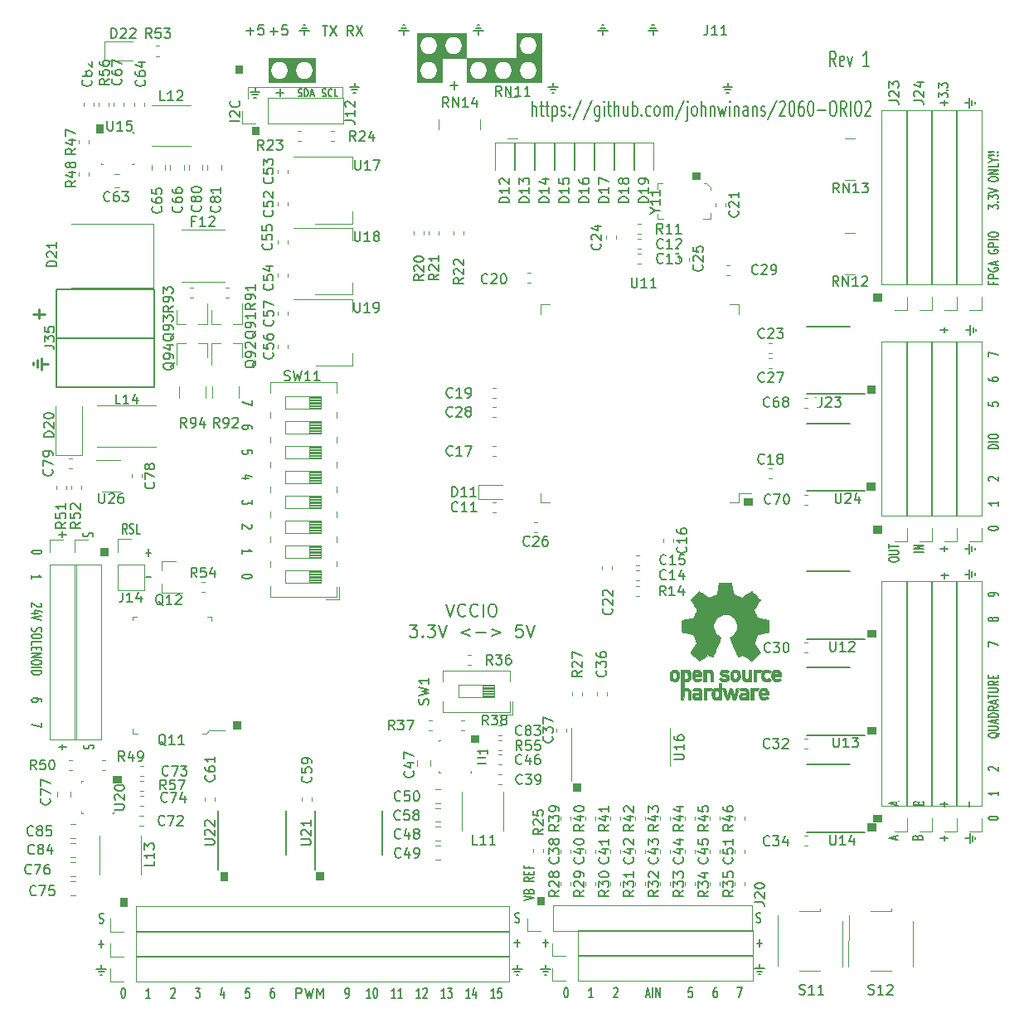
<source format=gbr>
G04 #@! TF.GenerationSoftware,KiCad,Pcbnew,5.1.5+dfsg1-2build2*
G04 #@! TF.CreationDate,2020-07-20T14:56:00-05:00*
G04 #@! TF.ProjectId,2060-ORIO2,32303630-2d4f-4524-994f-322e6b696361,rev?*
G04 #@! TF.SameCoordinates,Original*
G04 #@! TF.FileFunction,Legend,Top*
G04 #@! TF.FilePolarity,Positive*
%FSLAX46Y46*%
G04 Gerber Fmt 4.6, Leading zero omitted, Abs format (unit mm)*
G04 Created by KiCad (PCBNEW 5.1.5+dfsg1-2build2) date 2020-07-20 14:56:00*
%MOMM*%
%LPD*%
G04 APERTURE LIST*
%ADD10C,0.100000*%
%ADD11C,0.150000*%
%ADD12C,0.120000*%
%ADD13C,0.152400*%
%ADD14C,0.203200*%
%ADD15C,0.254000*%
%ADD16C,0.200000*%
%ADD17C,0.010000*%
%ADD18R,0.350800X0.850800*%
%ADD19R,0.850800X0.950800*%
%ADD20R,1.500800X0.500800*%
%ADD21R,0.500800X1.500800*%
%ADD22R,1.250800X3.750800*%
%ADD23R,3.750800X1.250800*%
%ADD24O,1.650800X1.650800*%
%ADD25R,1.650800X1.650800*%
%ADD26R,0.950800X0.850800*%
%ADD27O,1.750800X1.750800*%
%ADD28R,1.750800X1.750800*%
%ADD29R,2.250800X3.950800*%
%ADD30R,2.150800X1.450800*%
%ADD31R,1.110800X0.700800*%
%ADD32R,2.050800X1.550800*%
%ADD33R,2.050800X3.850800*%
%ADD34C,2.550800*%
%ADD35R,2.550800X3.350800*%
%ADD36R,1.340800X1.490800*%
%ADD37R,0.850800X0.350800*%
%ADD38C,2.250800*%
%ADD39R,2.250800X2.250800*%
%ADD40R,2.140000X0.740000*%
%ADD41C,5.700000*%
G04 APERTURE END LIST*
D10*
G36*
X118191200Y-115369400D02*
G01*
X117391200Y-115369400D01*
X117391200Y-114669400D01*
X118191200Y-114669400D01*
X118191200Y-115369400D01*
G37*
X118191200Y-115369400D02*
X117391200Y-115369400D01*
X117391200Y-114669400D01*
X118191200Y-114669400D01*
X118191200Y-115369400D01*
G36*
X102330400Y-129464800D02*
G01*
X101630400Y-129464800D01*
X101630400Y-128664800D01*
X102330400Y-128664800D01*
X102330400Y-129464800D01*
G37*
X102330400Y-129464800D02*
X101630400Y-129464800D01*
X101630400Y-128664800D01*
X102330400Y-128664800D01*
X102330400Y-129464800D01*
G36*
X92526000Y-129477600D02*
G01*
X91826000Y-129477600D01*
X91826000Y-128677600D01*
X92526000Y-128677600D01*
X92526000Y-129477600D01*
G37*
X92526000Y-129477600D02*
X91826000Y-129477600D01*
X91826000Y-128677600D01*
X92526000Y-128677600D01*
X92526000Y-129477600D01*
G36*
X81691400Y-119546200D02*
G01*
X80891400Y-119546200D01*
X80891400Y-118846200D01*
X81691400Y-118846200D01*
X81691400Y-119546200D01*
G37*
X81691400Y-119546200D02*
X80891400Y-119546200D01*
X80891400Y-118846200D01*
X81691400Y-118846200D01*
X81691400Y-119546200D01*
G36*
X79837200Y-53112400D02*
G01*
X79137200Y-53112400D01*
X79137200Y-52312400D01*
X79837200Y-52312400D01*
X79837200Y-53112400D01*
G37*
X79837200Y-53112400D02*
X79137200Y-53112400D01*
X79137200Y-52312400D01*
X79837200Y-52312400D01*
X79837200Y-53112400D01*
G36*
X140822600Y-57914600D02*
G01*
X140022600Y-57914600D01*
X140022600Y-57214600D01*
X140822600Y-57214600D01*
X140822600Y-57914600D01*
G37*
X140822600Y-57914600D02*
X140022600Y-57914600D01*
X140022600Y-57214600D01*
X140822600Y-57214600D01*
X140822600Y-57914600D01*
G36*
X158729600Y-124397600D02*
G01*
X157929600Y-124397600D01*
X157929600Y-123697600D01*
X158729600Y-123697600D01*
X158729600Y-124397600D01*
G37*
X158729600Y-124397600D02*
X157929600Y-124397600D01*
X157929600Y-123697600D01*
X158729600Y-123697600D01*
X158729600Y-124397600D01*
G36*
X158716800Y-114542400D02*
G01*
X157916800Y-114542400D01*
X157916800Y-113842400D01*
X158716800Y-113842400D01*
X158716800Y-114542400D01*
G37*
X158716800Y-114542400D02*
X157916800Y-114542400D01*
X157916800Y-113842400D01*
X158716800Y-113842400D01*
X158716800Y-114542400D01*
G36*
X158716800Y-104636400D02*
G01*
X157916800Y-104636400D01*
X157916800Y-103936400D01*
X158716800Y-103936400D01*
X158716800Y-104636400D01*
G37*
X158716800Y-104636400D02*
X157916800Y-104636400D01*
X157916800Y-103936400D01*
X158716800Y-103936400D01*
X158716800Y-104636400D01*
G36*
X158653400Y-89599600D02*
G01*
X157853400Y-89599600D01*
X157853400Y-88899600D01*
X158653400Y-88899600D01*
X158653400Y-89599600D01*
G37*
X158653400Y-89599600D02*
X157853400Y-89599600D01*
X157853400Y-88899600D01*
X158653400Y-88899600D01*
X158653400Y-89599600D01*
G36*
X158666000Y-79693600D02*
G01*
X157866000Y-79693600D01*
X157866000Y-78993600D01*
X158666000Y-78993600D01*
X158666000Y-79693600D01*
G37*
X158666000Y-79693600D02*
X157866000Y-79693600D01*
X157866000Y-78993600D01*
X158666000Y-78993600D01*
X158666000Y-79693600D01*
D11*
X82307400Y-94090580D02*
X82074066Y-93614390D01*
X81907400Y-94090580D02*
X81907400Y-93090580D01*
X82174066Y-93090580D01*
X82240733Y-93138200D01*
X82274066Y-93185819D01*
X82307400Y-93281057D01*
X82307400Y-93423914D01*
X82274066Y-93519152D01*
X82240733Y-93566771D01*
X82174066Y-93614390D01*
X81907400Y-93614390D01*
X82574066Y-94042961D02*
X82674066Y-94090580D01*
X82840733Y-94090580D01*
X82907400Y-94042961D01*
X82940733Y-93995342D01*
X82974066Y-93900104D01*
X82974066Y-93804866D01*
X82940733Y-93709628D01*
X82907400Y-93662009D01*
X82840733Y-93614390D01*
X82707400Y-93566771D01*
X82640733Y-93519152D01*
X82607400Y-93471533D01*
X82574066Y-93376295D01*
X82574066Y-93281057D01*
X82607400Y-93185819D01*
X82640733Y-93138200D01*
X82707400Y-93090580D01*
X82874066Y-93090580D01*
X82974066Y-93138200D01*
X83607400Y-94090580D02*
X83274066Y-94090580D01*
X83274066Y-93090580D01*
X84244133Y-98510228D02*
X84777466Y-98510228D01*
X84244133Y-96046428D02*
X84777466Y-96046428D01*
X84510800Y-96427380D02*
X84510800Y-95665476D01*
D12*
X94670800Y-48502400D02*
X94670800Y-49696200D01*
X104272000Y-48502400D02*
X94670800Y-48502400D01*
X104272000Y-49543800D02*
X104272000Y-48502400D01*
D10*
G36*
X95737600Y-53315700D02*
G01*
X95037600Y-53315700D01*
X95037600Y-52515700D01*
X95737600Y-52515700D01*
X95737600Y-53315700D01*
G37*
X95737600Y-53315700D02*
X95037600Y-53315700D01*
X95037600Y-52515700D01*
X95737600Y-52515700D01*
X95737600Y-53315700D01*
G36*
X124900000Y-132000000D02*
G01*
X124200000Y-132000000D01*
X124200000Y-131200000D01*
X124900000Y-131200000D01*
X124900000Y-132000000D01*
G37*
X124900000Y-132000000D02*
X124200000Y-132000000D01*
X124200000Y-131200000D01*
X124900000Y-131200000D01*
X124900000Y-132000000D01*
D11*
X95056819Y-83348633D02*
X95056819Y-83215300D01*
X95009200Y-83148633D01*
X94961580Y-83115300D01*
X94818723Y-83048633D01*
X94628247Y-83015300D01*
X94247295Y-83015300D01*
X94152057Y-83048633D01*
X94104438Y-83081966D01*
X94056819Y-83148633D01*
X94056819Y-83281966D01*
X94104438Y-83348633D01*
X94152057Y-83381966D01*
X94247295Y-83415300D01*
X94485390Y-83415300D01*
X94580628Y-83381966D01*
X94628247Y-83348633D01*
X94675866Y-83281966D01*
X94675866Y-83148633D01*
X94628247Y-83081966D01*
X94580628Y-83048633D01*
X94485390Y-83015300D01*
X95056819Y-85921966D02*
X95056819Y-85588633D01*
X94580628Y-85555300D01*
X94628247Y-85588633D01*
X94675866Y-85655300D01*
X94675866Y-85821966D01*
X94628247Y-85888633D01*
X94580628Y-85921966D01*
X94485390Y-85955300D01*
X94247295Y-85955300D01*
X94152057Y-85921966D01*
X94104438Y-85888633D01*
X94056819Y-85821966D01*
X94056819Y-85655300D01*
X94104438Y-85588633D01*
X94152057Y-85555300D01*
X94723485Y-88428633D02*
X94056819Y-88428633D01*
X95104438Y-88261966D02*
X94390152Y-88095300D01*
X94390152Y-88528633D01*
X94961580Y-93175300D02*
X95009200Y-93208633D01*
X95056819Y-93275300D01*
X95056819Y-93441966D01*
X95009200Y-93508633D01*
X94961580Y-93541966D01*
X94866342Y-93575300D01*
X94771104Y-93575300D01*
X94628247Y-93541966D01*
X94056819Y-93141966D01*
X94056819Y-93575300D01*
X94056819Y-96115300D02*
X94056819Y-95715300D01*
X94056819Y-95915300D02*
X95056819Y-95915300D01*
X94913961Y-95848633D01*
X94818723Y-95781966D01*
X94771104Y-95715300D01*
X95056819Y-98421966D02*
X95056819Y-98488633D01*
X95009200Y-98555300D01*
X94961580Y-98588633D01*
X94866342Y-98621966D01*
X94675866Y-98655300D01*
X94437771Y-98655300D01*
X94247295Y-98621966D01*
X94152057Y-98588633D01*
X94104438Y-98555300D01*
X94056819Y-98488633D01*
X94056819Y-98421966D01*
X94104438Y-98355300D01*
X94152057Y-98321966D01*
X94247295Y-98288633D01*
X94437771Y-98255300D01*
X94675866Y-98255300D01*
X94866342Y-98288633D01*
X94961580Y-98321966D01*
X95009200Y-98355300D01*
X95056819Y-98421966D01*
X95056819Y-80505466D02*
X95056819Y-80972133D01*
X94056819Y-80672133D01*
X95056819Y-90665466D02*
X95056819Y-91098800D01*
X94675866Y-90865466D01*
X94675866Y-90965466D01*
X94628247Y-91032133D01*
X94580628Y-91065466D01*
X94485390Y-91098800D01*
X94247295Y-91098800D01*
X94152057Y-91065466D01*
X94104438Y-91032133D01*
X94056819Y-90965466D01*
X94056819Y-90765466D01*
X94104438Y-90698800D01*
X94152057Y-90665466D01*
D10*
G36*
X93896000Y-114000000D02*
G01*
X93096000Y-114000000D01*
X93096000Y-113300000D01*
X93896000Y-113300000D01*
X93896000Y-114000000D01*
G37*
X93896000Y-114000000D02*
X93096000Y-114000000D01*
X93096000Y-113300000D01*
X93896000Y-113300000D01*
X93896000Y-114000000D01*
G36*
X128568600Y-120371700D02*
G01*
X127868600Y-120371700D01*
X127868600Y-119571700D01*
X128568600Y-119571700D01*
X128568600Y-120371700D01*
G37*
X128568600Y-120371700D02*
X127868600Y-120371700D01*
X127868600Y-119571700D01*
X128568600Y-119571700D01*
X128568600Y-120371700D01*
G36*
X146118400Y-91163200D02*
G01*
X145318400Y-91163200D01*
X145318400Y-90463200D01*
X146118400Y-90463200D01*
X146118400Y-91163200D01*
G37*
X146118400Y-91163200D02*
X145318400Y-91163200D01*
X145318400Y-90463200D01*
X146118400Y-90463200D01*
X146118400Y-91163200D01*
G36*
X94050000Y-47080000D02*
G01*
X93350000Y-47080000D01*
X93350000Y-46280000D01*
X94050000Y-46280000D01*
X94050000Y-47080000D01*
G37*
X94050000Y-47080000D02*
X93350000Y-47080000D01*
X93350000Y-46280000D01*
X94050000Y-46280000D01*
X94050000Y-47080000D01*
G36*
X80385400Y-96300000D02*
G01*
X79585400Y-96300000D01*
X79585400Y-95600000D01*
X80385400Y-95600000D01*
X80385400Y-96300000D01*
G37*
X80385400Y-96300000D02*
X79585400Y-96300000D01*
X79585400Y-95600000D01*
X80385400Y-95600000D01*
X80385400Y-96300000D01*
G36*
X82300000Y-132100000D02*
G01*
X81600000Y-132100000D01*
X81600000Y-131300000D01*
X82300000Y-131300000D01*
X82300000Y-132100000D01*
G37*
X82300000Y-132100000D02*
X81600000Y-132100000D01*
X81600000Y-131300000D01*
X82300000Y-131300000D01*
X82300000Y-132100000D01*
G36*
X159300000Y-123500000D02*
G01*
X158500000Y-123500000D01*
X158500000Y-122800000D01*
X159300000Y-122800000D01*
X159300000Y-123500000D01*
G37*
X159300000Y-123500000D02*
X158500000Y-123500000D01*
X158500000Y-122800000D01*
X159300000Y-122800000D01*
X159300000Y-123500000D01*
G36*
X159300000Y-94000000D02*
G01*
X158500000Y-94000000D01*
X158500000Y-93300000D01*
X159300000Y-93300000D01*
X159300000Y-94000000D01*
G37*
X159300000Y-94000000D02*
X158500000Y-94000000D01*
X158500000Y-93300000D01*
X159300000Y-93300000D01*
X159300000Y-94000000D01*
G36*
X159300000Y-70300000D02*
G01*
X158500000Y-70300000D01*
X158500000Y-69600000D01*
X159300000Y-69600000D01*
X159300000Y-70300000D01*
G37*
X159300000Y-70300000D02*
X158500000Y-70300000D01*
X158500000Y-69600000D01*
X159300000Y-69600000D01*
X159300000Y-70300000D01*
G36*
X124600000Y-45500000D02*
G01*
X122100000Y-45500000D01*
X122100000Y-43000000D01*
X124600000Y-43000000D01*
X124600000Y-45500000D01*
G37*
X124600000Y-45500000D02*
X122100000Y-45500000D01*
X122100000Y-43000000D01*
X124600000Y-43000000D01*
X124600000Y-45500000D01*
G36*
X124600000Y-48000000D02*
G01*
X117000000Y-48000000D01*
X117000000Y-45500000D01*
X124600000Y-45500000D01*
X124600000Y-48000000D01*
G37*
X124600000Y-48000000D02*
X117000000Y-48000000D01*
X117000000Y-45500000D01*
X124600000Y-45500000D01*
X124600000Y-48000000D01*
G36*
X114500000Y-48000000D02*
G01*
X111900000Y-48000000D01*
X111900000Y-45500000D01*
X114500000Y-45500000D01*
X114500000Y-48000000D01*
G37*
X114500000Y-48000000D02*
X111900000Y-48000000D01*
X111900000Y-45500000D01*
X114500000Y-45500000D01*
X114500000Y-48000000D01*
G36*
X116900000Y-45500000D02*
G01*
X111900000Y-45500000D01*
X111900000Y-43000000D01*
X116900000Y-43000000D01*
X116900000Y-45500000D01*
G37*
X116900000Y-45500000D02*
X111900000Y-45500000D01*
X111900000Y-43000000D01*
X116900000Y-43000000D01*
X116900000Y-45500000D01*
G36*
X101500000Y-48000000D02*
G01*
X96750000Y-48000000D01*
X96750000Y-45500000D01*
X101500000Y-45500000D01*
X101500000Y-48000000D01*
G37*
X101500000Y-48000000D02*
X96750000Y-48000000D01*
X96750000Y-45500000D01*
X101500000Y-45500000D01*
X101500000Y-48000000D01*
D11*
X122850580Y-131548266D02*
X123850580Y-131314933D01*
X122850580Y-131081600D01*
X123326771Y-130614933D02*
X123374390Y-130514933D01*
X123422009Y-130481600D01*
X123517247Y-130448266D01*
X123660104Y-130448266D01*
X123755342Y-130481600D01*
X123802961Y-130514933D01*
X123850580Y-130581600D01*
X123850580Y-130848266D01*
X122850580Y-130848266D01*
X122850580Y-130614933D01*
X122898200Y-130548266D01*
X122945819Y-130514933D01*
X123041057Y-130481600D01*
X123136295Y-130481600D01*
X123231533Y-130514933D01*
X123279152Y-130548266D01*
X123326771Y-130614933D01*
X123326771Y-130848266D01*
X123850580Y-129214933D02*
X123374390Y-129448266D01*
X123850580Y-129614933D02*
X122850580Y-129614933D01*
X122850580Y-129348266D01*
X122898200Y-129281600D01*
X122945819Y-129248266D01*
X123041057Y-129214933D01*
X123183914Y-129214933D01*
X123279152Y-129248266D01*
X123326771Y-129281600D01*
X123374390Y-129348266D01*
X123374390Y-129614933D01*
X123326771Y-128914933D02*
X123326771Y-128681600D01*
X123850580Y-128581600D02*
X123850580Y-128914933D01*
X122850580Y-128914933D01*
X122850580Y-128581600D01*
X123326771Y-128048266D02*
X123326771Y-128281600D01*
X123850580Y-128281600D02*
X122850580Y-128281600D01*
X122850580Y-127948266D01*
X146591600Y-133768561D02*
X146691600Y-133816180D01*
X146858266Y-133816180D01*
X146924933Y-133768561D01*
X146958266Y-133720942D01*
X146991600Y-133625704D01*
X146991600Y-133530466D01*
X146958266Y-133435228D01*
X146924933Y-133387609D01*
X146858266Y-133339990D01*
X146724933Y-133292371D01*
X146658266Y-133244752D01*
X146624933Y-133197133D01*
X146591600Y-133101895D01*
X146591600Y-133006657D01*
X146624933Y-132911419D01*
X146658266Y-132863800D01*
X146724933Y-132816180D01*
X146891600Y-132816180D01*
X146991600Y-132863800D01*
D13*
X115314952Y-48323511D02*
X116089047Y-48323511D01*
X115702000Y-48710559D02*
X115702000Y-47936463D01*
X93835019Y-51932609D02*
X92819019Y-51932609D01*
X92915780Y-51497180D02*
X92867400Y-51448800D01*
X92819019Y-51352038D01*
X92819019Y-51110133D01*
X92867400Y-51013371D01*
X92915780Y-50964990D01*
X93012542Y-50916609D01*
X93109304Y-50916609D01*
X93254447Y-50964990D01*
X93835019Y-51545561D01*
X93835019Y-50916609D01*
X93738257Y-49900609D02*
X93786638Y-49948990D01*
X93835019Y-50094133D01*
X93835019Y-50190895D01*
X93786638Y-50336038D01*
X93689876Y-50432800D01*
X93593114Y-50481180D01*
X93399590Y-50529561D01*
X93254447Y-50529561D01*
X93060923Y-50481180D01*
X92964161Y-50432800D01*
X92867400Y-50336038D01*
X92819019Y-50190895D01*
X92819019Y-50094133D01*
X92867400Y-49948990D01*
X92915780Y-49900609D01*
D14*
X94898190Y-48991047D02*
X95865809Y-48991047D01*
X95091714Y-49281333D02*
X95672285Y-49281333D01*
X95382000Y-48555619D02*
X95382000Y-48991047D01*
X95478761Y-49571619D02*
X95285238Y-49571619D01*
D13*
X102246047Y-49420428D02*
X102336761Y-49456714D01*
X102487952Y-49456714D01*
X102548428Y-49420428D01*
X102578666Y-49384142D01*
X102608904Y-49311571D01*
X102608904Y-49239000D01*
X102578666Y-49166428D01*
X102548428Y-49130142D01*
X102487952Y-49093857D01*
X102367000Y-49057571D01*
X102306523Y-49021285D01*
X102276285Y-48985000D01*
X102246047Y-48912428D01*
X102246047Y-48839857D01*
X102276285Y-48767285D01*
X102306523Y-48731000D01*
X102367000Y-48694714D01*
X102518190Y-48694714D01*
X102608904Y-48731000D01*
X103243904Y-49384142D02*
X103213666Y-49420428D01*
X103122952Y-49456714D01*
X103062476Y-49456714D01*
X102971761Y-49420428D01*
X102911285Y-49347857D01*
X102881047Y-49275285D01*
X102850809Y-49130142D01*
X102850809Y-49021285D01*
X102881047Y-48876142D01*
X102911285Y-48803571D01*
X102971761Y-48731000D01*
X103062476Y-48694714D01*
X103122952Y-48694714D01*
X103213666Y-48731000D01*
X103243904Y-48767285D01*
X103818428Y-49456714D02*
X103516047Y-49456714D01*
X103516047Y-48694714D01*
X99817928Y-49420428D02*
X99908642Y-49456714D01*
X100059833Y-49456714D01*
X100120309Y-49420428D01*
X100150547Y-49384142D01*
X100180785Y-49311571D01*
X100180785Y-49239000D01*
X100150547Y-49166428D01*
X100120309Y-49130142D01*
X100059833Y-49093857D01*
X99938880Y-49057571D01*
X99878404Y-49021285D01*
X99848166Y-48985000D01*
X99817928Y-48912428D01*
X99817928Y-48839857D01*
X99848166Y-48767285D01*
X99878404Y-48731000D01*
X99938880Y-48694714D01*
X100090071Y-48694714D01*
X100180785Y-48731000D01*
X100452928Y-49456714D02*
X100452928Y-48694714D01*
X100604119Y-48694714D01*
X100694833Y-48731000D01*
X100755309Y-48803571D01*
X100785547Y-48876142D01*
X100815785Y-49021285D01*
X100815785Y-49130142D01*
X100785547Y-49275285D01*
X100755309Y-49347857D01*
X100694833Y-49420428D01*
X100604119Y-49456714D01*
X100452928Y-49456714D01*
X101057690Y-49239000D02*
X101360071Y-49239000D01*
X100997214Y-49456714D02*
X101208880Y-48694714D01*
X101420547Y-49456714D01*
X97545112Y-49057571D02*
X98319207Y-49057571D01*
X97932160Y-49444619D02*
X97932160Y-48670523D01*
X96924142Y-42783771D02*
X97698238Y-42783771D01*
X97311190Y-43170819D02*
X97311190Y-42396723D01*
X98665857Y-42154819D02*
X98182047Y-42154819D01*
X98133666Y-42638628D01*
X98182047Y-42590247D01*
X98278809Y-42541866D01*
X98520714Y-42541866D01*
X98617476Y-42590247D01*
X98665857Y-42638628D01*
X98714238Y-42735390D01*
X98714238Y-42977295D01*
X98665857Y-43074057D01*
X98617476Y-43122438D01*
X98520714Y-43170819D01*
X98278809Y-43170819D01*
X98182047Y-43122438D01*
X98133666Y-43074057D01*
X94485742Y-42758371D02*
X95259838Y-42758371D01*
X94872790Y-43145419D02*
X94872790Y-42371323D01*
X96227457Y-42129419D02*
X95743647Y-42129419D01*
X95695266Y-42613228D01*
X95743647Y-42564847D01*
X95840409Y-42516466D01*
X96082314Y-42516466D01*
X96179076Y-42564847D01*
X96227457Y-42613228D01*
X96275838Y-42709990D01*
X96275838Y-42951895D01*
X96227457Y-43048657D01*
X96179076Y-43097038D01*
X96082314Y-43145419D01*
X95840409Y-43145419D01*
X95743647Y-43097038D01*
X95695266Y-43048657D01*
D15*
X73592428Y-76142438D02*
X73592428Y-77351961D01*
X73157000Y-76384342D02*
X73157000Y-77110057D01*
X74245571Y-76747200D02*
X73592428Y-76747200D01*
X72721571Y-76868152D02*
X72721571Y-76626247D01*
X73302142Y-71183390D02*
X73302142Y-72151009D01*
X72721571Y-71667200D02*
X73882714Y-71667200D01*
D11*
X163026971Y-125109600D02*
X163074590Y-125009600D01*
X163122209Y-124976266D01*
X163217447Y-124942933D01*
X163360304Y-124942933D01*
X163455542Y-124976266D01*
X163503161Y-125009600D01*
X163550780Y-125076266D01*
X163550780Y-125342933D01*
X162550780Y-125342933D01*
X162550780Y-125109600D01*
X162598400Y-125042933D01*
X162646019Y-125009600D01*
X162741257Y-124976266D01*
X162836495Y-124976266D01*
X162931733Y-125009600D01*
X162979352Y-125042933D01*
X163026971Y-125109600D01*
X163026971Y-125342933D01*
X160775866Y-125326266D02*
X160775866Y-124992933D01*
X161061580Y-125392933D02*
X160061580Y-125159600D01*
X161061580Y-124926266D01*
D13*
X146409390Y-138500647D02*
X147377009Y-138500647D01*
X146602914Y-138790933D02*
X147183485Y-138790933D01*
X146893200Y-138065219D02*
X146893200Y-138500647D01*
X146989961Y-139081219D02*
X146796438Y-139081219D01*
D11*
X147159866Y-135908571D02*
X146626533Y-135908571D01*
X146893200Y-135527619D02*
X146893200Y-136289523D01*
X165760628Y-125477066D02*
X165760628Y-124943733D01*
X166141580Y-125210400D02*
X165379676Y-125210400D01*
X165760628Y-95911466D02*
X165760628Y-95378133D01*
X166141580Y-95644800D02*
X165379676Y-95644800D01*
X165760628Y-73559466D02*
X165760628Y-73026133D01*
X166141580Y-73292800D02*
X165379676Y-73292800D01*
D13*
X79200990Y-138551447D02*
X80168609Y-138551447D01*
X79394514Y-138841733D02*
X79975085Y-138841733D01*
X79684800Y-138116019D02*
X79684800Y-138551447D01*
X79781561Y-139132019D02*
X79588038Y-139132019D01*
D11*
X124782533Y-135899028D02*
X125315866Y-135899028D01*
X125049200Y-136279980D02*
X125049200Y-135518076D01*
D13*
X121669790Y-138551447D02*
X122637409Y-138551447D01*
X121863314Y-138841733D02*
X122443885Y-138841733D01*
X122153600Y-138116019D02*
X122153600Y-138551447D01*
X122250361Y-139132019D02*
X122056838Y-139132019D01*
X124565390Y-138551447D02*
X125533009Y-138551447D01*
X124758914Y-138841733D02*
X125339485Y-138841733D01*
X125049200Y-138116019D02*
X125049200Y-138551447D01*
X125145961Y-139132019D02*
X124952438Y-139132019D01*
X168362247Y-125694209D02*
X168362247Y-124726590D01*
X168652533Y-125500685D02*
X168652533Y-124920114D01*
X167926819Y-125210400D02*
X168362247Y-125210400D01*
X168942819Y-125113638D02*
X168942819Y-125307161D01*
X168311447Y-98719409D02*
X168311447Y-97751790D01*
X168601733Y-98525885D02*
X168601733Y-97945314D01*
X167876019Y-98235600D02*
X168311447Y-98235600D01*
X168892019Y-98138838D02*
X168892019Y-98332361D01*
X168311447Y-96128609D02*
X168311447Y-95160990D01*
X168601733Y-95935085D02*
X168601733Y-95354514D01*
X167876019Y-95644800D02*
X168311447Y-95644800D01*
X168892019Y-95548038D02*
X168892019Y-95741561D01*
X168413047Y-73776609D02*
X168413047Y-72808990D01*
X168703333Y-73583085D02*
X168703333Y-73002514D01*
X167977619Y-73292800D02*
X168413047Y-73292800D01*
X168993619Y-73196038D02*
X168993619Y-73389561D01*
X168311447Y-50583809D02*
X168311447Y-49616190D01*
X168601733Y-50390285D02*
X168601733Y-49809714D01*
X167876019Y-50100000D02*
X168311447Y-50100000D01*
X168892019Y-50003238D02*
X168892019Y-50196761D01*
D14*
X105058190Y-48483047D02*
X106025809Y-48483047D01*
X105251714Y-48773333D02*
X105832285Y-48773333D01*
X105542000Y-48047619D02*
X105542000Y-48483047D01*
X105638761Y-49063619D02*
X105445238Y-49063619D01*
X125327390Y-48483047D02*
X126295009Y-48483047D01*
X125520914Y-48773333D02*
X126101485Y-48773333D01*
X125811200Y-48047619D02*
X125811200Y-48483047D01*
X125907961Y-49063619D02*
X125714438Y-49063619D01*
X143158190Y-48483047D02*
X144125809Y-48483047D01*
X143351714Y-48773333D02*
X143932285Y-48773333D01*
X143642000Y-48047619D02*
X143642000Y-48483047D01*
X143738761Y-49063619D02*
X143545238Y-49063619D01*
X136505809Y-42730552D02*
X135538190Y-42730552D01*
X136312285Y-42440266D02*
X135731714Y-42440266D01*
X136022000Y-43165980D02*
X136022000Y-42730552D01*
X135925238Y-42149980D02*
X136118761Y-42149980D01*
X131375009Y-42730552D02*
X130407390Y-42730552D01*
X131181485Y-42440266D02*
X130600914Y-42440266D01*
X130891200Y-43165980D02*
X130891200Y-42730552D01*
X130794438Y-42149980D02*
X130987961Y-42149980D01*
X118675009Y-42730552D02*
X117707390Y-42730552D01*
X118481485Y-42440266D02*
X117900914Y-42440266D01*
X118191200Y-43165980D02*
X118191200Y-42730552D01*
X118094438Y-42149980D02*
X118287961Y-42149980D01*
X111055009Y-42730552D02*
X110087390Y-42730552D01*
X110861485Y-42440266D02*
X110280914Y-42440266D01*
X110571200Y-43165980D02*
X110571200Y-42730552D01*
X110474438Y-42149980D02*
X110667961Y-42149980D01*
X100895009Y-42730552D02*
X99927390Y-42730552D01*
X100701485Y-42440266D02*
X100120914Y-42440266D01*
X100411200Y-43165980D02*
X100411200Y-42730552D01*
X100314438Y-42149980D02*
X100507961Y-42149980D01*
D11*
X144627866Y-140461580D02*
X145094533Y-140461580D01*
X144794533Y-141461580D01*
X127111366Y-140461580D02*
X127178033Y-140461580D01*
X127244700Y-140509200D01*
X127278033Y-140556819D01*
X127311366Y-140652057D01*
X127344700Y-140842533D01*
X127344700Y-141080628D01*
X127311366Y-141271104D01*
X127278033Y-141366342D01*
X127244700Y-141413961D01*
X127178033Y-141461580D01*
X127111366Y-141461580D01*
X127044700Y-141413961D01*
X127011366Y-141366342D01*
X126978033Y-141271104D01*
X126944700Y-141080628D01*
X126944700Y-140842533D01*
X126978033Y-140652057D01*
X127011366Y-140556819D01*
X127044700Y-140509200D01*
X127111366Y-140461580D01*
X129884700Y-141461580D02*
X129484700Y-141461580D01*
X129684700Y-141461580D02*
X129684700Y-140461580D01*
X129618033Y-140604438D01*
X129551366Y-140699676D01*
X129484700Y-140747295D01*
X132024700Y-140556819D02*
X132058033Y-140509200D01*
X132124700Y-140461580D01*
X132291366Y-140461580D01*
X132358033Y-140509200D01*
X132391366Y-140556819D01*
X132424700Y-140652057D01*
X132424700Y-140747295D01*
X132391366Y-140890152D01*
X131991366Y-141461580D01*
X132424700Y-141461580D01*
X135334700Y-141175866D02*
X135668033Y-141175866D01*
X135268033Y-141461580D02*
X135501366Y-140461580D01*
X135734700Y-141461580D01*
X135968033Y-141461580D02*
X135968033Y-140461580D01*
X136301366Y-141461580D02*
X136301366Y-140461580D01*
X136701366Y-141461580D01*
X136701366Y-140461580D01*
X140011366Y-140461580D02*
X139678033Y-140461580D01*
X139644700Y-140937771D01*
X139678033Y-140890152D01*
X139744700Y-140842533D01*
X139911366Y-140842533D01*
X139978033Y-140890152D01*
X140011366Y-140937771D01*
X140044700Y-141033009D01*
X140044700Y-141271104D01*
X140011366Y-141366342D01*
X139978033Y-141413961D01*
X139911366Y-141461580D01*
X139744700Y-141461580D01*
X139678033Y-141413961D01*
X139644700Y-141366342D01*
X142518033Y-140461580D02*
X142384700Y-140461580D01*
X142318033Y-140509200D01*
X142284700Y-140556819D01*
X142218033Y-140699676D01*
X142184700Y-140890152D01*
X142184700Y-141271104D01*
X142218033Y-141366342D01*
X142251366Y-141413961D01*
X142318033Y-141461580D01*
X142451366Y-141461580D01*
X142518033Y-141413961D01*
X142551366Y-141366342D01*
X142584700Y-141271104D01*
X142584700Y-141033009D01*
X142551366Y-140937771D01*
X142518033Y-140890152D01*
X142451366Y-140842533D01*
X142318033Y-140842533D01*
X142251366Y-140890152D01*
X142218033Y-140937771D01*
X142184700Y-141033009D01*
X77883038Y-93997000D02*
X77835419Y-94097000D01*
X77835419Y-94263666D01*
X77883038Y-94330333D01*
X77930657Y-94363666D01*
X78025895Y-94397000D01*
X78121133Y-94397000D01*
X78216371Y-94363666D01*
X78263990Y-94330333D01*
X78311609Y-94263666D01*
X78359228Y-94130333D01*
X78406847Y-94063666D01*
X78454466Y-94030333D01*
X78549704Y-93997000D01*
X78644942Y-93997000D01*
X78740180Y-94030333D01*
X78787800Y-94063666D01*
X78835419Y-94130333D01*
X78835419Y-94297000D01*
X78787800Y-94397000D01*
X77933838Y-115688600D02*
X77886219Y-115788600D01*
X77886219Y-115955266D01*
X77933838Y-116021933D01*
X77981457Y-116055266D01*
X78076695Y-116088600D01*
X78171933Y-116088600D01*
X78267171Y-116055266D01*
X78314790Y-116021933D01*
X78362409Y-115955266D01*
X78410028Y-115821933D01*
X78457647Y-115755266D01*
X78505266Y-115721933D01*
X78600504Y-115688600D01*
X78695742Y-115688600D01*
X78790980Y-115721933D01*
X78838600Y-115755266D01*
X78886219Y-115821933D01*
X78886219Y-115988600D01*
X78838600Y-116088600D01*
X75727171Y-93904933D02*
X75727171Y-94438266D01*
X75346219Y-94171600D02*
X76108123Y-94171600D01*
X75727171Y-115621933D02*
X75727171Y-116155266D01*
X75346219Y-115888600D02*
X76108123Y-115888600D01*
X165760628Y-50339000D02*
X165760628Y-49805666D01*
X166141580Y-50072333D02*
X165379676Y-50072333D01*
X165141580Y-49539000D02*
X165141580Y-49105666D01*
X165522533Y-49339000D01*
X165522533Y-49239000D01*
X165570152Y-49172333D01*
X165617771Y-49139000D01*
X165713009Y-49105666D01*
X165951104Y-49105666D01*
X166046342Y-49139000D01*
X166093961Y-49172333D01*
X166141580Y-49239000D01*
X166141580Y-49439000D01*
X166093961Y-49505666D01*
X166046342Y-49539000D01*
X166046342Y-48805666D02*
X166093961Y-48772333D01*
X166141580Y-48805666D01*
X166093961Y-48839000D01*
X166046342Y-48805666D01*
X166141580Y-48805666D01*
X165141580Y-48539000D02*
X165141580Y-48105666D01*
X165522533Y-48339000D01*
X165522533Y-48239000D01*
X165570152Y-48172333D01*
X165617771Y-48139000D01*
X165713009Y-48105666D01*
X165951104Y-48105666D01*
X166046342Y-48139000D01*
X166093961Y-48172333D01*
X166141580Y-48239000D01*
X166141580Y-48439000D01*
X166093961Y-48505666D01*
X166046342Y-48539000D01*
X73577619Y-113420066D02*
X73577619Y-113886733D01*
X72577619Y-113586733D01*
X73577619Y-111246733D02*
X73577619Y-111113400D01*
X73530000Y-111046733D01*
X73482380Y-111013400D01*
X73339523Y-110946733D01*
X73149047Y-110913400D01*
X72768095Y-110913400D01*
X72672857Y-110946733D01*
X72625238Y-110980066D01*
X72577619Y-111046733D01*
X72577619Y-111180066D01*
X72625238Y-111246733D01*
X72672857Y-111280066D01*
X72768095Y-111313400D01*
X73006190Y-111313400D01*
X73101428Y-111280066D01*
X73149047Y-111246733D01*
X73196666Y-111180066D01*
X73196666Y-111046733D01*
X73149047Y-110980066D01*
X73101428Y-110946733D01*
X73006190Y-110913400D01*
X73482380Y-101215000D02*
X73530000Y-101248333D01*
X73577619Y-101315000D01*
X73577619Y-101481666D01*
X73530000Y-101548333D01*
X73482380Y-101581666D01*
X73387142Y-101615000D01*
X73291904Y-101615000D01*
X73149047Y-101581666D01*
X72577619Y-101181666D01*
X72577619Y-101615000D01*
X73244285Y-102215000D02*
X72577619Y-102215000D01*
X73625238Y-102048333D02*
X72910952Y-101881666D01*
X72910952Y-102315000D01*
X73577619Y-102481666D02*
X72577619Y-102715000D01*
X73577619Y-102948333D01*
X72625238Y-103681666D02*
X72577619Y-103781666D01*
X72577619Y-103948333D01*
X72625238Y-104015000D01*
X72672857Y-104048333D01*
X72768095Y-104081666D01*
X72863333Y-104081666D01*
X72958571Y-104048333D01*
X73006190Y-104015000D01*
X73053809Y-103948333D01*
X73101428Y-103815000D01*
X73149047Y-103748333D01*
X73196666Y-103715000D01*
X73291904Y-103681666D01*
X73387142Y-103681666D01*
X73482380Y-103715000D01*
X73530000Y-103748333D01*
X73577619Y-103815000D01*
X73577619Y-103981666D01*
X73530000Y-104081666D01*
X73577619Y-104515000D02*
X73577619Y-104648333D01*
X73530000Y-104715000D01*
X73434761Y-104781666D01*
X73244285Y-104815000D01*
X72910952Y-104815000D01*
X72720476Y-104781666D01*
X72625238Y-104715000D01*
X72577619Y-104648333D01*
X72577619Y-104515000D01*
X72625238Y-104448333D01*
X72720476Y-104381666D01*
X72910952Y-104348333D01*
X73244285Y-104348333D01*
X73434761Y-104381666D01*
X73530000Y-104448333D01*
X73577619Y-104515000D01*
X72577619Y-105448333D02*
X72577619Y-105115000D01*
X73577619Y-105115000D01*
X73101428Y-105681666D02*
X73101428Y-105915000D01*
X72577619Y-106015000D02*
X72577619Y-105681666D01*
X73577619Y-105681666D01*
X73577619Y-106015000D01*
X72577619Y-106315000D02*
X73577619Y-106315000D01*
X72577619Y-106715000D01*
X73577619Y-106715000D01*
X73577619Y-107181666D02*
X73577619Y-107315000D01*
X73530000Y-107381666D01*
X73434761Y-107448333D01*
X73244285Y-107481666D01*
X72910952Y-107481666D01*
X72720476Y-107448333D01*
X72625238Y-107381666D01*
X72577619Y-107315000D01*
X72577619Y-107181666D01*
X72625238Y-107115000D01*
X72720476Y-107048333D01*
X72910952Y-107015000D01*
X73244285Y-107015000D01*
X73434761Y-107048333D01*
X73530000Y-107115000D01*
X73577619Y-107181666D01*
X72577619Y-107781666D02*
X73577619Y-107781666D01*
X72577619Y-108115000D02*
X73577619Y-108115000D01*
X73577619Y-108281666D01*
X73530000Y-108381666D01*
X73434761Y-108448333D01*
X73339523Y-108481666D01*
X73149047Y-108515000D01*
X73006190Y-108515000D01*
X72815714Y-108481666D01*
X72720476Y-108448333D01*
X72625238Y-108381666D01*
X72577619Y-108281666D01*
X72577619Y-108115000D01*
X72577619Y-98715000D02*
X72577619Y-98315000D01*
X72577619Y-98515000D02*
X73577619Y-98515000D01*
X73434761Y-98448333D01*
X73339523Y-98381666D01*
X73291904Y-98315000D01*
X73577619Y-95941666D02*
X73577619Y-96008333D01*
X73530000Y-96075000D01*
X73482380Y-96108333D01*
X73387142Y-96141666D01*
X73196666Y-96175000D01*
X72958571Y-96175000D01*
X72768095Y-96141666D01*
X72672857Y-96108333D01*
X72625238Y-96075000D01*
X72577619Y-96008333D01*
X72577619Y-95941666D01*
X72625238Y-95875000D01*
X72672857Y-95841666D01*
X72768095Y-95808333D01*
X72958571Y-95775000D01*
X73196666Y-95775000D01*
X73387142Y-95808333D01*
X73482380Y-95841666D01*
X73530000Y-95875000D01*
X73577619Y-95941666D01*
X119886666Y-141512380D02*
X119486666Y-141512380D01*
X119686666Y-141512380D02*
X119686666Y-140512380D01*
X119620000Y-140655238D01*
X119553333Y-140750476D01*
X119486666Y-140798095D01*
X120520000Y-140512380D02*
X120186666Y-140512380D01*
X120153333Y-140988571D01*
X120186666Y-140940952D01*
X120253333Y-140893333D01*
X120420000Y-140893333D01*
X120486666Y-140940952D01*
X120520000Y-140988571D01*
X120553333Y-141083809D01*
X120553333Y-141321904D01*
X120520000Y-141417142D01*
X120486666Y-141464761D01*
X120420000Y-141512380D01*
X120253333Y-141512380D01*
X120186666Y-141464761D01*
X120153333Y-141417142D01*
X117346666Y-141512380D02*
X116946666Y-141512380D01*
X117146666Y-141512380D02*
X117146666Y-140512380D01*
X117080000Y-140655238D01*
X117013333Y-140750476D01*
X116946666Y-140798095D01*
X117946666Y-140845714D02*
X117946666Y-141512380D01*
X117780000Y-140464761D02*
X117613333Y-141179047D01*
X118046666Y-141179047D01*
X114806666Y-141512380D02*
X114406666Y-141512380D01*
X114606666Y-141512380D02*
X114606666Y-140512380D01*
X114540000Y-140655238D01*
X114473333Y-140750476D01*
X114406666Y-140798095D01*
X115040000Y-140512380D02*
X115473333Y-140512380D01*
X115240000Y-140893333D01*
X115340000Y-140893333D01*
X115406666Y-140940952D01*
X115440000Y-140988571D01*
X115473333Y-141083809D01*
X115473333Y-141321904D01*
X115440000Y-141417142D01*
X115406666Y-141464761D01*
X115340000Y-141512380D01*
X115140000Y-141512380D01*
X115073333Y-141464761D01*
X115040000Y-141417142D01*
X112266666Y-141512380D02*
X111866666Y-141512380D01*
X112066666Y-141512380D02*
X112066666Y-140512380D01*
X112000000Y-140655238D01*
X111933333Y-140750476D01*
X111866666Y-140798095D01*
X112533333Y-140607619D02*
X112566666Y-140560000D01*
X112633333Y-140512380D01*
X112800000Y-140512380D01*
X112866666Y-140560000D01*
X112900000Y-140607619D01*
X112933333Y-140702857D01*
X112933333Y-140798095D01*
X112900000Y-140940952D01*
X112500000Y-141512380D01*
X112933333Y-141512380D01*
X109726666Y-141512380D02*
X109326666Y-141512380D01*
X109526666Y-141512380D02*
X109526666Y-140512380D01*
X109460000Y-140655238D01*
X109393333Y-140750476D01*
X109326666Y-140798095D01*
X110393333Y-141512380D02*
X109993333Y-141512380D01*
X110193333Y-141512380D02*
X110193333Y-140512380D01*
X110126666Y-140655238D01*
X110060000Y-140750476D01*
X109993333Y-140798095D01*
X107186666Y-141512380D02*
X106786666Y-141512380D01*
X106986666Y-141512380D02*
X106986666Y-140512380D01*
X106920000Y-140655238D01*
X106853333Y-140750476D01*
X106786666Y-140798095D01*
X107620000Y-140512380D02*
X107686666Y-140512380D01*
X107753333Y-140560000D01*
X107786666Y-140607619D01*
X107820000Y-140702857D01*
X107853333Y-140893333D01*
X107853333Y-141131428D01*
X107820000Y-141321904D01*
X107786666Y-141417142D01*
X107753333Y-141464761D01*
X107686666Y-141512380D01*
X107620000Y-141512380D01*
X107553333Y-141464761D01*
X107520000Y-141417142D01*
X107486666Y-141321904D01*
X107453333Y-141131428D01*
X107453333Y-140893333D01*
X107486666Y-140702857D01*
X107520000Y-140607619D01*
X107553333Y-140560000D01*
X107620000Y-140512380D01*
X104646666Y-141512380D02*
X104780000Y-141512380D01*
X104846666Y-141464761D01*
X104880000Y-141417142D01*
X104946666Y-141274285D01*
X104980000Y-141083809D01*
X104980000Y-140702857D01*
X104946666Y-140607619D01*
X104913333Y-140560000D01*
X104846666Y-140512380D01*
X104713333Y-140512380D01*
X104646666Y-140560000D01*
X104613333Y-140607619D01*
X104580000Y-140702857D01*
X104580000Y-140940952D01*
X104613333Y-141036190D01*
X104646666Y-141083809D01*
X104713333Y-141131428D01*
X104846666Y-141131428D01*
X104913333Y-141083809D01*
X104946666Y-141036190D01*
X104980000Y-140940952D01*
X97293333Y-140512380D02*
X97160000Y-140512380D01*
X97093333Y-140560000D01*
X97060000Y-140607619D01*
X96993333Y-140750476D01*
X96960000Y-140940952D01*
X96960000Y-141321904D01*
X96993333Y-141417142D01*
X97026666Y-141464761D01*
X97093333Y-141512380D01*
X97226666Y-141512380D01*
X97293333Y-141464761D01*
X97326666Y-141417142D01*
X97360000Y-141321904D01*
X97360000Y-141083809D01*
X97326666Y-140988571D01*
X97293333Y-140940952D01*
X97226666Y-140893333D01*
X97093333Y-140893333D01*
X97026666Y-140940952D01*
X96993333Y-140988571D01*
X96960000Y-141083809D01*
X94786666Y-140512380D02*
X94453333Y-140512380D01*
X94420000Y-140988571D01*
X94453333Y-140940952D01*
X94520000Y-140893333D01*
X94686666Y-140893333D01*
X94753333Y-140940952D01*
X94786666Y-140988571D01*
X94820000Y-141083809D01*
X94820000Y-141321904D01*
X94786666Y-141417142D01*
X94753333Y-141464761D01*
X94686666Y-141512380D01*
X94520000Y-141512380D01*
X94453333Y-141464761D01*
X94420000Y-141417142D01*
X92213333Y-140845714D02*
X92213333Y-141512380D01*
X92046666Y-140464761D02*
X91880000Y-141179047D01*
X92313333Y-141179047D01*
X89306666Y-140512380D02*
X89740000Y-140512380D01*
X89506666Y-140893333D01*
X89606666Y-140893333D01*
X89673333Y-140940952D01*
X89706666Y-140988571D01*
X89740000Y-141083809D01*
X89740000Y-141321904D01*
X89706666Y-141417142D01*
X89673333Y-141464761D01*
X89606666Y-141512380D01*
X89406666Y-141512380D01*
X89340000Y-141464761D01*
X89306666Y-141417142D01*
X86800000Y-140607619D02*
X86833333Y-140560000D01*
X86900000Y-140512380D01*
X87066666Y-140512380D01*
X87133333Y-140560000D01*
X87166666Y-140607619D01*
X87200000Y-140702857D01*
X87200000Y-140798095D01*
X87166666Y-140940952D01*
X86766666Y-141512380D01*
X87200000Y-141512380D01*
X84660000Y-141512380D02*
X84260000Y-141512380D01*
X84460000Y-141512380D02*
X84460000Y-140512380D01*
X84393333Y-140655238D01*
X84326666Y-140750476D01*
X84260000Y-140798095D01*
X81886666Y-140512380D02*
X81953333Y-140512380D01*
X82020000Y-140560000D01*
X82053333Y-140607619D01*
X82086666Y-140702857D01*
X82120000Y-140893333D01*
X82120000Y-141131428D01*
X82086666Y-141321904D01*
X82053333Y-141417142D01*
X82020000Y-141464761D01*
X81953333Y-141512380D01*
X81886666Y-141512380D01*
X81820000Y-141464761D01*
X81786666Y-141417142D01*
X81753333Y-141321904D01*
X81720000Y-141131428D01*
X81720000Y-140893333D01*
X81753333Y-140702857D01*
X81786666Y-140607619D01*
X81820000Y-140560000D01*
X81886666Y-140512380D01*
X121953600Y-133768561D02*
X122053600Y-133816180D01*
X122220266Y-133816180D01*
X122286933Y-133768561D01*
X122320266Y-133720942D01*
X122353600Y-133625704D01*
X122353600Y-133530466D01*
X122320266Y-133435228D01*
X122286933Y-133387609D01*
X122220266Y-133339990D01*
X122086933Y-133292371D01*
X122020266Y-133244752D01*
X121986933Y-133197133D01*
X121953600Y-133101895D01*
X121953600Y-133006657D01*
X121986933Y-132911419D01*
X122020266Y-132863800D01*
X122086933Y-132816180D01*
X122253600Y-132816180D01*
X122353600Y-132863800D01*
X121861533Y-135899028D02*
X122394866Y-135899028D01*
X122128200Y-136279980D02*
X122128200Y-135518076D01*
X79484800Y-133844761D02*
X79584800Y-133892380D01*
X79751466Y-133892380D01*
X79818133Y-133844761D01*
X79851466Y-133797142D01*
X79884800Y-133701904D01*
X79884800Y-133606666D01*
X79851466Y-133511428D01*
X79818133Y-133463809D01*
X79751466Y-133416190D01*
X79618133Y-133368571D01*
X79551466Y-133320952D01*
X79518133Y-133273333D01*
X79484800Y-133178095D01*
X79484800Y-133082857D01*
X79518133Y-132987619D01*
X79551466Y-132940000D01*
X79618133Y-132892380D01*
X79784800Y-132892380D01*
X79884800Y-132940000D01*
X79418133Y-136000628D02*
X79951466Y-136000628D01*
X79684800Y-136381580D02*
X79684800Y-135619676D01*
X165811428Y-98654666D02*
X165811428Y-98121333D01*
X166192380Y-98388000D02*
X165430476Y-98388000D01*
X163652380Y-96011466D02*
X162652380Y-96011466D01*
X163652380Y-95678133D02*
X162652380Y-95678133D01*
X163652380Y-95278133D01*
X162652380Y-95278133D01*
X160112380Y-96802000D02*
X160112380Y-96668666D01*
X160160000Y-96602000D01*
X160255238Y-96535333D01*
X160445714Y-96502000D01*
X160779047Y-96502000D01*
X160969523Y-96535333D01*
X161064761Y-96602000D01*
X161112380Y-96668666D01*
X161112380Y-96802000D01*
X161064761Y-96868666D01*
X160969523Y-96935333D01*
X160779047Y-96968666D01*
X160445714Y-96968666D01*
X160255238Y-96935333D01*
X160160000Y-96868666D01*
X160112380Y-96802000D01*
X160112380Y-96202000D02*
X160921904Y-96202000D01*
X161017142Y-96168666D01*
X161064761Y-96135333D01*
X161112380Y-96068666D01*
X161112380Y-95935333D01*
X161064761Y-95868666D01*
X161017142Y-95835333D01*
X160921904Y-95802000D01*
X160112380Y-95802000D01*
X160112380Y-95568666D02*
X160112380Y-95168666D01*
X161112380Y-95368666D02*
X160112380Y-95368666D01*
X163128571Y-121579000D02*
X163176190Y-121479000D01*
X163223809Y-121445666D01*
X163319047Y-121412333D01*
X163461904Y-121412333D01*
X163557142Y-121445666D01*
X163604761Y-121479000D01*
X163652380Y-121545666D01*
X163652380Y-121812333D01*
X162652380Y-121812333D01*
X162652380Y-121579000D01*
X162700000Y-121512333D01*
X162747619Y-121479000D01*
X162842857Y-121445666D01*
X162938095Y-121445666D01*
X163033333Y-121479000D01*
X163080952Y-121512333D01*
X163128571Y-121579000D01*
X163128571Y-121812333D01*
X160826666Y-121795666D02*
X160826666Y-121462333D01*
X161112380Y-121862333D02*
X160112380Y-121629000D01*
X161112380Y-121395666D01*
X165747928Y-121959166D02*
X165747928Y-121425833D01*
X166128880Y-121692500D02*
X165366976Y-121692500D01*
X168287928Y-121959166D02*
X168287928Y-121425833D01*
X170272380Y-76015333D02*
X170272380Y-75548666D01*
X171272380Y-75848666D01*
X170272380Y-78188666D02*
X170272380Y-78322000D01*
X170320000Y-78388666D01*
X170367619Y-78422000D01*
X170510476Y-78488666D01*
X170700952Y-78522000D01*
X171081904Y-78522000D01*
X171177142Y-78488666D01*
X171224761Y-78455333D01*
X171272380Y-78388666D01*
X171272380Y-78255333D01*
X171224761Y-78188666D01*
X171177142Y-78155333D01*
X171081904Y-78122000D01*
X170843809Y-78122000D01*
X170748571Y-78155333D01*
X170700952Y-78188666D01*
X170653333Y-78255333D01*
X170653333Y-78388666D01*
X170700952Y-78455333D01*
X170748571Y-78488666D01*
X170843809Y-78522000D01*
X170272380Y-80695333D02*
X170272380Y-81028666D01*
X170748571Y-81062000D01*
X170700952Y-81028666D01*
X170653333Y-80962000D01*
X170653333Y-80795333D01*
X170700952Y-80728666D01*
X170748571Y-80695333D01*
X170843809Y-80662000D01*
X171081904Y-80662000D01*
X171177142Y-80695333D01*
X171224761Y-80728666D01*
X171272380Y-80795333D01*
X171272380Y-80962000D01*
X171224761Y-81028666D01*
X171177142Y-81062000D01*
X170367619Y-88682000D02*
X170320000Y-88648666D01*
X170272380Y-88582000D01*
X170272380Y-88415333D01*
X170320000Y-88348666D01*
X170367619Y-88315333D01*
X170462857Y-88282000D01*
X170558095Y-88282000D01*
X170700952Y-88315333D01*
X171272380Y-88715333D01*
X171272380Y-88282000D01*
X171272380Y-90822000D02*
X171272380Y-91222000D01*
X171272380Y-91022000D02*
X170272380Y-91022000D01*
X170415238Y-91088666D01*
X170510476Y-91155333D01*
X170558095Y-91222000D01*
X170272380Y-93595333D02*
X170272380Y-93528666D01*
X170320000Y-93462000D01*
X170367619Y-93428666D01*
X170462857Y-93395333D01*
X170653333Y-93362000D01*
X170891428Y-93362000D01*
X171081904Y-93395333D01*
X171177142Y-93428666D01*
X171224761Y-93462000D01*
X171272380Y-93528666D01*
X171272380Y-93595333D01*
X171224761Y-93662000D01*
X171177142Y-93695333D01*
X171081904Y-93728666D01*
X170891428Y-93762000D01*
X170653333Y-93762000D01*
X170462857Y-93728666D01*
X170367619Y-93695333D01*
X170320000Y-93662000D01*
X170272380Y-93595333D01*
X171272380Y-100426333D02*
X171272380Y-100293000D01*
X171224761Y-100226333D01*
X171177142Y-100193000D01*
X171034285Y-100126333D01*
X170843809Y-100093000D01*
X170462857Y-100093000D01*
X170367619Y-100126333D01*
X170320000Y-100159666D01*
X170272380Y-100226333D01*
X170272380Y-100359666D01*
X170320000Y-100426333D01*
X170367619Y-100459666D01*
X170462857Y-100493000D01*
X170700952Y-100493000D01*
X170796190Y-100459666D01*
X170843809Y-100426333D01*
X170891428Y-100359666D01*
X170891428Y-100226333D01*
X170843809Y-100159666D01*
X170796190Y-100126333D01*
X170700952Y-100093000D01*
X170700952Y-102899666D02*
X170653333Y-102966333D01*
X170605714Y-102999666D01*
X170510476Y-103033000D01*
X170462857Y-103033000D01*
X170367619Y-102999666D01*
X170320000Y-102966333D01*
X170272380Y-102899666D01*
X170272380Y-102766333D01*
X170320000Y-102699666D01*
X170367619Y-102666333D01*
X170462857Y-102633000D01*
X170510476Y-102633000D01*
X170605714Y-102666333D01*
X170653333Y-102699666D01*
X170700952Y-102766333D01*
X170700952Y-102899666D01*
X170748571Y-102966333D01*
X170796190Y-102999666D01*
X170891428Y-103033000D01*
X171081904Y-103033000D01*
X171177142Y-102999666D01*
X171224761Y-102966333D01*
X171272380Y-102899666D01*
X171272380Y-102766333D01*
X171224761Y-102699666D01*
X171177142Y-102666333D01*
X171081904Y-102633000D01*
X170891428Y-102633000D01*
X170796190Y-102666333D01*
X170748571Y-102699666D01*
X170700952Y-102766333D01*
X170272380Y-105606333D02*
X170272380Y-105139666D01*
X171272380Y-105439666D01*
X170367619Y-118273000D02*
X170320000Y-118239666D01*
X170272380Y-118173000D01*
X170272380Y-118006333D01*
X170320000Y-117939666D01*
X170367619Y-117906333D01*
X170462857Y-117873000D01*
X170558095Y-117873000D01*
X170700952Y-117906333D01*
X171272380Y-118306333D01*
X171272380Y-117873000D01*
X171272380Y-120413000D02*
X171272380Y-120813000D01*
X171272380Y-120613000D02*
X170272380Y-120613000D01*
X170415238Y-120679666D01*
X170510476Y-120746333D01*
X170558095Y-120813000D01*
X170272380Y-123186333D02*
X170272380Y-123119666D01*
X170320000Y-123053000D01*
X170367619Y-123019666D01*
X170462857Y-122986333D01*
X170653333Y-122953000D01*
X170891428Y-122953000D01*
X171081904Y-122986333D01*
X171177142Y-123019666D01*
X171224761Y-123053000D01*
X171272380Y-123119666D01*
X171272380Y-123186333D01*
X171224761Y-123253000D01*
X171177142Y-123286333D01*
X171081904Y-123319666D01*
X170891428Y-123353000D01*
X170653333Y-123353000D01*
X170462857Y-123319666D01*
X170367619Y-123286333D01*
X170320000Y-123253000D01*
X170272380Y-123186333D01*
X171367619Y-114423000D02*
X171320000Y-114489666D01*
X171224761Y-114556333D01*
X171081904Y-114656333D01*
X171034285Y-114723000D01*
X171034285Y-114789666D01*
X171272380Y-114756333D02*
X171224761Y-114823000D01*
X171129523Y-114889666D01*
X170939047Y-114923000D01*
X170605714Y-114923000D01*
X170415238Y-114889666D01*
X170320000Y-114823000D01*
X170272380Y-114756333D01*
X170272380Y-114623000D01*
X170320000Y-114556333D01*
X170415238Y-114489666D01*
X170605714Y-114456333D01*
X170939047Y-114456333D01*
X171129523Y-114489666D01*
X171224761Y-114556333D01*
X171272380Y-114623000D01*
X171272380Y-114756333D01*
X170272380Y-114156333D02*
X171081904Y-114156333D01*
X171177142Y-114123000D01*
X171224761Y-114089666D01*
X171272380Y-114023000D01*
X171272380Y-113889666D01*
X171224761Y-113823000D01*
X171177142Y-113789666D01*
X171081904Y-113756333D01*
X170272380Y-113756333D01*
X170986666Y-113456333D02*
X170986666Y-113123000D01*
X171272380Y-113523000D02*
X170272380Y-113289666D01*
X171272380Y-113056333D01*
X171272380Y-112823000D02*
X170272380Y-112823000D01*
X170272380Y-112656333D01*
X170320000Y-112556333D01*
X170415238Y-112489666D01*
X170510476Y-112456333D01*
X170700952Y-112423000D01*
X170843809Y-112423000D01*
X171034285Y-112456333D01*
X171129523Y-112489666D01*
X171224761Y-112556333D01*
X171272380Y-112656333D01*
X171272380Y-112823000D01*
X171272380Y-111723000D02*
X170796190Y-111956333D01*
X171272380Y-112123000D02*
X170272380Y-112123000D01*
X170272380Y-111856333D01*
X170320000Y-111789666D01*
X170367619Y-111756333D01*
X170462857Y-111723000D01*
X170605714Y-111723000D01*
X170700952Y-111756333D01*
X170748571Y-111789666D01*
X170796190Y-111856333D01*
X170796190Y-112123000D01*
X170986666Y-111456333D02*
X170986666Y-111123000D01*
X171272380Y-111523000D02*
X170272380Y-111289666D01*
X171272380Y-111056333D01*
X170272380Y-110923000D02*
X170272380Y-110523000D01*
X171272380Y-110723000D02*
X170272380Y-110723000D01*
X170272380Y-110289666D02*
X171081904Y-110289666D01*
X171177142Y-110256333D01*
X171224761Y-110223000D01*
X171272380Y-110156333D01*
X171272380Y-110023000D01*
X171224761Y-109956333D01*
X171177142Y-109923000D01*
X171081904Y-109889666D01*
X170272380Y-109889666D01*
X171272380Y-109156333D02*
X170796190Y-109389666D01*
X171272380Y-109556333D02*
X170272380Y-109556333D01*
X170272380Y-109289666D01*
X170320000Y-109223000D01*
X170367619Y-109189666D01*
X170462857Y-109156333D01*
X170605714Y-109156333D01*
X170700952Y-109189666D01*
X170748571Y-109223000D01*
X170796190Y-109289666D01*
X170796190Y-109556333D01*
X170748571Y-108856333D02*
X170748571Y-108623000D01*
X171272380Y-108523000D02*
X171272380Y-108856333D01*
X170272380Y-108856333D01*
X170272380Y-108523000D01*
X171272380Y-85388666D02*
X170272380Y-85388666D01*
X170272380Y-85222000D01*
X170320000Y-85122000D01*
X170415238Y-85055333D01*
X170510476Y-85022000D01*
X170700952Y-84988666D01*
X170843809Y-84988666D01*
X171034285Y-85022000D01*
X171129523Y-85055333D01*
X171224761Y-85122000D01*
X171272380Y-85222000D01*
X171272380Y-85388666D01*
X171272380Y-84688666D02*
X170272380Y-84688666D01*
X170272380Y-84222000D02*
X170272380Y-84088666D01*
X170320000Y-84022000D01*
X170415238Y-83955333D01*
X170605714Y-83922000D01*
X170939047Y-83922000D01*
X171129523Y-83955333D01*
X171224761Y-84022000D01*
X171272380Y-84088666D01*
X171272380Y-84222000D01*
X171224761Y-84288666D01*
X171129523Y-84355333D01*
X170939047Y-84388666D01*
X170605714Y-84388666D01*
X170415238Y-84355333D01*
X170320000Y-84288666D01*
X170272380Y-84222000D01*
X170748571Y-68392166D02*
X170748571Y-68625500D01*
X171272380Y-68625500D02*
X170272380Y-68625500D01*
X170272380Y-68292166D01*
X171272380Y-68025500D02*
X170272380Y-68025500D01*
X170272380Y-67758833D01*
X170320000Y-67692166D01*
X170367619Y-67658833D01*
X170462857Y-67625500D01*
X170605714Y-67625500D01*
X170700952Y-67658833D01*
X170748571Y-67692166D01*
X170796190Y-67758833D01*
X170796190Y-68025500D01*
X170320000Y-66958833D02*
X170272380Y-67025500D01*
X170272380Y-67125500D01*
X170320000Y-67225500D01*
X170415238Y-67292166D01*
X170510476Y-67325500D01*
X170700952Y-67358833D01*
X170843809Y-67358833D01*
X171034285Y-67325500D01*
X171129523Y-67292166D01*
X171224761Y-67225500D01*
X171272380Y-67125500D01*
X171272380Y-67058833D01*
X171224761Y-66958833D01*
X171177142Y-66925500D01*
X170843809Y-66925500D01*
X170843809Y-67058833D01*
X170986666Y-66658833D02*
X170986666Y-66325500D01*
X171272380Y-66725500D02*
X170272380Y-66492166D01*
X171272380Y-66258833D01*
X170320000Y-65125500D02*
X170272380Y-65192166D01*
X170272380Y-65292166D01*
X170320000Y-65392166D01*
X170415238Y-65458833D01*
X170510476Y-65492166D01*
X170700952Y-65525500D01*
X170843809Y-65525500D01*
X171034285Y-65492166D01*
X171129523Y-65458833D01*
X171224761Y-65392166D01*
X171272380Y-65292166D01*
X171272380Y-65225500D01*
X171224761Y-65125500D01*
X171177142Y-65092166D01*
X170843809Y-65092166D01*
X170843809Y-65225500D01*
X171272380Y-64792166D02*
X170272380Y-64792166D01*
X170272380Y-64525500D01*
X170320000Y-64458833D01*
X170367619Y-64425500D01*
X170462857Y-64392166D01*
X170605714Y-64392166D01*
X170700952Y-64425500D01*
X170748571Y-64458833D01*
X170796190Y-64525500D01*
X170796190Y-64792166D01*
X171272380Y-64092166D02*
X170272380Y-64092166D01*
X170272380Y-63625500D02*
X170272380Y-63492166D01*
X170320000Y-63425500D01*
X170415238Y-63358833D01*
X170605714Y-63325500D01*
X170939047Y-63325500D01*
X171129523Y-63358833D01*
X171224761Y-63425500D01*
X171272380Y-63492166D01*
X171272380Y-63625500D01*
X171224761Y-63692166D01*
X171129523Y-63758833D01*
X170939047Y-63792166D01*
X170605714Y-63792166D01*
X170415238Y-63758833D01*
X170320000Y-63692166D01*
X170272380Y-63625500D01*
X170272380Y-60958833D02*
X170272380Y-60525500D01*
X170653333Y-60758833D01*
X170653333Y-60658833D01*
X170700952Y-60592166D01*
X170748571Y-60558833D01*
X170843809Y-60525500D01*
X171081904Y-60525500D01*
X171177142Y-60558833D01*
X171224761Y-60592166D01*
X171272380Y-60658833D01*
X171272380Y-60858833D01*
X171224761Y-60925500D01*
X171177142Y-60958833D01*
X171177142Y-60225500D02*
X171224761Y-60192166D01*
X171272380Y-60225500D01*
X171224761Y-60258833D01*
X171177142Y-60225500D01*
X171272380Y-60225500D01*
X170272380Y-59958833D02*
X170272380Y-59525500D01*
X170653333Y-59758833D01*
X170653333Y-59658833D01*
X170700952Y-59592166D01*
X170748571Y-59558833D01*
X170843809Y-59525500D01*
X171081904Y-59525500D01*
X171177142Y-59558833D01*
X171224761Y-59592166D01*
X171272380Y-59658833D01*
X171272380Y-59858833D01*
X171224761Y-59925500D01*
X171177142Y-59958833D01*
X170272380Y-59325500D02*
X171272380Y-59092166D01*
X170272380Y-58858833D01*
X170272380Y-57958833D02*
X170272380Y-57825500D01*
X170320000Y-57758833D01*
X170415238Y-57692166D01*
X170605714Y-57658833D01*
X170939047Y-57658833D01*
X171129523Y-57692166D01*
X171224761Y-57758833D01*
X171272380Y-57825500D01*
X171272380Y-57958833D01*
X171224761Y-58025500D01*
X171129523Y-58092166D01*
X170939047Y-58125500D01*
X170605714Y-58125500D01*
X170415238Y-58092166D01*
X170320000Y-58025500D01*
X170272380Y-57958833D01*
X171272380Y-57358833D02*
X170272380Y-57358833D01*
X171272380Y-56958833D01*
X170272380Y-56958833D01*
X171272380Y-56292166D02*
X171272380Y-56625500D01*
X170272380Y-56625500D01*
X170796190Y-55925500D02*
X171272380Y-55925500D01*
X170272380Y-56158833D02*
X170796190Y-55925500D01*
X170272380Y-55692166D01*
X171177142Y-55458833D02*
X171224761Y-55425500D01*
X171272380Y-55458833D01*
X171224761Y-55492166D01*
X171177142Y-55458833D01*
X171272380Y-55458833D01*
X170891428Y-55458833D02*
X170320000Y-55492166D01*
X170272380Y-55458833D01*
X170320000Y-55425500D01*
X170891428Y-55458833D01*
X170272380Y-55458833D01*
X171177142Y-55125500D02*
X171224761Y-55092166D01*
X171272380Y-55125500D01*
X171224761Y-55158833D01*
X171177142Y-55125500D01*
X171272380Y-55125500D01*
X170891428Y-55125500D02*
X170320000Y-55158833D01*
X170272380Y-55125500D01*
X170320000Y-55092166D01*
X170891428Y-55125500D01*
X170272380Y-55125500D01*
X102240095Y-42214380D02*
X102811523Y-42214380D01*
X102525809Y-43214380D02*
X102525809Y-42214380D01*
X103049619Y-42214380D02*
X103716285Y-43214380D01*
X103716285Y-42214380D02*
X103049619Y-43214380D01*
X105375333Y-43214380D02*
X105042000Y-42738190D01*
X104803904Y-43214380D02*
X104803904Y-42214380D01*
X105184857Y-42214380D01*
X105280095Y-42262000D01*
X105327714Y-42309619D01*
X105375333Y-42404857D01*
X105375333Y-42547714D01*
X105327714Y-42642952D01*
X105280095Y-42690571D01*
X105184857Y-42738190D01*
X104803904Y-42738190D01*
X105708666Y-42214380D02*
X106375333Y-43214380D01*
X106375333Y-42214380D02*
X105708666Y-43214380D01*
D16*
X123677600Y-51427028D02*
X123677600Y-49903028D01*
X124113028Y-51427028D02*
X124113028Y-50628742D01*
X124064647Y-50483600D01*
X123967885Y-50411028D01*
X123822742Y-50411028D01*
X123725980Y-50483600D01*
X123677600Y-50556171D01*
X124451695Y-50411028D02*
X124838742Y-50411028D01*
X124596838Y-49903028D02*
X124596838Y-51209314D01*
X124645219Y-51354457D01*
X124741980Y-51427028D01*
X124838742Y-51427028D01*
X125032266Y-50411028D02*
X125419314Y-50411028D01*
X125177409Y-49903028D02*
X125177409Y-51209314D01*
X125225790Y-51354457D01*
X125322552Y-51427028D01*
X125419314Y-51427028D01*
X125757980Y-50411028D02*
X125757980Y-51935028D01*
X125757980Y-50483600D02*
X125854742Y-50411028D01*
X126048266Y-50411028D01*
X126145028Y-50483600D01*
X126193409Y-50556171D01*
X126241790Y-50701314D01*
X126241790Y-51136742D01*
X126193409Y-51281885D01*
X126145028Y-51354457D01*
X126048266Y-51427028D01*
X125854742Y-51427028D01*
X125757980Y-51354457D01*
X126628838Y-51354457D02*
X126725600Y-51427028D01*
X126919123Y-51427028D01*
X127015885Y-51354457D01*
X127064266Y-51209314D01*
X127064266Y-51136742D01*
X127015885Y-50991600D01*
X126919123Y-50919028D01*
X126773980Y-50919028D01*
X126677219Y-50846457D01*
X126628838Y-50701314D01*
X126628838Y-50628742D01*
X126677219Y-50483600D01*
X126773980Y-50411028D01*
X126919123Y-50411028D01*
X127015885Y-50483600D01*
X127499695Y-51281885D02*
X127548076Y-51354457D01*
X127499695Y-51427028D01*
X127451314Y-51354457D01*
X127499695Y-51281885D01*
X127499695Y-51427028D01*
X127499695Y-50483600D02*
X127548076Y-50556171D01*
X127499695Y-50628742D01*
X127451314Y-50556171D01*
X127499695Y-50483600D01*
X127499695Y-50628742D01*
X128709219Y-49830457D02*
X127838361Y-51789885D01*
X129773600Y-49830457D02*
X128902742Y-51789885D01*
X130547695Y-50411028D02*
X130547695Y-51644742D01*
X130499314Y-51789885D01*
X130450933Y-51862457D01*
X130354171Y-51935028D01*
X130209028Y-51935028D01*
X130112266Y-51862457D01*
X130547695Y-51354457D02*
X130450933Y-51427028D01*
X130257409Y-51427028D01*
X130160647Y-51354457D01*
X130112266Y-51281885D01*
X130063885Y-51136742D01*
X130063885Y-50701314D01*
X130112266Y-50556171D01*
X130160647Y-50483600D01*
X130257409Y-50411028D01*
X130450933Y-50411028D01*
X130547695Y-50483600D01*
X131031504Y-51427028D02*
X131031504Y-50411028D01*
X131031504Y-49903028D02*
X130983123Y-49975600D01*
X131031504Y-50048171D01*
X131079885Y-49975600D01*
X131031504Y-49903028D01*
X131031504Y-50048171D01*
X131370171Y-50411028D02*
X131757219Y-50411028D01*
X131515314Y-49903028D02*
X131515314Y-51209314D01*
X131563695Y-51354457D01*
X131660457Y-51427028D01*
X131757219Y-51427028D01*
X132095885Y-51427028D02*
X132095885Y-49903028D01*
X132531314Y-51427028D02*
X132531314Y-50628742D01*
X132482933Y-50483600D01*
X132386171Y-50411028D01*
X132241028Y-50411028D01*
X132144266Y-50483600D01*
X132095885Y-50556171D01*
X133450552Y-50411028D02*
X133450552Y-51427028D01*
X133015123Y-50411028D02*
X133015123Y-51209314D01*
X133063504Y-51354457D01*
X133160266Y-51427028D01*
X133305409Y-51427028D01*
X133402171Y-51354457D01*
X133450552Y-51281885D01*
X133934361Y-51427028D02*
X133934361Y-49903028D01*
X133934361Y-50483600D02*
X134031123Y-50411028D01*
X134224647Y-50411028D01*
X134321409Y-50483600D01*
X134369790Y-50556171D01*
X134418171Y-50701314D01*
X134418171Y-51136742D01*
X134369790Y-51281885D01*
X134321409Y-51354457D01*
X134224647Y-51427028D01*
X134031123Y-51427028D01*
X133934361Y-51354457D01*
X134853600Y-51281885D02*
X134901980Y-51354457D01*
X134853600Y-51427028D01*
X134805219Y-51354457D01*
X134853600Y-51281885D01*
X134853600Y-51427028D01*
X135772838Y-51354457D02*
X135676076Y-51427028D01*
X135482552Y-51427028D01*
X135385790Y-51354457D01*
X135337409Y-51281885D01*
X135289028Y-51136742D01*
X135289028Y-50701314D01*
X135337409Y-50556171D01*
X135385790Y-50483600D01*
X135482552Y-50411028D01*
X135676076Y-50411028D01*
X135772838Y-50483600D01*
X136353409Y-51427028D02*
X136256647Y-51354457D01*
X136208266Y-51281885D01*
X136159885Y-51136742D01*
X136159885Y-50701314D01*
X136208266Y-50556171D01*
X136256647Y-50483600D01*
X136353409Y-50411028D01*
X136498552Y-50411028D01*
X136595314Y-50483600D01*
X136643695Y-50556171D01*
X136692076Y-50701314D01*
X136692076Y-51136742D01*
X136643695Y-51281885D01*
X136595314Y-51354457D01*
X136498552Y-51427028D01*
X136353409Y-51427028D01*
X137127504Y-51427028D02*
X137127504Y-50411028D01*
X137127504Y-50556171D02*
X137175885Y-50483600D01*
X137272647Y-50411028D01*
X137417790Y-50411028D01*
X137514552Y-50483600D01*
X137562933Y-50628742D01*
X137562933Y-51427028D01*
X137562933Y-50628742D02*
X137611314Y-50483600D01*
X137708076Y-50411028D01*
X137853219Y-50411028D01*
X137949980Y-50483600D01*
X137998361Y-50628742D01*
X137998361Y-51427028D01*
X139207885Y-49830457D02*
X138337028Y-51789885D01*
X139546552Y-50411028D02*
X139546552Y-51717314D01*
X139498171Y-51862457D01*
X139401409Y-51935028D01*
X139353028Y-51935028D01*
X139546552Y-49903028D02*
X139498171Y-49975600D01*
X139546552Y-50048171D01*
X139594933Y-49975600D01*
X139546552Y-49903028D01*
X139546552Y-50048171D01*
X140175504Y-51427028D02*
X140078742Y-51354457D01*
X140030361Y-51281885D01*
X139981980Y-51136742D01*
X139981980Y-50701314D01*
X140030361Y-50556171D01*
X140078742Y-50483600D01*
X140175504Y-50411028D01*
X140320647Y-50411028D01*
X140417409Y-50483600D01*
X140465790Y-50556171D01*
X140514171Y-50701314D01*
X140514171Y-51136742D01*
X140465790Y-51281885D01*
X140417409Y-51354457D01*
X140320647Y-51427028D01*
X140175504Y-51427028D01*
X140949600Y-51427028D02*
X140949600Y-49903028D01*
X141385028Y-51427028D02*
X141385028Y-50628742D01*
X141336647Y-50483600D01*
X141239885Y-50411028D01*
X141094742Y-50411028D01*
X140997980Y-50483600D01*
X140949600Y-50556171D01*
X141868838Y-50411028D02*
X141868838Y-51427028D01*
X141868838Y-50556171D02*
X141917219Y-50483600D01*
X142013980Y-50411028D01*
X142159123Y-50411028D01*
X142255885Y-50483600D01*
X142304266Y-50628742D01*
X142304266Y-51427028D01*
X142691314Y-50411028D02*
X142884838Y-51427028D01*
X143078361Y-50701314D01*
X143271885Y-51427028D01*
X143465409Y-50411028D01*
X143852457Y-51427028D02*
X143852457Y-50411028D01*
X143852457Y-49903028D02*
X143804076Y-49975600D01*
X143852457Y-50048171D01*
X143900838Y-49975600D01*
X143852457Y-49903028D01*
X143852457Y-50048171D01*
X144336266Y-50411028D02*
X144336266Y-51427028D01*
X144336266Y-50556171D02*
X144384647Y-50483600D01*
X144481409Y-50411028D01*
X144626552Y-50411028D01*
X144723314Y-50483600D01*
X144771695Y-50628742D01*
X144771695Y-51427028D01*
X145690933Y-51427028D02*
X145690933Y-50628742D01*
X145642552Y-50483600D01*
X145545790Y-50411028D01*
X145352266Y-50411028D01*
X145255504Y-50483600D01*
X145690933Y-51354457D02*
X145594171Y-51427028D01*
X145352266Y-51427028D01*
X145255504Y-51354457D01*
X145207123Y-51209314D01*
X145207123Y-51064171D01*
X145255504Y-50919028D01*
X145352266Y-50846457D01*
X145594171Y-50846457D01*
X145690933Y-50773885D01*
X146174742Y-50411028D02*
X146174742Y-51427028D01*
X146174742Y-50556171D02*
X146223123Y-50483600D01*
X146319885Y-50411028D01*
X146465028Y-50411028D01*
X146561790Y-50483600D01*
X146610171Y-50628742D01*
X146610171Y-51427028D01*
X147045600Y-51354457D02*
X147142361Y-51427028D01*
X147335885Y-51427028D01*
X147432647Y-51354457D01*
X147481028Y-51209314D01*
X147481028Y-51136742D01*
X147432647Y-50991600D01*
X147335885Y-50919028D01*
X147190742Y-50919028D01*
X147093980Y-50846457D01*
X147045600Y-50701314D01*
X147045600Y-50628742D01*
X147093980Y-50483600D01*
X147190742Y-50411028D01*
X147335885Y-50411028D01*
X147432647Y-50483600D01*
X148642171Y-49830457D02*
X147771314Y-51789885D01*
X148932457Y-50048171D02*
X148980838Y-49975600D01*
X149077600Y-49903028D01*
X149319504Y-49903028D01*
X149416266Y-49975600D01*
X149464647Y-50048171D01*
X149513028Y-50193314D01*
X149513028Y-50338457D01*
X149464647Y-50556171D01*
X148884076Y-51427028D01*
X149513028Y-51427028D01*
X150141980Y-49903028D02*
X150238742Y-49903028D01*
X150335504Y-49975600D01*
X150383885Y-50048171D01*
X150432266Y-50193314D01*
X150480647Y-50483600D01*
X150480647Y-50846457D01*
X150432266Y-51136742D01*
X150383885Y-51281885D01*
X150335504Y-51354457D01*
X150238742Y-51427028D01*
X150141980Y-51427028D01*
X150045219Y-51354457D01*
X149996838Y-51281885D01*
X149948457Y-51136742D01*
X149900076Y-50846457D01*
X149900076Y-50483600D01*
X149948457Y-50193314D01*
X149996838Y-50048171D01*
X150045219Y-49975600D01*
X150141980Y-49903028D01*
X151351504Y-49903028D02*
X151157980Y-49903028D01*
X151061219Y-49975600D01*
X151012838Y-50048171D01*
X150916076Y-50265885D01*
X150867695Y-50556171D01*
X150867695Y-51136742D01*
X150916076Y-51281885D01*
X150964457Y-51354457D01*
X151061219Y-51427028D01*
X151254742Y-51427028D01*
X151351504Y-51354457D01*
X151399885Y-51281885D01*
X151448266Y-51136742D01*
X151448266Y-50773885D01*
X151399885Y-50628742D01*
X151351504Y-50556171D01*
X151254742Y-50483600D01*
X151061219Y-50483600D01*
X150964457Y-50556171D01*
X150916076Y-50628742D01*
X150867695Y-50773885D01*
X152077219Y-49903028D02*
X152173980Y-49903028D01*
X152270742Y-49975600D01*
X152319123Y-50048171D01*
X152367504Y-50193314D01*
X152415885Y-50483600D01*
X152415885Y-50846457D01*
X152367504Y-51136742D01*
X152319123Y-51281885D01*
X152270742Y-51354457D01*
X152173980Y-51427028D01*
X152077219Y-51427028D01*
X151980457Y-51354457D01*
X151932076Y-51281885D01*
X151883695Y-51136742D01*
X151835314Y-50846457D01*
X151835314Y-50483600D01*
X151883695Y-50193314D01*
X151932076Y-50048171D01*
X151980457Y-49975600D01*
X152077219Y-49903028D01*
X152851314Y-50846457D02*
X153625409Y-50846457D01*
X154302742Y-49903028D02*
X154496266Y-49903028D01*
X154593028Y-49975600D01*
X154689790Y-50120742D01*
X154738171Y-50411028D01*
X154738171Y-50919028D01*
X154689790Y-51209314D01*
X154593028Y-51354457D01*
X154496266Y-51427028D01*
X154302742Y-51427028D01*
X154205980Y-51354457D01*
X154109219Y-51209314D01*
X154060838Y-50919028D01*
X154060838Y-50411028D01*
X154109219Y-50120742D01*
X154205980Y-49975600D01*
X154302742Y-49903028D01*
X155754171Y-51427028D02*
X155415504Y-50701314D01*
X155173600Y-51427028D02*
X155173600Y-49903028D01*
X155560647Y-49903028D01*
X155657409Y-49975600D01*
X155705790Y-50048171D01*
X155754171Y-50193314D01*
X155754171Y-50411028D01*
X155705790Y-50556171D01*
X155657409Y-50628742D01*
X155560647Y-50701314D01*
X155173600Y-50701314D01*
X156189600Y-51427028D02*
X156189600Y-49903028D01*
X156866933Y-49903028D02*
X157060457Y-49903028D01*
X157157219Y-49975600D01*
X157253980Y-50120742D01*
X157302361Y-50411028D01*
X157302361Y-50919028D01*
X157253980Y-51209314D01*
X157157219Y-51354457D01*
X157060457Y-51427028D01*
X156866933Y-51427028D01*
X156770171Y-51354457D01*
X156673409Y-51209314D01*
X156625028Y-50919028D01*
X156625028Y-50411028D01*
X156673409Y-50120742D01*
X156770171Y-49975600D01*
X156866933Y-49903028D01*
X157689409Y-50048171D02*
X157737790Y-49975600D01*
X157834552Y-49903028D01*
X158076457Y-49903028D01*
X158173219Y-49975600D01*
X158221600Y-50048171D01*
X158269980Y-50193314D01*
X158269980Y-50338457D01*
X158221600Y-50556171D01*
X157641028Y-51427028D01*
X158269980Y-51427028D01*
X154681202Y-46374968D02*
X154342536Y-45649254D01*
X154100631Y-46374968D02*
X154100631Y-44850968D01*
X154487679Y-44850968D01*
X154584440Y-44923540D01*
X154632821Y-44996111D01*
X154681202Y-45141254D01*
X154681202Y-45358968D01*
X154632821Y-45504111D01*
X154584440Y-45576682D01*
X154487679Y-45649254D01*
X154100631Y-45649254D01*
X155503679Y-46302397D02*
X155406917Y-46374968D01*
X155213393Y-46374968D01*
X155116631Y-46302397D01*
X155068250Y-46157254D01*
X155068250Y-45576682D01*
X155116631Y-45431540D01*
X155213393Y-45358968D01*
X155406917Y-45358968D01*
X155503679Y-45431540D01*
X155552060Y-45576682D01*
X155552060Y-45721825D01*
X155068250Y-45866968D01*
X155890726Y-45358968D02*
X156132631Y-46374968D01*
X156374536Y-45358968D01*
X158067869Y-46374968D02*
X157487298Y-46374968D01*
X157777583Y-46374968D02*
X157777583Y-44850968D01*
X157680821Y-45068682D01*
X157584060Y-45213825D01*
X157487298Y-45286397D01*
D14*
X114869847Y-101286623D02*
X115293180Y-102556623D01*
X115716514Y-101286623D01*
X116865561Y-102435671D02*
X116805085Y-102496147D01*
X116623657Y-102556623D01*
X116502704Y-102556623D01*
X116321276Y-102496147D01*
X116200323Y-102375195D01*
X116139847Y-102254242D01*
X116079371Y-102012338D01*
X116079371Y-101830909D01*
X116139847Y-101589004D01*
X116200323Y-101468052D01*
X116321276Y-101347100D01*
X116502704Y-101286623D01*
X116623657Y-101286623D01*
X116805085Y-101347100D01*
X116865561Y-101407576D01*
X118135561Y-102435671D02*
X118075085Y-102496147D01*
X117893657Y-102556623D01*
X117772704Y-102556623D01*
X117591276Y-102496147D01*
X117470323Y-102375195D01*
X117409847Y-102254242D01*
X117349371Y-102012338D01*
X117349371Y-101830909D01*
X117409847Y-101589004D01*
X117470323Y-101468052D01*
X117591276Y-101347100D01*
X117772704Y-101286623D01*
X117893657Y-101286623D01*
X118075085Y-101347100D01*
X118135561Y-101407576D01*
X118679847Y-102556623D02*
X118679847Y-101286623D01*
X119526514Y-101286623D02*
X119768419Y-101286623D01*
X119889371Y-101347100D01*
X120010323Y-101468052D01*
X120070800Y-101709957D01*
X120070800Y-102133290D01*
X120010323Y-102375195D01*
X119889371Y-102496147D01*
X119768419Y-102556623D01*
X119526514Y-102556623D01*
X119405561Y-102496147D01*
X119284609Y-102375195D01*
X119224133Y-102133290D01*
X119224133Y-101709957D01*
X119284609Y-101468052D01*
X119405561Y-101347100D01*
X119526514Y-101286623D01*
X111180800Y-103394823D02*
X111966990Y-103394823D01*
X111543657Y-103878633D01*
X111725085Y-103878633D01*
X111846038Y-103939109D01*
X111906514Y-103999585D01*
X111966990Y-104120538D01*
X111966990Y-104422919D01*
X111906514Y-104543871D01*
X111846038Y-104604347D01*
X111725085Y-104664823D01*
X111362228Y-104664823D01*
X111241276Y-104604347D01*
X111180800Y-104543871D01*
X112511276Y-104543871D02*
X112571752Y-104604347D01*
X112511276Y-104664823D01*
X112450800Y-104604347D01*
X112511276Y-104543871D01*
X112511276Y-104664823D01*
X112995085Y-103394823D02*
X113781276Y-103394823D01*
X113357942Y-103878633D01*
X113539371Y-103878633D01*
X113660323Y-103939109D01*
X113720800Y-103999585D01*
X113781276Y-104120538D01*
X113781276Y-104422919D01*
X113720800Y-104543871D01*
X113660323Y-104604347D01*
X113539371Y-104664823D01*
X113176514Y-104664823D01*
X113055561Y-104604347D01*
X112995085Y-104543871D01*
X114144133Y-103394823D02*
X114567466Y-104664823D01*
X114990800Y-103394823D01*
X117349371Y-103818157D02*
X116381752Y-104181014D01*
X117349371Y-104543871D01*
X117954133Y-104181014D02*
X118921752Y-104181014D01*
X119526514Y-103818157D02*
X120494133Y-104181014D01*
X119526514Y-104543871D01*
X122671276Y-103394823D02*
X122066514Y-103394823D01*
X122006038Y-103999585D01*
X122066514Y-103939109D01*
X122187466Y-103878633D01*
X122489847Y-103878633D01*
X122610800Y-103939109D01*
X122671276Y-103999585D01*
X122731752Y-104120538D01*
X122731752Y-104422919D01*
X122671276Y-104543871D01*
X122610800Y-104604347D01*
X122489847Y-104664823D01*
X122187466Y-104664823D01*
X122066514Y-104604347D01*
X122006038Y-104543871D01*
X123094609Y-103394823D02*
X123517942Y-104664823D01*
X123941276Y-103394823D01*
D11*
X99565238Y-141512380D02*
X99565238Y-140512380D01*
X99946190Y-140512380D01*
X100041428Y-140560000D01*
X100089047Y-140607619D01*
X100136666Y-140702857D01*
X100136666Y-140845714D01*
X100089047Y-140940952D01*
X100041428Y-140988571D01*
X99946190Y-141036190D01*
X99565238Y-141036190D01*
X100470000Y-140512380D02*
X100708095Y-141512380D01*
X100898571Y-140798095D01*
X101089047Y-141512380D01*
X101327142Y-140512380D01*
X101708095Y-141512380D02*
X101708095Y-140512380D01*
X102041428Y-141226666D01*
X102374761Y-140512380D01*
X102374761Y-141512380D01*
D12*
X123777200Y-126677067D02*
X123777200Y-126334533D01*
X124797200Y-126677067D02*
X124797200Y-126334533D01*
X114123020Y-51830180D02*
X114123020Y-52830180D01*
X118363020Y-51830180D02*
X118363020Y-52830180D01*
X90341200Y-80244864D02*
X90341200Y-79040736D01*
X87621200Y-80244864D02*
X87621200Y-79040736D01*
X89101667Y-68972800D02*
X88759133Y-68972800D01*
X89101667Y-69992800D02*
X88759133Y-69992800D01*
X93694000Y-80244864D02*
X93694000Y-79040736D01*
X90974000Y-80244864D02*
X90974000Y-79040736D01*
X92708467Y-68972800D02*
X92365933Y-68972800D01*
X92708467Y-69992800D02*
X92365933Y-69992800D01*
X90510400Y-74666400D02*
X90510400Y-76126400D01*
X87350400Y-74666400D02*
X87350400Y-76826400D01*
X87350400Y-74666400D02*
X88280400Y-74666400D01*
X90510400Y-74666400D02*
X89580400Y-74666400D01*
X87350400Y-72732000D02*
X87350400Y-71272000D01*
X90510400Y-72732000D02*
X90510400Y-70572000D01*
X90510400Y-72732000D02*
X89580400Y-72732000D01*
X87350400Y-72732000D02*
X88280400Y-72732000D01*
X94066400Y-74666400D02*
X94066400Y-76126400D01*
X90906400Y-74666400D02*
X90906400Y-76826400D01*
X90906400Y-74666400D02*
X91836400Y-74666400D01*
X94066400Y-74666400D02*
X93136400Y-74666400D01*
X90906400Y-72732000D02*
X90906400Y-71272000D01*
X94066400Y-72732000D02*
X94066400Y-70572000D01*
X94066400Y-72732000D02*
X93136400Y-72732000D01*
X90906400Y-72732000D02*
X91836400Y-72732000D01*
D11*
X157653600Y-89747600D02*
X151678600Y-89747600D01*
X156128600Y-82847600D02*
X151678600Y-82847600D01*
X157653600Y-79841600D02*
X151678600Y-79841600D01*
X156128600Y-72941600D02*
X151678600Y-72941600D01*
X91627200Y-128401600D02*
X91627200Y-122426600D01*
X98527200Y-126876600D02*
X98527200Y-122426600D01*
X101482400Y-128401600D02*
X101482400Y-122426600D01*
X108382400Y-126876600D02*
X108382400Y-122426600D01*
X157653600Y-124596400D02*
X151678600Y-124596400D01*
X156128600Y-117696400D02*
X151678600Y-117696400D01*
X157653600Y-114690400D02*
X151678600Y-114690400D01*
X156128600Y-107790400D02*
X151678600Y-107790400D01*
X157653600Y-104835200D02*
X151678600Y-104835200D01*
X156128600Y-97935200D02*
X151678600Y-97935200D01*
D12*
X80928400Y-122519400D02*
X80928400Y-122669400D01*
X80928400Y-122669400D02*
X80778400Y-122669400D01*
X77628400Y-122519400D02*
X77628400Y-122669400D01*
X77628400Y-122669400D02*
X77778400Y-122669400D01*
X77628400Y-119519400D02*
X77628400Y-119369400D01*
X77628400Y-119369400D02*
X77778400Y-119369400D01*
X80928400Y-119519400D02*
X80928400Y-119369400D01*
X82810400Y-53100800D02*
X82960400Y-53100800D01*
X82960400Y-53100800D02*
X82960400Y-53250800D01*
X82810400Y-56400800D02*
X82960400Y-56400800D01*
X82960400Y-56400800D02*
X82960400Y-56250800D01*
X79810400Y-56400800D02*
X79660400Y-56400800D01*
X79660400Y-56400800D02*
X79660400Y-56250800D01*
X79810400Y-53100800D02*
X79660400Y-53100800D01*
X117453600Y-118323320D02*
X117453600Y-118473320D01*
X117453600Y-118473320D02*
X117303600Y-118473320D01*
X114153600Y-118323320D02*
X114153600Y-118473320D01*
X114153600Y-118473320D02*
X114303600Y-118473320D01*
X114153600Y-115323320D02*
X114153600Y-115173320D01*
X114153600Y-115173320D02*
X114303600Y-115173320D01*
X117453600Y-115323320D02*
X117453600Y-115173320D01*
X84822200Y-54514000D02*
X88822200Y-54514000D01*
X84822200Y-50314000D02*
X88822200Y-50314000D01*
X116523000Y-120441800D02*
X116523000Y-124441800D01*
X120723000Y-120441800D02*
X120723000Y-124441800D01*
X79515200Y-124912200D02*
X79515200Y-128912200D01*
X83715200Y-124912200D02*
X83715200Y-128912200D01*
X83628333Y-120386400D02*
X83970867Y-120386400D01*
X83628333Y-119366400D02*
X83970867Y-119366400D01*
X76731867Y-117232800D02*
X76389333Y-117232800D01*
X76731867Y-118252800D02*
X76389333Y-118252800D01*
X80059267Y-117232800D02*
X79716733Y-117232800D01*
X80059267Y-118252800D02*
X79716733Y-118252800D01*
X77050452Y-123789200D02*
X76527948Y-123789200D01*
X77050452Y-125209200D02*
X76527948Y-125209200D01*
X77050452Y-125719600D02*
X76527948Y-125719600D01*
X77050452Y-127139600D02*
X76527948Y-127139600D01*
X75139400Y-120453348D02*
X75139400Y-120975852D01*
X76559400Y-120453348D02*
X76559400Y-120975852D01*
X77050452Y-127650000D02*
X76527948Y-127650000D01*
X77050452Y-129070000D02*
X76527948Y-129070000D01*
X77050452Y-129580400D02*
X76527948Y-129580400D01*
X77050452Y-131000400D02*
X76527948Y-131000400D01*
X83628333Y-121885000D02*
X83970867Y-121885000D01*
X83628333Y-120865000D02*
X83970867Y-120865000D01*
X83628333Y-118887800D02*
X83970867Y-118887800D01*
X83628333Y-117867800D02*
X83970867Y-117867800D01*
X83602933Y-123967800D02*
X83945467Y-123967800D01*
X83602933Y-122947800D02*
X83945467Y-122947800D01*
X80423400Y-50477067D02*
X80423400Y-50134533D01*
X79403400Y-50477067D02*
X79403400Y-50134533D01*
X77371400Y-57246533D02*
X77371400Y-57589067D01*
X78391400Y-57246533D02*
X78391400Y-57589067D01*
X77371400Y-53944533D02*
X77371400Y-54287067D01*
X78391400Y-53944533D02*
X78391400Y-54287067D01*
X78899400Y-50477067D02*
X78899400Y-50134533D01*
X77879400Y-50477067D02*
X77879400Y-50134533D01*
X90506400Y-56445348D02*
X90506400Y-56967852D01*
X91926400Y-56445348D02*
X91926400Y-56967852D01*
X88601400Y-56445348D02*
X88601400Y-56967852D01*
X90021400Y-56445348D02*
X90021400Y-56967852D01*
X81947400Y-50477067D02*
X81947400Y-50134533D01*
X80927400Y-50477067D02*
X80927400Y-50134533D01*
X86696400Y-56445348D02*
X86696400Y-56967852D01*
X88116400Y-56445348D02*
X88116400Y-56967852D01*
X84791400Y-56445348D02*
X84791400Y-56967852D01*
X86211400Y-56445348D02*
X86211400Y-56967852D01*
X84106400Y-50477067D02*
X84106400Y-50134533D01*
X83086400Y-50477067D02*
X83086400Y-50134533D01*
X81049148Y-58762800D02*
X81571652Y-58762800D01*
X81049148Y-57342800D02*
X81571652Y-57342800D01*
X120194173Y-117681300D02*
X120536707Y-117681300D01*
X120194173Y-116661300D02*
X120536707Y-116661300D01*
X118604033Y-110834000D02*
X118604033Y-109564000D01*
X119810700Y-109634000D02*
X118604033Y-109634000D01*
X119810700Y-109754000D02*
X118604033Y-109754000D01*
X119810700Y-109874000D02*
X118604033Y-109874000D01*
X119810700Y-109994000D02*
X118604033Y-109994000D01*
X119810700Y-110114000D02*
X118604033Y-110114000D01*
X119810700Y-110234000D02*
X118604033Y-110234000D01*
X119810700Y-110354000D02*
X118604033Y-110354000D01*
X119810700Y-110474000D02*
X118604033Y-110474000D01*
X119810700Y-110594000D02*
X118604033Y-110594000D01*
X119810700Y-110714000D02*
X118604033Y-110714000D01*
X116190700Y-110834000D02*
X119810700Y-110834000D01*
X116190700Y-109564000D02*
X116190700Y-110834000D01*
X119810700Y-109564000D02*
X116190700Y-109564000D01*
X119810700Y-110834000D02*
X119810700Y-109564000D01*
X121650700Y-112549000D02*
X121650700Y-111239000D01*
X121650700Y-112549000D02*
X120267700Y-112549000D01*
X114589700Y-109209000D02*
X114589700Y-108089000D01*
X114589700Y-112309000D02*
X114589700Y-111189000D01*
X121410700Y-109159000D02*
X121410700Y-108089000D01*
X121410700Y-112309000D02*
X121410700Y-111239000D01*
X121410700Y-108089000D02*
X114589700Y-108089000D01*
X121410700Y-112309000D02*
X114589700Y-112309000D01*
X113462807Y-113171340D02*
X113120273Y-113171340D01*
X113462807Y-114191340D02*
X113120273Y-114191340D01*
X117054733Y-107521300D02*
X117397267Y-107521300D01*
X117054733Y-106501300D02*
X117397267Y-106501300D01*
X120194173Y-116200480D02*
X120536707Y-116200480D01*
X120194173Y-115180480D02*
X120536707Y-115180480D01*
X120194173Y-114729820D02*
X120536707Y-114729820D01*
X120194173Y-113709820D02*
X120536707Y-113709820D01*
X114281772Y-122117880D02*
X113759268Y-122117880D01*
X114281772Y-123537880D02*
X113759268Y-123537880D01*
X114281772Y-120210340D02*
X113759268Y-120210340D01*
X114281772Y-121630340D02*
X113759268Y-121630340D01*
X120186553Y-119698060D02*
X120529087Y-119698060D01*
X120186553Y-118678060D02*
X120529087Y-118678060D01*
X111893200Y-117278348D02*
X111893200Y-117800852D01*
X113313200Y-117278348D02*
X113313200Y-117800852D01*
X89902133Y-100041000D02*
X90244667Y-100041000D01*
X89902133Y-99021000D02*
X90244667Y-99021000D01*
X85833600Y-96935000D02*
X87293600Y-96935000D01*
X85833600Y-100095000D02*
X87993600Y-100095000D01*
X85833600Y-100095000D02*
X85833600Y-99165000D01*
X85833600Y-96935000D02*
X85833600Y-97865000D01*
X81377400Y-94645000D02*
X82707400Y-94645000D01*
X81377400Y-95975000D02*
X81377400Y-94645000D01*
X81377400Y-97245000D02*
X84037400Y-97245000D01*
X84037400Y-97245000D02*
X84037400Y-99845000D01*
X81377400Y-97245000D02*
X81377400Y-99845000D01*
X81377400Y-99845000D02*
X84037400Y-99845000D01*
X76983200Y-94695800D02*
X78313200Y-94695800D01*
X76983200Y-96025800D02*
X76983200Y-94695800D01*
X76983200Y-97295800D02*
X79643200Y-97295800D01*
X79643200Y-97295800D02*
X79643200Y-115135800D01*
X76983200Y-97295800D02*
X76983200Y-115135800D01*
X76983200Y-115135800D02*
X79643200Y-115135800D01*
X92277152Y-63053600D02*
X87869648Y-63053600D01*
X92277152Y-68393600D02*
X87869648Y-68393600D01*
X104357400Y-52245400D02*
X104357400Y-49585400D01*
X96677400Y-52245400D02*
X104357400Y-52245400D01*
X96677400Y-49585400D02*
X104357400Y-49585400D01*
X96677400Y-52245400D02*
X96677400Y-49585400D01*
X95407400Y-52245400D02*
X94077400Y-52245400D01*
X94077400Y-52245400D02*
X94077400Y-50915400D01*
X85292033Y-45316700D02*
X85634567Y-45316700D01*
X85292033Y-44296700D02*
X85634567Y-44296700D01*
X80047300Y-45766700D02*
X82907300Y-45766700D01*
X80047300Y-43846700D02*
X80047300Y-45766700D01*
X82907300Y-43846700D02*
X80047300Y-43846700D01*
X85262900Y-81009900D02*
X79262900Y-81009900D01*
X85262900Y-85209900D02*
X79262900Y-85209900D01*
X74997400Y-86101000D02*
X74997400Y-81121000D01*
X77717400Y-86101000D02*
X77717400Y-81121000D01*
X74997400Y-86101000D02*
X77717400Y-86101000D01*
X123185800Y-134719200D02*
X123185800Y-133389200D01*
X124515800Y-134719200D02*
X123185800Y-134719200D01*
X125785800Y-134719200D02*
X125785800Y-132059200D01*
X125785800Y-132059200D02*
X146165800Y-132059200D01*
X125785800Y-134719200D02*
X146165800Y-134719200D01*
X146165800Y-134719200D02*
X146165800Y-132059200D01*
X145371200Y-123349667D02*
X145371200Y-123007133D01*
X144351200Y-123349667D02*
X144351200Y-123007133D01*
X142831200Y-123349667D02*
X142831200Y-123007133D01*
X141811200Y-123349667D02*
X141811200Y-123007133D01*
X140291200Y-123349667D02*
X140291200Y-123007133D01*
X139271200Y-123349667D02*
X139271200Y-123007133D01*
X137751200Y-123349667D02*
X137751200Y-123007133D01*
X136731200Y-123349667D02*
X136731200Y-123007133D01*
X135211200Y-123349667D02*
X135211200Y-123007133D01*
X134191200Y-123349667D02*
X134191200Y-123007133D01*
X132671200Y-123349667D02*
X132671200Y-123007133D01*
X131651200Y-123349667D02*
X131651200Y-123007133D01*
X130131200Y-123349667D02*
X130131200Y-123007133D01*
X129111200Y-123349667D02*
X129111200Y-123007133D01*
X127591200Y-123349667D02*
X127591200Y-123007133D01*
X126571200Y-123349667D02*
X126571200Y-123007133D01*
X145371200Y-130055267D02*
X145371200Y-129712733D01*
X144351200Y-130055267D02*
X144351200Y-129712733D01*
X142831200Y-130055267D02*
X142831200Y-129712733D01*
X141811200Y-130055267D02*
X141811200Y-129712733D01*
X140291200Y-130055267D02*
X140291200Y-129712733D01*
X139271200Y-130055267D02*
X139271200Y-129712733D01*
X137751200Y-130055267D02*
X137751200Y-129712733D01*
X136731200Y-130055267D02*
X136731200Y-129712733D01*
X135211200Y-130055267D02*
X135211200Y-129712733D01*
X134191200Y-130055267D02*
X134191200Y-129712733D01*
X132671200Y-130055267D02*
X132671200Y-129712733D01*
X131651200Y-130055267D02*
X131651200Y-129712733D01*
X130131200Y-130055267D02*
X130131200Y-129712733D01*
X129111200Y-130055267D02*
X129111200Y-129712733D01*
X127591200Y-130055267D02*
X127591200Y-129712733D01*
X126571200Y-130055267D02*
X126571200Y-129712733D01*
X145371200Y-126702467D02*
X145371200Y-126359933D01*
X144351200Y-126702467D02*
X144351200Y-126359933D01*
X142831200Y-126702467D02*
X142831200Y-126359933D01*
X141811200Y-126702467D02*
X141811200Y-126359933D01*
X140291200Y-126702467D02*
X140291200Y-126359933D01*
X139271200Y-126702467D02*
X139271200Y-126359933D01*
X137751200Y-126702467D02*
X137751200Y-126359933D01*
X136731200Y-126702467D02*
X136731200Y-126359933D01*
X135211200Y-126702467D02*
X135211200Y-126359933D01*
X134191200Y-126702467D02*
X134191200Y-126359933D01*
X132671200Y-126702467D02*
X132671200Y-126359933D01*
X131651200Y-126702467D02*
X131651200Y-126359933D01*
X130131200Y-126702467D02*
X130131200Y-126359933D01*
X129111200Y-126702467D02*
X129111200Y-126359933D01*
X127591200Y-126702467D02*
X127591200Y-126359933D01*
X126571200Y-126702467D02*
X126571200Y-126359933D01*
X79775400Y-89812600D02*
X81575400Y-89812600D01*
X81575400Y-86592600D02*
X79125400Y-86592600D01*
X80590000Y-139850000D02*
X80590000Y-138520000D01*
X81920000Y-139850000D02*
X80590000Y-139850000D01*
X83190000Y-139850000D02*
X83190000Y-137190000D01*
X83190000Y-137190000D02*
X121350000Y-137190000D01*
X83190000Y-139850000D02*
X121350000Y-139850000D01*
X121350000Y-139850000D02*
X121350000Y-137190000D01*
X80590000Y-137310000D02*
X80590000Y-135980000D01*
X81920000Y-137310000D02*
X80590000Y-137310000D01*
X83190000Y-137310000D02*
X83190000Y-134650000D01*
X83190000Y-134650000D02*
X121350000Y-134650000D01*
X83190000Y-137310000D02*
X121350000Y-137310000D01*
X121350000Y-137310000D02*
X121350000Y-134650000D01*
X80590000Y-134770000D02*
X80590000Y-133440000D01*
X81920000Y-134770000D02*
X80590000Y-134770000D01*
X83190000Y-134770000D02*
X83190000Y-132110000D01*
X83190000Y-132110000D02*
X121350000Y-132110000D01*
X83190000Y-134770000D02*
X121350000Y-134770000D01*
X121350000Y-134770000D02*
X121350000Y-132110000D01*
X76609400Y-89554967D02*
X76609400Y-89212433D01*
X77629400Y-89554967D02*
X77629400Y-89212433D01*
X76105400Y-89212433D02*
X76105400Y-89554967D01*
X75085400Y-89212433D02*
X75085400Y-89554967D01*
X76338533Y-86448000D02*
X76681067Y-86448000D01*
X76338533Y-87468000D02*
X76681067Y-87468000D01*
X83852400Y-88056733D02*
X83852400Y-88399267D01*
X82832400Y-88056733D02*
X82832400Y-88399267D01*
X99283000Y-55607800D02*
X105293000Y-55607800D01*
X101533000Y-62427800D02*
X105293000Y-62427800D01*
X105293000Y-55607800D02*
X105293000Y-56867800D01*
X105293000Y-62427800D02*
X105293000Y-61167800D01*
X98711400Y-57258867D02*
X98711400Y-56916333D01*
X97691400Y-57258867D02*
X97691400Y-56916333D01*
X98711400Y-60611667D02*
X98711400Y-60269133D01*
X97691400Y-60611667D02*
X97691400Y-60269133D01*
D17*
G36*
X144134535Y-99726772D02*
G01*
X144247117Y-100323963D01*
X144662531Y-100495210D01*
X145077944Y-100666457D01*
X145576302Y-100327578D01*
X145715868Y-100233222D01*
X145842028Y-100148975D01*
X145948895Y-100078683D01*
X146030582Y-100026192D01*
X146081201Y-99995349D01*
X146094986Y-99988698D01*
X146119820Y-100005803D01*
X146172888Y-100053089D01*
X146248240Y-100124517D01*
X146339929Y-100214045D01*
X146442007Y-100315634D01*
X146548526Y-100423243D01*
X146653536Y-100530832D01*
X146751091Y-100632360D01*
X146835242Y-100721786D01*
X146900040Y-100793071D01*
X146939538Y-100840173D01*
X146948980Y-100855937D01*
X146935391Y-100884998D01*
X146897293Y-100948666D01*
X146838694Y-101040712D01*
X146763597Y-101154909D01*
X146676009Y-101285029D01*
X146625254Y-101359246D01*
X146532745Y-101494767D01*
X146450540Y-101617061D01*
X146382630Y-101720040D01*
X146333000Y-101797618D01*
X146305640Y-101843706D01*
X146301529Y-101853392D01*
X146310849Y-101880919D01*
X146336254Y-101945073D01*
X146373911Y-102036835D01*
X146419986Y-102147184D01*
X146470646Y-102267100D01*
X146522059Y-102387564D01*
X146570389Y-102499554D01*
X146611806Y-102594052D01*
X146642474Y-102662037D01*
X146658562Y-102694488D01*
X146659511Y-102695765D01*
X146684772Y-102701962D01*
X146752046Y-102715785D01*
X146854360Y-102735877D01*
X146984741Y-102760879D01*
X147136216Y-102789431D01*
X147224594Y-102805896D01*
X147386452Y-102836714D01*
X147532649Y-102866039D01*
X147655787Y-102892266D01*
X147748469Y-102913791D01*
X147803301Y-102929010D01*
X147814323Y-102933838D01*
X147825119Y-102966519D01*
X147833829Y-103040330D01*
X147840460Y-103146637D01*
X147845018Y-103276812D01*
X147847509Y-103422221D01*
X147847938Y-103574235D01*
X147846311Y-103724222D01*
X147842635Y-103863551D01*
X147836915Y-103983590D01*
X147829158Y-104075710D01*
X147819368Y-104131277D01*
X147813496Y-104142845D01*
X147778399Y-104156710D01*
X147704028Y-104176533D01*
X147600223Y-104199984D01*
X147476819Y-104224736D01*
X147433741Y-104232743D01*
X147226047Y-104270786D01*
X147061984Y-104301424D01*
X146936130Y-104325874D01*
X146843065Y-104345354D01*
X146777367Y-104361081D01*
X146733617Y-104374273D01*
X146706392Y-104386149D01*
X146690272Y-104397925D01*
X146688017Y-104400253D01*
X146665503Y-104437745D01*
X146631158Y-104510710D01*
X146588411Y-104610212D01*
X146540692Y-104727318D01*
X146491430Y-104853093D01*
X146444055Y-104978602D01*
X146401995Y-105094910D01*
X146368680Y-105193084D01*
X146347541Y-105264188D01*
X146342005Y-105299287D01*
X146342466Y-105300517D01*
X146361223Y-105329206D01*
X146403776Y-105392330D01*
X146465653Y-105483318D01*
X146542382Y-105595600D01*
X146629491Y-105722605D01*
X146654299Y-105758698D01*
X146742753Y-105889548D01*
X146820588Y-106008936D01*
X146883566Y-106110007D01*
X146927445Y-106185904D01*
X146947985Y-106229772D01*
X146948980Y-106235162D01*
X146931722Y-106263489D01*
X146884036Y-106319606D01*
X146812050Y-106397482D01*
X146721897Y-106491085D01*
X146619705Y-106594386D01*
X146511606Y-106701351D01*
X146403728Y-106805951D01*
X146302204Y-106902154D01*
X146213162Y-106983929D01*
X146142733Y-107045245D01*
X146097047Y-107080071D01*
X146084409Y-107085757D01*
X146054991Y-107072365D01*
X145994761Y-107036244D01*
X145913530Y-106983481D01*
X145851030Y-106941012D01*
X145737785Y-106863085D01*
X145603674Y-106771329D01*
X145469155Y-106679720D01*
X145396833Y-106630691D01*
X145152038Y-106465115D01*
X144946551Y-106576220D01*
X144852936Y-106624893D01*
X144773330Y-106662726D01*
X144719467Y-106684303D01*
X144705757Y-106687306D01*
X144689270Y-106665138D01*
X144656745Y-106602494D01*
X144610609Y-106505154D01*
X144553290Y-106378894D01*
X144487216Y-106229495D01*
X144414815Y-106062733D01*
X144338516Y-105884387D01*
X144260746Y-105700236D01*
X144183934Y-105516057D01*
X144110506Y-105337630D01*
X144042892Y-105170732D01*
X143983520Y-105021142D01*
X143934816Y-104894638D01*
X143899210Y-104796999D01*
X143879130Y-104734002D01*
X143875900Y-104712366D01*
X143901496Y-104684769D01*
X143957539Y-104639970D01*
X144032311Y-104587279D01*
X144038587Y-104583110D01*
X144231845Y-104428414D01*
X144387674Y-104247936D01*
X144504724Y-104047447D01*
X144581645Y-103832719D01*
X144617086Y-103609522D01*
X144609697Y-103383626D01*
X144558127Y-103160804D01*
X144461026Y-102946824D01*
X144432458Y-102900009D01*
X144283868Y-102710963D01*
X144108327Y-102559157D01*
X143911910Y-102445379D01*
X143700693Y-102370420D01*
X143480753Y-102335067D01*
X143258163Y-102340112D01*
X143039001Y-102386344D01*
X142829342Y-102474551D01*
X142635261Y-102605524D01*
X142575226Y-102658682D01*
X142422435Y-102825084D01*
X142311097Y-103000257D01*
X142234723Y-103196611D01*
X142192187Y-103391062D01*
X142181686Y-103609687D01*
X142216701Y-103829397D01*
X142293673Y-104042765D01*
X142409047Y-104242367D01*
X142559266Y-104420774D01*
X142740773Y-104570562D01*
X142764627Y-104586351D01*
X142840201Y-104638057D01*
X142897651Y-104682857D01*
X142925117Y-104711462D01*
X142925517Y-104712366D01*
X142919620Y-104743309D01*
X142896245Y-104813536D01*
X142857821Y-104917270D01*
X142806777Y-105048735D01*
X142745542Y-105202152D01*
X142676544Y-105371746D01*
X142602214Y-105551738D01*
X142524978Y-105736353D01*
X142447268Y-105919813D01*
X142371511Y-106096341D01*
X142300137Y-106260159D01*
X142235574Y-106405492D01*
X142180252Y-106526562D01*
X142136600Y-106617592D01*
X142107046Y-106672805D01*
X142095144Y-106687306D01*
X142058777Y-106676014D01*
X141990730Y-106645730D01*
X141902737Y-106601865D01*
X141854351Y-106576220D01*
X141648863Y-106465115D01*
X141404068Y-106630691D01*
X141279106Y-106715515D01*
X141142295Y-106808861D01*
X141014089Y-106896753D01*
X140949871Y-106941012D01*
X140859551Y-107001663D01*
X140783071Y-107049726D01*
X140730407Y-107079115D01*
X140713302Y-107085327D01*
X140688405Y-107068568D01*
X140633305Y-107021781D01*
X140553343Y-106949825D01*
X140453861Y-106857557D01*
X140340200Y-106749835D01*
X140268315Y-106680671D01*
X140142551Y-106557102D01*
X140033863Y-106446579D01*
X139946645Y-106353830D01*
X139885289Y-106283582D01*
X139854191Y-106240565D01*
X139851208Y-106231835D01*
X139865053Y-106198629D01*
X139903312Y-106131487D01*
X139961742Y-106037208D01*
X140036097Y-105922590D01*
X140122135Y-105794428D01*
X140146603Y-105758698D01*
X140235755Y-105628834D01*
X140315738Y-105511914D01*
X140382080Y-105414507D01*
X140430311Y-105343184D01*
X140455957Y-105304515D01*
X140458435Y-105300517D01*
X140454729Y-105269700D01*
X140435061Y-105201944D01*
X140402860Y-105106184D01*
X140361555Y-104991354D01*
X140314575Y-104866389D01*
X140265349Y-104740224D01*
X140217308Y-104621793D01*
X140173881Y-104520030D01*
X140138496Y-104443871D01*
X140114584Y-104402249D01*
X140112884Y-104400253D01*
X140098262Y-104388358D01*
X140073565Y-104376595D01*
X140033372Y-104363746D01*
X139972263Y-104348594D01*
X139884817Y-104329921D01*
X139765612Y-104306510D01*
X139609227Y-104277142D01*
X139410243Y-104240600D01*
X139367160Y-104232743D01*
X139239471Y-104208072D01*
X139128153Y-104183938D01*
X139043045Y-104162669D01*
X138993983Y-104146593D01*
X138987405Y-104142845D01*
X138976564Y-104109618D01*
X138967753Y-104035366D01*
X138960976Y-103928721D01*
X138956240Y-103798312D01*
X138953550Y-103652772D01*
X138952913Y-103500731D01*
X138954334Y-103350821D01*
X138957820Y-103211673D01*
X138963376Y-103091917D01*
X138971008Y-103000186D01*
X138980722Y-102945111D01*
X138986578Y-102933838D01*
X139019180Y-102922468D01*
X139093418Y-102903969D01*
X139201896Y-102879947D01*
X139337217Y-102852007D01*
X139491985Y-102821753D01*
X139576308Y-102805896D01*
X139736296Y-102775989D01*
X139878967Y-102748895D01*
X139997348Y-102725976D01*
X140084465Y-102708588D01*
X140133345Y-102698092D01*
X140141390Y-102695765D01*
X140154987Y-102669531D01*
X140183729Y-102606340D01*
X140223785Y-102515222D01*
X140271324Y-102405202D01*
X140322515Y-102285310D01*
X140373526Y-102164572D01*
X140420526Y-102052016D01*
X140459684Y-101956671D01*
X140487169Y-101887562D01*
X140499149Y-101853719D01*
X140499372Y-101852240D01*
X140485791Y-101825542D01*
X140447715Y-101764105D01*
X140389147Y-101674034D01*
X140314088Y-101561435D01*
X140226540Y-101432415D01*
X140175647Y-101358306D01*
X140082909Y-101222422D01*
X140000541Y-101099054D01*
X139932561Y-100994442D01*
X139882988Y-100914828D01*
X139855842Y-100866452D01*
X139851921Y-100855607D01*
X139868775Y-100830365D01*
X139915368Y-100776469D01*
X139985749Y-100699958D01*
X140073965Y-100606868D01*
X140174065Y-100503240D01*
X140280098Y-100395109D01*
X140386111Y-100288515D01*
X140486152Y-100189495D01*
X140574270Y-100104087D01*
X140644513Y-100038330D01*
X140690928Y-99998261D01*
X140706456Y-99988698D01*
X140731739Y-100002145D01*
X140792211Y-100039920D01*
X140881992Y-100098180D01*
X140995203Y-100173079D01*
X141125964Y-100260770D01*
X141224600Y-100327578D01*
X141722957Y-100666457D01*
X142138371Y-100495210D01*
X142553784Y-100323963D01*
X142666366Y-99726772D01*
X142778949Y-99129580D01*
X144021952Y-99129580D01*
X144134535Y-99726772D01*
G37*
X144134535Y-99726772D02*
X144247117Y-100323963D01*
X144662531Y-100495210D01*
X145077944Y-100666457D01*
X145576302Y-100327578D01*
X145715868Y-100233222D01*
X145842028Y-100148975D01*
X145948895Y-100078683D01*
X146030582Y-100026192D01*
X146081201Y-99995349D01*
X146094986Y-99988698D01*
X146119820Y-100005803D01*
X146172888Y-100053089D01*
X146248240Y-100124517D01*
X146339929Y-100214045D01*
X146442007Y-100315634D01*
X146548526Y-100423243D01*
X146653536Y-100530832D01*
X146751091Y-100632360D01*
X146835242Y-100721786D01*
X146900040Y-100793071D01*
X146939538Y-100840173D01*
X146948980Y-100855937D01*
X146935391Y-100884998D01*
X146897293Y-100948666D01*
X146838694Y-101040712D01*
X146763597Y-101154909D01*
X146676009Y-101285029D01*
X146625254Y-101359246D01*
X146532745Y-101494767D01*
X146450540Y-101617061D01*
X146382630Y-101720040D01*
X146333000Y-101797618D01*
X146305640Y-101843706D01*
X146301529Y-101853392D01*
X146310849Y-101880919D01*
X146336254Y-101945073D01*
X146373911Y-102036835D01*
X146419986Y-102147184D01*
X146470646Y-102267100D01*
X146522059Y-102387564D01*
X146570389Y-102499554D01*
X146611806Y-102594052D01*
X146642474Y-102662037D01*
X146658562Y-102694488D01*
X146659511Y-102695765D01*
X146684772Y-102701962D01*
X146752046Y-102715785D01*
X146854360Y-102735877D01*
X146984741Y-102760879D01*
X147136216Y-102789431D01*
X147224594Y-102805896D01*
X147386452Y-102836714D01*
X147532649Y-102866039D01*
X147655787Y-102892266D01*
X147748469Y-102913791D01*
X147803301Y-102929010D01*
X147814323Y-102933838D01*
X147825119Y-102966519D01*
X147833829Y-103040330D01*
X147840460Y-103146637D01*
X147845018Y-103276812D01*
X147847509Y-103422221D01*
X147847938Y-103574235D01*
X147846311Y-103724222D01*
X147842635Y-103863551D01*
X147836915Y-103983590D01*
X147829158Y-104075710D01*
X147819368Y-104131277D01*
X147813496Y-104142845D01*
X147778399Y-104156710D01*
X147704028Y-104176533D01*
X147600223Y-104199984D01*
X147476819Y-104224736D01*
X147433741Y-104232743D01*
X147226047Y-104270786D01*
X147061984Y-104301424D01*
X146936130Y-104325874D01*
X146843065Y-104345354D01*
X146777367Y-104361081D01*
X146733617Y-104374273D01*
X146706392Y-104386149D01*
X146690272Y-104397925D01*
X146688017Y-104400253D01*
X146665503Y-104437745D01*
X146631158Y-104510710D01*
X146588411Y-104610212D01*
X146540692Y-104727318D01*
X146491430Y-104853093D01*
X146444055Y-104978602D01*
X146401995Y-105094910D01*
X146368680Y-105193084D01*
X146347541Y-105264188D01*
X146342005Y-105299287D01*
X146342466Y-105300517D01*
X146361223Y-105329206D01*
X146403776Y-105392330D01*
X146465653Y-105483318D01*
X146542382Y-105595600D01*
X146629491Y-105722605D01*
X146654299Y-105758698D01*
X146742753Y-105889548D01*
X146820588Y-106008936D01*
X146883566Y-106110007D01*
X146927445Y-106185904D01*
X146947985Y-106229772D01*
X146948980Y-106235162D01*
X146931722Y-106263489D01*
X146884036Y-106319606D01*
X146812050Y-106397482D01*
X146721897Y-106491085D01*
X146619705Y-106594386D01*
X146511606Y-106701351D01*
X146403728Y-106805951D01*
X146302204Y-106902154D01*
X146213162Y-106983929D01*
X146142733Y-107045245D01*
X146097047Y-107080071D01*
X146084409Y-107085757D01*
X146054991Y-107072365D01*
X145994761Y-107036244D01*
X145913530Y-106983481D01*
X145851030Y-106941012D01*
X145737785Y-106863085D01*
X145603674Y-106771329D01*
X145469155Y-106679720D01*
X145396833Y-106630691D01*
X145152038Y-106465115D01*
X144946551Y-106576220D01*
X144852936Y-106624893D01*
X144773330Y-106662726D01*
X144719467Y-106684303D01*
X144705757Y-106687306D01*
X144689270Y-106665138D01*
X144656745Y-106602494D01*
X144610609Y-106505154D01*
X144553290Y-106378894D01*
X144487216Y-106229495D01*
X144414815Y-106062733D01*
X144338516Y-105884387D01*
X144260746Y-105700236D01*
X144183934Y-105516057D01*
X144110506Y-105337630D01*
X144042892Y-105170732D01*
X143983520Y-105021142D01*
X143934816Y-104894638D01*
X143899210Y-104796999D01*
X143879130Y-104734002D01*
X143875900Y-104712366D01*
X143901496Y-104684769D01*
X143957539Y-104639970D01*
X144032311Y-104587279D01*
X144038587Y-104583110D01*
X144231845Y-104428414D01*
X144387674Y-104247936D01*
X144504724Y-104047447D01*
X144581645Y-103832719D01*
X144617086Y-103609522D01*
X144609697Y-103383626D01*
X144558127Y-103160804D01*
X144461026Y-102946824D01*
X144432458Y-102900009D01*
X144283868Y-102710963D01*
X144108327Y-102559157D01*
X143911910Y-102445379D01*
X143700693Y-102370420D01*
X143480753Y-102335067D01*
X143258163Y-102340112D01*
X143039001Y-102386344D01*
X142829342Y-102474551D01*
X142635261Y-102605524D01*
X142575226Y-102658682D01*
X142422435Y-102825084D01*
X142311097Y-103000257D01*
X142234723Y-103196611D01*
X142192187Y-103391062D01*
X142181686Y-103609687D01*
X142216701Y-103829397D01*
X142293673Y-104042765D01*
X142409047Y-104242367D01*
X142559266Y-104420774D01*
X142740773Y-104570562D01*
X142764627Y-104586351D01*
X142840201Y-104638057D01*
X142897651Y-104682857D01*
X142925117Y-104711462D01*
X142925517Y-104712366D01*
X142919620Y-104743309D01*
X142896245Y-104813536D01*
X142857821Y-104917270D01*
X142806777Y-105048735D01*
X142745542Y-105202152D01*
X142676544Y-105371746D01*
X142602214Y-105551738D01*
X142524978Y-105736353D01*
X142447268Y-105919813D01*
X142371511Y-106096341D01*
X142300137Y-106260159D01*
X142235574Y-106405492D01*
X142180252Y-106526562D01*
X142136600Y-106617592D01*
X142107046Y-106672805D01*
X142095144Y-106687306D01*
X142058777Y-106676014D01*
X141990730Y-106645730D01*
X141902737Y-106601865D01*
X141854351Y-106576220D01*
X141648863Y-106465115D01*
X141404068Y-106630691D01*
X141279106Y-106715515D01*
X141142295Y-106808861D01*
X141014089Y-106896753D01*
X140949871Y-106941012D01*
X140859551Y-107001663D01*
X140783071Y-107049726D01*
X140730407Y-107079115D01*
X140713302Y-107085327D01*
X140688405Y-107068568D01*
X140633305Y-107021781D01*
X140553343Y-106949825D01*
X140453861Y-106857557D01*
X140340200Y-106749835D01*
X140268315Y-106680671D01*
X140142551Y-106557102D01*
X140033863Y-106446579D01*
X139946645Y-106353830D01*
X139885289Y-106283582D01*
X139854191Y-106240565D01*
X139851208Y-106231835D01*
X139865053Y-106198629D01*
X139903312Y-106131487D01*
X139961742Y-106037208D01*
X140036097Y-105922590D01*
X140122135Y-105794428D01*
X140146603Y-105758698D01*
X140235755Y-105628834D01*
X140315738Y-105511914D01*
X140382080Y-105414507D01*
X140430311Y-105343184D01*
X140455957Y-105304515D01*
X140458435Y-105300517D01*
X140454729Y-105269700D01*
X140435061Y-105201944D01*
X140402860Y-105106184D01*
X140361555Y-104991354D01*
X140314575Y-104866389D01*
X140265349Y-104740224D01*
X140217308Y-104621793D01*
X140173881Y-104520030D01*
X140138496Y-104443871D01*
X140114584Y-104402249D01*
X140112884Y-104400253D01*
X140098262Y-104388358D01*
X140073565Y-104376595D01*
X140033372Y-104363746D01*
X139972263Y-104348594D01*
X139884817Y-104329921D01*
X139765612Y-104306510D01*
X139609227Y-104277142D01*
X139410243Y-104240600D01*
X139367160Y-104232743D01*
X139239471Y-104208072D01*
X139128153Y-104183938D01*
X139043045Y-104162669D01*
X138993983Y-104146593D01*
X138987405Y-104142845D01*
X138976564Y-104109618D01*
X138967753Y-104035366D01*
X138960976Y-103928721D01*
X138956240Y-103798312D01*
X138953550Y-103652772D01*
X138952913Y-103500731D01*
X138954334Y-103350821D01*
X138957820Y-103211673D01*
X138963376Y-103091917D01*
X138971008Y-103000186D01*
X138980722Y-102945111D01*
X138986578Y-102933838D01*
X139019180Y-102922468D01*
X139093418Y-102903969D01*
X139201896Y-102879947D01*
X139337217Y-102852007D01*
X139491985Y-102821753D01*
X139576308Y-102805896D01*
X139736296Y-102775989D01*
X139878967Y-102748895D01*
X139997348Y-102725976D01*
X140084465Y-102708588D01*
X140133345Y-102698092D01*
X140141390Y-102695765D01*
X140154987Y-102669531D01*
X140183729Y-102606340D01*
X140223785Y-102515222D01*
X140271324Y-102405202D01*
X140322515Y-102285310D01*
X140373526Y-102164572D01*
X140420526Y-102052016D01*
X140459684Y-101956671D01*
X140487169Y-101887562D01*
X140499149Y-101853719D01*
X140499372Y-101852240D01*
X140485791Y-101825542D01*
X140447715Y-101764105D01*
X140389147Y-101674034D01*
X140314088Y-101561435D01*
X140226540Y-101432415D01*
X140175647Y-101358306D01*
X140082909Y-101222422D01*
X140000541Y-101099054D01*
X139932561Y-100994442D01*
X139882988Y-100914828D01*
X139855842Y-100866452D01*
X139851921Y-100855607D01*
X139868775Y-100830365D01*
X139915368Y-100776469D01*
X139985749Y-100699958D01*
X140073965Y-100606868D01*
X140174065Y-100503240D01*
X140280098Y-100395109D01*
X140386111Y-100288515D01*
X140486152Y-100189495D01*
X140574270Y-100104087D01*
X140644513Y-100038330D01*
X140690928Y-99998261D01*
X140706456Y-99988698D01*
X140731739Y-100002145D01*
X140792211Y-100039920D01*
X140881992Y-100098180D01*
X140995203Y-100173079D01*
X141125964Y-100260770D01*
X141224600Y-100327578D01*
X141722957Y-100666457D01*
X142138371Y-100495210D01*
X142553784Y-100323963D01*
X142666366Y-99726772D01*
X142778949Y-99129580D01*
X144021952Y-99129580D01*
X144134535Y-99726772D01*
G36*
X146951637Y-107981072D02*
G01*
X147037290Y-108007241D01*
X147092437Y-108040307D01*
X147110401Y-108066455D01*
X147105457Y-108097452D01*
X147073372Y-108146147D01*
X147046243Y-108180635D01*
X146990317Y-108242983D01*
X146948299Y-108269215D01*
X146912480Y-108267503D01*
X146806224Y-108240463D01*
X146728189Y-108241691D01*
X146664820Y-108272335D01*
X146643546Y-108290270D01*
X146575451Y-108353379D01*
X146575451Y-109177522D01*
X146301529Y-109177522D01*
X146301529Y-107982228D01*
X146438490Y-107982228D01*
X146520719Y-107985479D01*
X146563144Y-107997026D01*
X146575445Y-108019552D01*
X146575451Y-108020220D01*
X146581260Y-108043815D01*
X146607531Y-108040738D01*
X146643931Y-108023715D01*
X146719111Y-107992039D01*
X146780158Y-107972981D01*
X146858708Y-107968096D01*
X146951637Y-107981072D01*
G37*
X146951637Y-107981072D02*
X147037290Y-108007241D01*
X147092437Y-108040307D01*
X147110401Y-108066455D01*
X147105457Y-108097452D01*
X147073372Y-108146147D01*
X147046243Y-108180635D01*
X146990317Y-108242983D01*
X146948299Y-108269215D01*
X146912480Y-108267503D01*
X146806224Y-108240463D01*
X146728189Y-108241691D01*
X146664820Y-108272335D01*
X146643546Y-108290270D01*
X146575451Y-108353379D01*
X146575451Y-109177522D01*
X146301529Y-109177522D01*
X146301529Y-107982228D01*
X146438490Y-107982228D01*
X146520719Y-107985479D01*
X146563144Y-107997026D01*
X146575445Y-108019552D01*
X146575451Y-108020220D01*
X146581260Y-108043815D01*
X146607531Y-108040738D01*
X146643931Y-108023715D01*
X146719111Y-107992039D01*
X146780158Y-107972981D01*
X146858708Y-107968096D01*
X146951637Y-107981072D01*
G36*
X141894760Y-108002799D02*
G01*
X141956736Y-108032402D01*
X142016759Y-108075161D01*
X142062486Y-108124375D01*
X142095793Y-108187144D01*
X142118555Y-108270571D01*
X142132647Y-108381759D01*
X142139942Y-108527809D01*
X142142318Y-108715823D01*
X142142355Y-108735512D01*
X142142902Y-109177522D01*
X141868980Y-109177522D01*
X141868980Y-108770035D01*
X141868785Y-108619071D01*
X141867436Y-108509656D01*
X141863788Y-108433533D01*
X141856696Y-108382448D01*
X141845013Y-108348145D01*
X141827594Y-108322368D01*
X141803329Y-108296898D01*
X141718435Y-108242171D01*
X141625761Y-108232016D01*
X141537473Y-108266617D01*
X141506770Y-108292370D01*
X141484229Y-108316582D01*
X141468046Y-108342512D01*
X141457168Y-108378308D01*
X141450542Y-108432119D01*
X141447115Y-108512093D01*
X141445834Y-108626379D01*
X141445647Y-108765507D01*
X141445647Y-109177522D01*
X141171725Y-109177522D01*
X141171725Y-107982228D01*
X141308686Y-107982228D01*
X141390916Y-107985479D01*
X141433340Y-107997026D01*
X141445641Y-108019552D01*
X141445647Y-108020220D01*
X141451354Y-108042281D01*
X141476527Y-108039777D01*
X141526578Y-108015537D01*
X141640094Y-107979871D01*
X141769945Y-107975905D01*
X141894760Y-108002799D01*
G37*
X141894760Y-108002799D02*
X141956736Y-108032402D01*
X142016759Y-108075161D01*
X142062486Y-108124375D01*
X142095793Y-108187144D01*
X142118555Y-108270571D01*
X142132647Y-108381759D01*
X142139942Y-108527809D01*
X142142318Y-108715823D01*
X142142355Y-108735512D01*
X142142902Y-109177522D01*
X141868980Y-109177522D01*
X141868980Y-108770035D01*
X141868785Y-108619071D01*
X141867436Y-108509656D01*
X141863788Y-108433533D01*
X141856696Y-108382448D01*
X141845013Y-108348145D01*
X141827594Y-108322368D01*
X141803329Y-108296898D01*
X141718435Y-108242171D01*
X141625761Y-108232016D01*
X141537473Y-108266617D01*
X141506770Y-108292370D01*
X141484229Y-108316582D01*
X141468046Y-108342512D01*
X141457168Y-108378308D01*
X141450542Y-108432119D01*
X141447115Y-108512093D01*
X141445834Y-108626379D01*
X141445647Y-108765507D01*
X141445647Y-109177522D01*
X141171725Y-109177522D01*
X141171725Y-107982228D01*
X141308686Y-107982228D01*
X141390916Y-107985479D01*
X141433340Y-107997026D01*
X141445641Y-108019552D01*
X141445647Y-108020220D01*
X141451354Y-108042281D01*
X141476527Y-108039777D01*
X141526578Y-108015537D01*
X141640094Y-107979871D01*
X141769945Y-107975905D01*
X141894760Y-108002799D01*
G36*
X148691287Y-107977955D02*
G01*
X148755051Y-107993445D01*
X148877300Y-108050169D01*
X148981834Y-108136802D01*
X149054180Y-108240674D01*
X149064119Y-108263996D01*
X149077754Y-108325084D01*
X149087298Y-108415453D01*
X149090549Y-108506790D01*
X149090549Y-108679482D01*
X148729470Y-108679482D01*
X148580546Y-108680045D01*
X148475632Y-108683464D01*
X148408937Y-108692331D01*
X148374666Y-108709241D01*
X148367028Y-108736789D01*
X148380229Y-108777568D01*
X148403877Y-108825283D01*
X148469843Y-108904914D01*
X148561512Y-108944587D01*
X148673555Y-108943295D01*
X148800472Y-108900114D01*
X148910158Y-108846824D01*
X149001173Y-108918791D01*
X149092188Y-108990757D01*
X149006563Y-109069869D01*
X148892250Y-109144617D01*
X148751666Y-109189684D01*
X148600449Y-109202296D01*
X148454236Y-109179679D01*
X148430647Y-109172005D01*
X148302141Y-109104896D01*
X148206551Y-109004847D01*
X148141861Y-108868871D01*
X148106057Y-108693980D01*
X148105640Y-108690232D01*
X148102434Y-108499632D01*
X148115393Y-108431635D01*
X148368392Y-108431635D01*
X148391627Y-108442091D01*
X148454710Y-108450100D01*
X148547706Y-108454673D01*
X148606638Y-108455365D01*
X148716537Y-108454932D01*
X148785252Y-108452178D01*
X148821405Y-108444921D01*
X148833615Y-108430976D01*
X148830504Y-108408162D01*
X148827894Y-108399335D01*
X148783344Y-108316400D01*
X148713279Y-108249560D01*
X148651446Y-108220189D01*
X148569301Y-108221962D01*
X148486062Y-108258590D01*
X148416238Y-108319234D01*
X148374337Y-108393056D01*
X148368392Y-108431635D01*
X148115393Y-108431635D01*
X148134385Y-108331995D01*
X148197773Y-108191311D01*
X148288878Y-108081574D01*
X148403978Y-108006774D01*
X148539355Y-107970904D01*
X148691287Y-107977955D01*
G37*
X148691287Y-107977955D02*
X148755051Y-107993445D01*
X148877300Y-108050169D01*
X148981834Y-108136802D01*
X149054180Y-108240674D01*
X149064119Y-108263996D01*
X149077754Y-108325084D01*
X149087298Y-108415453D01*
X149090549Y-108506790D01*
X149090549Y-108679482D01*
X148729470Y-108679482D01*
X148580546Y-108680045D01*
X148475632Y-108683464D01*
X148408937Y-108692331D01*
X148374666Y-108709241D01*
X148367028Y-108736789D01*
X148380229Y-108777568D01*
X148403877Y-108825283D01*
X148469843Y-108904914D01*
X148561512Y-108944587D01*
X148673555Y-108943295D01*
X148800472Y-108900114D01*
X148910158Y-108846824D01*
X149001173Y-108918791D01*
X149092188Y-108990757D01*
X149006563Y-109069869D01*
X148892250Y-109144617D01*
X148751666Y-109189684D01*
X148600449Y-109202296D01*
X148454236Y-109179679D01*
X148430647Y-109172005D01*
X148302141Y-109104896D01*
X148206551Y-109004847D01*
X148141861Y-108868871D01*
X148106057Y-108693980D01*
X148105640Y-108690232D01*
X148102434Y-108499632D01*
X148115393Y-108431635D01*
X148368392Y-108431635D01*
X148391627Y-108442091D01*
X148454710Y-108450100D01*
X148547706Y-108454673D01*
X148606638Y-108455365D01*
X148716537Y-108454932D01*
X148785252Y-108452178D01*
X148821405Y-108444921D01*
X148833615Y-108430976D01*
X148830504Y-108408162D01*
X148827894Y-108399335D01*
X148783344Y-108316400D01*
X148713279Y-108249560D01*
X148651446Y-108220189D01*
X148569301Y-108221962D01*
X148486062Y-108258590D01*
X148416238Y-108319234D01*
X148374337Y-108393056D01*
X148368392Y-108431635D01*
X148115393Y-108431635D01*
X148134385Y-108331995D01*
X148197773Y-108191311D01*
X148288878Y-108081574D01*
X148403978Y-108006774D01*
X148539355Y-107970904D01*
X148691287Y-107977955D01*
G36*
X147778976Y-107992656D02*
G01*
X147923256Y-108053948D01*
X147968699Y-108083785D01*
X148026779Y-108129636D01*
X148063238Y-108165689D01*
X148069568Y-108177432D01*
X148051693Y-108203489D01*
X148005950Y-108247705D01*
X147969328Y-108278565D01*
X147869088Y-108359120D01*
X147789935Y-108292518D01*
X147728769Y-108249521D01*
X147669129Y-108234679D01*
X147600872Y-108238304D01*
X147492482Y-108265252D01*
X147417872Y-108321187D01*
X147372530Y-108411614D01*
X147351947Y-108542035D01*
X147351942Y-108542117D01*
X147353722Y-108687890D01*
X147381387Y-108794845D01*
X147436571Y-108867664D01*
X147474192Y-108892323D01*
X147574105Y-108923031D01*
X147680822Y-108923049D01*
X147773669Y-108893255D01*
X147795647Y-108878698D01*
X147850765Y-108841514D01*
X147893859Y-108835420D01*
X147940335Y-108863096D01*
X147991716Y-108912805D01*
X148073046Y-108996716D01*
X147982749Y-109071146D01*
X147843236Y-109155149D01*
X147685912Y-109196547D01*
X147521503Y-109193550D01*
X147413531Y-109166100D01*
X147287331Y-109098220D01*
X147186401Y-108991431D01*
X147140548Y-108916051D01*
X147103410Y-108807897D01*
X147084827Y-108670918D01*
X147084684Y-108522464D01*
X147102865Y-108379881D01*
X147139255Y-108260518D01*
X147144987Y-108248280D01*
X147229865Y-108128255D01*
X147344782Y-108040867D01*
X147480659Y-107987929D01*
X147628417Y-107971254D01*
X147778976Y-107992656D01*
G37*
X147778976Y-107992656D02*
X147923256Y-108053948D01*
X147968699Y-108083785D01*
X148026779Y-108129636D01*
X148063238Y-108165689D01*
X148069568Y-108177432D01*
X148051693Y-108203489D01*
X148005950Y-108247705D01*
X147969328Y-108278565D01*
X147869088Y-108359120D01*
X147789935Y-108292518D01*
X147728769Y-108249521D01*
X147669129Y-108234679D01*
X147600872Y-108238304D01*
X147492482Y-108265252D01*
X147417872Y-108321187D01*
X147372530Y-108411614D01*
X147351947Y-108542035D01*
X147351942Y-108542117D01*
X147353722Y-108687890D01*
X147381387Y-108794845D01*
X147436571Y-108867664D01*
X147474192Y-108892323D01*
X147574105Y-108923031D01*
X147680822Y-108923049D01*
X147773669Y-108893255D01*
X147795647Y-108878698D01*
X147850765Y-108841514D01*
X147893859Y-108835420D01*
X147940335Y-108863096D01*
X147991716Y-108912805D01*
X148073046Y-108996716D01*
X147982749Y-109071146D01*
X147843236Y-109155149D01*
X147685912Y-109196547D01*
X147521503Y-109193550D01*
X147413531Y-109166100D01*
X147287331Y-109098220D01*
X147186401Y-108991431D01*
X147140548Y-108916051D01*
X147103410Y-108807897D01*
X147084827Y-108670918D01*
X147084684Y-108522464D01*
X147102865Y-108379881D01*
X147139255Y-108260518D01*
X147144987Y-108248280D01*
X147229865Y-108128255D01*
X147344782Y-108040867D01*
X147480659Y-107987929D01*
X147628417Y-107971254D01*
X147778976Y-107992656D01*
G36*
X145355254Y-108369845D02*
G01*
X145357608Y-108552479D01*
X145366207Y-108691200D01*
X145383360Y-108791747D01*
X145411374Y-108859854D01*
X145452557Y-108901259D01*
X145509217Y-108921697D01*
X145579372Y-108926918D01*
X145652848Y-108921068D01*
X145708657Y-108899693D01*
X145749109Y-108857058D01*
X145776509Y-108787425D01*
X145793167Y-108685060D01*
X145801389Y-108544224D01*
X145803490Y-108369845D01*
X145803490Y-107982228D01*
X146077411Y-107982228D01*
X146077411Y-109177522D01*
X145940451Y-109177522D01*
X145857884Y-109174176D01*
X145815368Y-109162426D01*
X145803490Y-109140120D01*
X145796336Y-109120254D01*
X145767865Y-109124457D01*
X145710476Y-109152571D01*
X145578945Y-109195942D01*
X145439438Y-109192870D01*
X145305765Y-109145774D01*
X145242108Y-109108571D01*
X145193553Y-109068291D01*
X145158081Y-109017891D01*
X145133674Y-108950329D01*
X145118313Y-108858565D01*
X145109982Y-108735555D01*
X145106662Y-108574259D01*
X145106235Y-108449528D01*
X145106235Y-107982228D01*
X145355254Y-107982228D01*
X145355254Y-108369845D01*
G37*
X145355254Y-108369845D02*
X145357608Y-108552479D01*
X145366207Y-108691200D01*
X145383360Y-108791747D01*
X145411374Y-108859854D01*
X145452557Y-108901259D01*
X145509217Y-108921697D01*
X145579372Y-108926918D01*
X145652848Y-108921068D01*
X145708657Y-108899693D01*
X145749109Y-108857058D01*
X145776509Y-108787425D01*
X145793167Y-108685060D01*
X145801389Y-108544224D01*
X145803490Y-108369845D01*
X145803490Y-107982228D01*
X146077411Y-107982228D01*
X146077411Y-109177522D01*
X145940451Y-109177522D01*
X145857884Y-109174176D01*
X145815368Y-109162426D01*
X145803490Y-109140120D01*
X145796336Y-109120254D01*
X145767865Y-109124457D01*
X145710476Y-109152571D01*
X145578945Y-109195942D01*
X145439438Y-109192870D01*
X145305765Y-109145774D01*
X145242108Y-109108571D01*
X145193553Y-109068291D01*
X145158081Y-109017891D01*
X145133674Y-108950329D01*
X145118313Y-108858565D01*
X145109982Y-108735555D01*
X145106662Y-108574259D01*
X145106235Y-108449528D01*
X145106235Y-107982228D01*
X145355254Y-107982228D01*
X145355254Y-108369845D01*
G36*
X144597547Y-107996964D02*
G01*
X144723502Y-108065559D01*
X144822047Y-108173845D01*
X144868478Y-108261915D01*
X144888412Y-108339701D01*
X144901328Y-108450593D01*
X144906863Y-108578338D01*
X144904654Y-108706684D01*
X144894337Y-108819379D01*
X144882286Y-108879569D01*
X144841634Y-108961911D01*
X144771230Y-109049370D01*
X144686382Y-109125851D01*
X144602397Y-109175255D01*
X144600349Y-109176039D01*
X144496134Y-109197627D01*
X144372627Y-109198162D01*
X144255261Y-109178508D01*
X144209942Y-109162755D01*
X144093220Y-109096566D01*
X144009624Y-109009846D01*
X143954701Y-108895038D01*
X143923995Y-108744582D01*
X143917047Y-108665773D01*
X143917933Y-108566745D01*
X144184862Y-108566745D01*
X144193854Y-108711245D01*
X144219736Y-108821360D01*
X144260868Y-108891716D01*
X144290172Y-108911835D01*
X144365251Y-108925865D01*
X144454494Y-108921711D01*
X144531650Y-108901522D01*
X144551883Y-108890415D01*
X144605265Y-108825723D01*
X144640500Y-108726719D01*
X144655498Y-108606232D01*
X144648172Y-108477094D01*
X144631799Y-108399375D01*
X144584790Y-108309371D01*
X144510582Y-108253109D01*
X144421209Y-108233657D01*
X144328707Y-108254081D01*
X144257653Y-108304037D01*
X144220312Y-108345255D01*
X144198518Y-108385881D01*
X144188130Y-108440864D01*
X144185006Y-108525149D01*
X144184862Y-108566745D01*
X143917933Y-108566745D01*
X143918930Y-108455474D01*
X143953180Y-108283023D01*
X144019802Y-108148414D01*
X144118799Y-108051640D01*
X144250175Y-107992694D01*
X144278385Y-107985859D01*
X144447926Y-107969813D01*
X144597547Y-107996964D01*
G37*
X144597547Y-107996964D02*
X144723502Y-108065559D01*
X144822047Y-108173845D01*
X144868478Y-108261915D01*
X144888412Y-108339701D01*
X144901328Y-108450593D01*
X144906863Y-108578338D01*
X144904654Y-108706684D01*
X144894337Y-108819379D01*
X144882286Y-108879569D01*
X144841634Y-108961911D01*
X144771230Y-109049370D01*
X144686382Y-109125851D01*
X144602397Y-109175255D01*
X144600349Y-109176039D01*
X144496134Y-109197627D01*
X144372627Y-109198162D01*
X144255261Y-109178508D01*
X144209942Y-109162755D01*
X144093220Y-109096566D01*
X144009624Y-109009846D01*
X143954701Y-108895038D01*
X143923995Y-108744582D01*
X143917047Y-108665773D01*
X143917933Y-108566745D01*
X144184862Y-108566745D01*
X144193854Y-108711245D01*
X144219736Y-108821360D01*
X144260868Y-108891716D01*
X144290172Y-108911835D01*
X144365251Y-108925865D01*
X144454494Y-108921711D01*
X144531650Y-108901522D01*
X144551883Y-108890415D01*
X144605265Y-108825723D01*
X144640500Y-108726719D01*
X144655498Y-108606232D01*
X144648172Y-108477094D01*
X144631799Y-108399375D01*
X144584790Y-108309371D01*
X144510582Y-108253109D01*
X144421209Y-108233657D01*
X144328707Y-108254081D01*
X144257653Y-108304037D01*
X144220312Y-108345255D01*
X144198518Y-108385881D01*
X144188130Y-108440864D01*
X144185006Y-108525149D01*
X144184862Y-108566745D01*
X143917933Y-108566745D01*
X143918930Y-108455474D01*
X143953180Y-108283023D01*
X144019802Y-108148414D01*
X144118799Y-108051640D01*
X144250175Y-107992694D01*
X144278385Y-107985859D01*
X144447926Y-107969813D01*
X144597547Y-107996964D01*
G36*
X143415759Y-107977945D02*
G01*
X143510059Y-107995829D01*
X143607890Y-108033233D01*
X143618343Y-108038002D01*
X143692531Y-108077012D01*
X143743910Y-108113264D01*
X143760517Y-108136487D01*
X143744702Y-108174361D01*
X143706288Y-108230244D01*
X143689237Y-108251105D01*
X143618969Y-108333218D01*
X143528379Y-108279768D01*
X143442164Y-108244161D01*
X143342549Y-108225129D01*
X143247019Y-108223926D01*
X143173061Y-108241810D01*
X143155312Y-108252973D01*
X143121512Y-108304153D01*
X143117404Y-108363109D01*
X143142696Y-108409167D01*
X143157656Y-108418099D01*
X143202486Y-108429192D01*
X143281286Y-108442230D01*
X143378426Y-108454688D01*
X143396346Y-108456642D01*
X143552365Y-108483630D01*
X143665523Y-108529473D01*
X143740569Y-108598403D01*
X143782253Y-108694654D01*
X143795238Y-108812217D01*
X143777299Y-108945854D01*
X143719050Y-109050795D01*
X143620255Y-109127230D01*
X143480682Y-109175348D01*
X143325745Y-109194332D01*
X143199398Y-109194104D01*
X143096913Y-109176862D01*
X143026921Y-109153057D01*
X142938483Y-109111578D01*
X142856754Y-109063442D01*
X142827705Y-109042255D01*
X142753000Y-108981276D01*
X142843098Y-108890108D01*
X142933196Y-108798939D01*
X143035632Y-108866728D01*
X143138374Y-108917642D01*
X143248087Y-108944273D01*
X143353551Y-108947083D01*
X143443546Y-108926535D01*
X143506854Y-108883093D01*
X143527296Y-108846438D01*
X143524229Y-108787653D01*
X143473434Y-108742699D01*
X143375048Y-108711657D01*
X143267256Y-108697310D01*
X143101365Y-108669937D01*
X142978124Y-108618293D01*
X142895886Y-108540866D01*
X142853001Y-108436144D01*
X142847060Y-108311987D01*
X142876406Y-108182302D01*
X142943309Y-108084277D01*
X143048371Y-108017466D01*
X143192190Y-107981420D01*
X143298738Y-107974354D01*
X143415759Y-107977945D01*
G37*
X143415759Y-107977945D02*
X143510059Y-107995829D01*
X143607890Y-108033233D01*
X143618343Y-108038002D01*
X143692531Y-108077012D01*
X143743910Y-108113264D01*
X143760517Y-108136487D01*
X143744702Y-108174361D01*
X143706288Y-108230244D01*
X143689237Y-108251105D01*
X143618969Y-108333218D01*
X143528379Y-108279768D01*
X143442164Y-108244161D01*
X143342549Y-108225129D01*
X143247019Y-108223926D01*
X143173061Y-108241810D01*
X143155312Y-108252973D01*
X143121512Y-108304153D01*
X143117404Y-108363109D01*
X143142696Y-108409167D01*
X143157656Y-108418099D01*
X143202486Y-108429192D01*
X143281286Y-108442230D01*
X143378426Y-108454688D01*
X143396346Y-108456642D01*
X143552365Y-108483630D01*
X143665523Y-108529473D01*
X143740569Y-108598403D01*
X143782253Y-108694654D01*
X143795238Y-108812217D01*
X143777299Y-108945854D01*
X143719050Y-109050795D01*
X143620255Y-109127230D01*
X143480682Y-109175348D01*
X143325745Y-109194332D01*
X143199398Y-109194104D01*
X143096913Y-109176862D01*
X143026921Y-109153057D01*
X142938483Y-109111578D01*
X142856754Y-109063442D01*
X142827705Y-109042255D01*
X142753000Y-108981276D01*
X142843098Y-108890108D01*
X142933196Y-108798939D01*
X143035632Y-108866728D01*
X143138374Y-108917642D01*
X143248087Y-108944273D01*
X143353551Y-108947083D01*
X143443546Y-108926535D01*
X143506854Y-108883093D01*
X143527296Y-108846438D01*
X143524229Y-108787653D01*
X143473434Y-108742699D01*
X143375048Y-108711657D01*
X143267256Y-108697310D01*
X143101365Y-108669937D01*
X142978124Y-108618293D01*
X142895886Y-108540866D01*
X142853001Y-108436144D01*
X142847060Y-108311987D01*
X142876406Y-108182302D01*
X142943309Y-108084277D01*
X143048371Y-108017466D01*
X143192190Y-107981420D01*
X143298738Y-107974354D01*
X143415759Y-107977945D01*
G36*
X140701204Y-108009954D02*
G01*
X140726019Y-108021637D01*
X140811906Y-108084551D01*
X140893121Y-108176369D01*
X140953764Y-108277468D01*
X140971012Y-108323949D01*
X140986749Y-108406976D01*
X140996133Y-108507313D01*
X140997272Y-108548747D01*
X140997411Y-108679482D01*
X140244953Y-108679482D01*
X140260993Y-108747963D01*
X140300363Y-108828955D01*
X140369194Y-108898951D01*
X140451081Y-108944041D01*
X140503263Y-108953404D01*
X140574029Y-108942041D01*
X140658460Y-108913543D01*
X140687142Y-108900431D01*
X140793209Y-108847458D01*
X140883728Y-108916501D01*
X140935961Y-108963197D01*
X140963753Y-109001740D01*
X140965160Y-109013052D01*
X140940332Y-109040468D01*
X140885917Y-109082132D01*
X140836528Y-109114637D01*
X140703252Y-109173068D01*
X140553839Y-109199515D01*
X140405751Y-109192639D01*
X140287705Y-109156696D01*
X140166018Y-109079701D01*
X140079540Y-108978328D01*
X140025441Y-108847170D01*
X140000891Y-108680824D01*
X139998714Y-108604708D01*
X140007427Y-108430285D01*
X140008497Y-108425211D01*
X140257827Y-108425211D01*
X140264694Y-108441568D01*
X140292917Y-108450588D01*
X140351127Y-108454454D01*
X140447958Y-108455349D01*
X140485243Y-108455365D01*
X140598683Y-108454013D01*
X140670622Y-108449105D01*
X140709313Y-108439360D01*
X140723005Y-108423499D01*
X140723490Y-108418405D01*
X140707863Y-108377926D01*
X140668753Y-108321221D01*
X140651939Y-108301366D01*
X140589519Y-108245211D01*
X140524453Y-108223132D01*
X140489397Y-108221286D01*
X140394558Y-108244366D01*
X140315027Y-108306359D01*
X140264577Y-108396402D01*
X140263683Y-108399335D01*
X140257827Y-108425211D01*
X140008497Y-108425211D01*
X140036399Y-108292943D01*
X140088590Y-108183061D01*
X140152421Y-108105061D01*
X140270433Y-108020482D01*
X140409158Y-107975286D01*
X140556710Y-107971200D01*
X140701204Y-108009954D01*
G37*
X140701204Y-108009954D02*
X140726019Y-108021637D01*
X140811906Y-108084551D01*
X140893121Y-108176369D01*
X140953764Y-108277468D01*
X140971012Y-108323949D01*
X140986749Y-108406976D01*
X140996133Y-108507313D01*
X140997272Y-108548747D01*
X140997411Y-108679482D01*
X140244953Y-108679482D01*
X140260993Y-108747963D01*
X140300363Y-108828955D01*
X140369194Y-108898951D01*
X140451081Y-108944041D01*
X140503263Y-108953404D01*
X140574029Y-108942041D01*
X140658460Y-108913543D01*
X140687142Y-108900431D01*
X140793209Y-108847458D01*
X140883728Y-108916501D01*
X140935961Y-108963197D01*
X140963753Y-109001740D01*
X140965160Y-109013052D01*
X140940332Y-109040468D01*
X140885917Y-109082132D01*
X140836528Y-109114637D01*
X140703252Y-109173068D01*
X140553839Y-109199515D01*
X140405751Y-109192639D01*
X140287705Y-109156696D01*
X140166018Y-109079701D01*
X140079540Y-108978328D01*
X140025441Y-108847170D01*
X140000891Y-108680824D01*
X139998714Y-108604708D01*
X140007427Y-108430285D01*
X140008497Y-108425211D01*
X140257827Y-108425211D01*
X140264694Y-108441568D01*
X140292917Y-108450588D01*
X140351127Y-108454454D01*
X140447958Y-108455349D01*
X140485243Y-108455365D01*
X140598683Y-108454013D01*
X140670622Y-108449105D01*
X140709313Y-108439360D01*
X140723005Y-108423499D01*
X140723490Y-108418405D01*
X140707863Y-108377926D01*
X140668753Y-108321221D01*
X140651939Y-108301366D01*
X140589519Y-108245211D01*
X140524453Y-108223132D01*
X140489397Y-108221286D01*
X140394558Y-108244366D01*
X140315027Y-108306359D01*
X140264577Y-108396402D01*
X140263683Y-108399335D01*
X140257827Y-108425211D01*
X140008497Y-108425211D01*
X140036399Y-108292943D01*
X140088590Y-108183061D01*
X140152421Y-108105061D01*
X140270433Y-108020482D01*
X140409158Y-107975286D01*
X140556710Y-107971200D01*
X140701204Y-108009954D01*
G36*
X138361247Y-107995168D02*
G01*
X138491522Y-108052763D01*
X138590419Y-108148934D01*
X138658082Y-108283829D01*
X138694655Y-108457596D01*
X138697276Y-108484726D01*
X138699330Y-108676008D01*
X138672699Y-108843673D01*
X138619001Y-108979567D01*
X138590247Y-109023281D01*
X138490091Y-109115798D01*
X138362537Y-109175719D01*
X138219837Y-109200585D01*
X138074240Y-109187939D01*
X137963562Y-109148991D01*
X137868384Y-109083355D01*
X137790594Y-108997299D01*
X137789249Y-108995285D01*
X137757657Y-108942170D01*
X137737127Y-108888760D01*
X137724695Y-108821354D01*
X137717397Y-108726253D01*
X137714182Y-108648266D01*
X137712844Y-108577544D01*
X137961814Y-108577544D01*
X137964247Y-108647948D01*
X137973080Y-108741668D01*
X137988664Y-108801814D01*
X138016766Y-108844606D01*
X138043086Y-108869602D01*
X138136392Y-108921938D01*
X138234020Y-108928933D01*
X138324942Y-108891276D01*
X138370402Y-108849079D01*
X138403162Y-108806556D01*
X138422323Y-108765867D01*
X138430733Y-108712914D01*
X138431237Y-108633597D01*
X138428645Y-108560550D01*
X138423071Y-108456201D01*
X138414234Y-108388520D01*
X138398307Y-108344374D01*
X138371462Y-108310631D01*
X138350189Y-108291346D01*
X138261206Y-108240686D01*
X138165211Y-108238160D01*
X138084719Y-108268167D01*
X138016053Y-108330831D01*
X137975144Y-108433768D01*
X137961814Y-108577544D01*
X137712844Y-108577544D01*
X137711246Y-108493182D01*
X137716260Y-108377200D01*
X137731283Y-108289967D01*
X137758376Y-108221130D01*
X137799600Y-108160337D01*
X137814885Y-108142286D01*
X137910454Y-108052346D01*
X138012961Y-107999811D01*
X138138321Y-107977801D01*
X138199450Y-107976002D01*
X138361247Y-107995168D01*
G37*
X138361247Y-107995168D02*
X138491522Y-108052763D01*
X138590419Y-108148934D01*
X138658082Y-108283829D01*
X138694655Y-108457596D01*
X138697276Y-108484726D01*
X138699330Y-108676008D01*
X138672699Y-108843673D01*
X138619001Y-108979567D01*
X138590247Y-109023281D01*
X138490091Y-109115798D01*
X138362537Y-109175719D01*
X138219837Y-109200585D01*
X138074240Y-109187939D01*
X137963562Y-109148991D01*
X137868384Y-109083355D01*
X137790594Y-108997299D01*
X137789249Y-108995285D01*
X137757657Y-108942170D01*
X137737127Y-108888760D01*
X137724695Y-108821354D01*
X137717397Y-108726253D01*
X137714182Y-108648266D01*
X137712844Y-108577544D01*
X137961814Y-108577544D01*
X137964247Y-108647948D01*
X137973080Y-108741668D01*
X137988664Y-108801814D01*
X138016766Y-108844606D01*
X138043086Y-108869602D01*
X138136392Y-108921938D01*
X138234020Y-108928933D01*
X138324942Y-108891276D01*
X138370402Y-108849079D01*
X138403162Y-108806556D01*
X138422323Y-108765867D01*
X138430733Y-108712914D01*
X138431237Y-108633597D01*
X138428645Y-108560550D01*
X138423071Y-108456201D01*
X138414234Y-108388520D01*
X138398307Y-108344374D01*
X138371462Y-108310631D01*
X138350189Y-108291346D01*
X138261206Y-108240686D01*
X138165211Y-108238160D01*
X138084719Y-108268167D01*
X138016053Y-108330831D01*
X137975144Y-108433768D01*
X137961814Y-108577544D01*
X137712844Y-108577544D01*
X137711246Y-108493182D01*
X137716260Y-108377200D01*
X137731283Y-108289967D01*
X137758376Y-108221130D01*
X137799600Y-108160337D01*
X137814885Y-108142286D01*
X137910454Y-108052346D01*
X138012961Y-107999811D01*
X138138321Y-107977801D01*
X138199450Y-107976002D01*
X138361247Y-107995168D01*
G36*
X147413307Y-109856384D02*
G01*
X147532337Y-109887331D01*
X147632021Y-109951200D01*
X147680288Y-109998913D01*
X147759408Y-110111706D01*
X147804752Y-110242550D01*
X147820330Y-110403392D01*
X147820410Y-110416394D01*
X147820549Y-110547130D01*
X147068091Y-110547130D01*
X147084130Y-110615610D01*
X147113091Y-110677631D01*
X147163778Y-110742254D01*
X147174379Y-110752571D01*
X147265494Y-110808405D01*
X147369400Y-110817875D01*
X147489000Y-110781140D01*
X147509274Y-110771247D01*
X147571456Y-110741174D01*
X147613106Y-110724040D01*
X147620373Y-110722455D01*
X147645740Y-110737842D01*
X147694120Y-110775487D01*
X147718679Y-110796059D01*
X147769570Y-110843314D01*
X147786281Y-110874517D01*
X147774683Y-110903220D01*
X147768483Y-110911068D01*
X147726493Y-110945419D01*
X147657206Y-110987165D01*
X147608882Y-111011535D01*
X147471711Y-111054473D01*
X147319847Y-111068386D01*
X147176024Y-111051900D01*
X147135745Y-111040096D01*
X147011078Y-110973289D01*
X146918671Y-110870492D01*
X146857990Y-110730705D01*
X146828498Y-110552930D01*
X146825260Y-110459973D01*
X146834714Y-110324633D01*
X147073490Y-110324633D01*
X147096584Y-110334638D01*
X147158662Y-110342488D01*
X147248914Y-110347121D01*
X147310058Y-110347914D01*
X147420040Y-110347149D01*
X147489457Y-110343570D01*
X147527538Y-110335249D01*
X147543515Y-110320257D01*
X147546627Y-110298503D01*
X147525278Y-110231492D01*
X147471529Y-110165264D01*
X147400822Y-110114432D01*
X147330089Y-110093638D01*
X147234016Y-110112084D01*
X147150849Y-110165411D01*
X147093186Y-110242277D01*
X147073490Y-110324633D01*
X146834714Y-110324633D01*
X146839028Y-110262891D01*
X146881520Y-110105871D01*
X146953635Y-109987669D01*
X147056273Y-109907040D01*
X147190332Y-109862739D01*
X147262957Y-109854207D01*
X147413307Y-109856384D01*
G37*
X147413307Y-109856384D02*
X147532337Y-109887331D01*
X147632021Y-109951200D01*
X147680288Y-109998913D01*
X147759408Y-110111706D01*
X147804752Y-110242550D01*
X147820330Y-110403392D01*
X147820410Y-110416394D01*
X147820549Y-110547130D01*
X147068091Y-110547130D01*
X147084130Y-110615610D01*
X147113091Y-110677631D01*
X147163778Y-110742254D01*
X147174379Y-110752571D01*
X147265494Y-110808405D01*
X147369400Y-110817875D01*
X147489000Y-110781140D01*
X147509274Y-110771247D01*
X147571456Y-110741174D01*
X147613106Y-110724040D01*
X147620373Y-110722455D01*
X147645740Y-110737842D01*
X147694120Y-110775487D01*
X147718679Y-110796059D01*
X147769570Y-110843314D01*
X147786281Y-110874517D01*
X147774683Y-110903220D01*
X147768483Y-110911068D01*
X147726493Y-110945419D01*
X147657206Y-110987165D01*
X147608882Y-111011535D01*
X147471711Y-111054473D01*
X147319847Y-111068386D01*
X147176024Y-111051900D01*
X147135745Y-111040096D01*
X147011078Y-110973289D01*
X146918671Y-110870492D01*
X146857990Y-110730705D01*
X146828498Y-110552930D01*
X146825260Y-110459973D01*
X146834714Y-110324633D01*
X147073490Y-110324633D01*
X147096584Y-110334638D01*
X147158662Y-110342488D01*
X147248914Y-110347121D01*
X147310058Y-110347914D01*
X147420040Y-110347149D01*
X147489457Y-110343570D01*
X147527538Y-110335249D01*
X147543515Y-110320257D01*
X147546627Y-110298503D01*
X147525278Y-110231492D01*
X147471529Y-110165264D01*
X147400822Y-110114432D01*
X147330089Y-110093638D01*
X147234016Y-110112084D01*
X147150849Y-110165411D01*
X147093186Y-110242277D01*
X147073490Y-110324633D01*
X146834714Y-110324633D01*
X146839028Y-110262891D01*
X146881520Y-110105871D01*
X146953635Y-109987669D01*
X147056273Y-109907040D01*
X147190332Y-109862739D01*
X147262957Y-109854207D01*
X147413307Y-109856384D01*
G36*
X146626446Y-109849483D02*
G01*
X146722177Y-109868355D01*
X146776677Y-109896299D01*
X146834008Y-109942723D01*
X146752441Y-110045711D01*
X146702150Y-110108079D01*
X146668001Y-110138507D01*
X146634063Y-110143155D01*
X146584406Y-110128186D01*
X146561096Y-110119717D01*
X146466063Y-110107222D01*
X146379032Y-110134006D01*
X146315138Y-110194515D01*
X146304759Y-110213808D01*
X146293456Y-110264914D01*
X146284732Y-110359100D01*
X146278997Y-110489689D01*
X146276660Y-110650005D01*
X146276627Y-110672811D01*
X146276627Y-111070071D01*
X146002705Y-111070071D01*
X146002705Y-109849875D01*
X146139666Y-109849875D01*
X146218638Y-109851937D01*
X146259779Y-109861113D01*
X146274992Y-109881890D01*
X146276627Y-109901486D01*
X146276627Y-109953097D01*
X146342240Y-109901486D01*
X146417475Y-109866275D01*
X146518544Y-109848865D01*
X146626446Y-109849483D01*
G37*
X146626446Y-109849483D02*
X146722177Y-109868355D01*
X146776677Y-109896299D01*
X146834008Y-109942723D01*
X146752441Y-110045711D01*
X146702150Y-110108079D01*
X146668001Y-110138507D01*
X146634063Y-110143155D01*
X146584406Y-110128186D01*
X146561096Y-110119717D01*
X146466063Y-110107222D01*
X146379032Y-110134006D01*
X146315138Y-110194515D01*
X146304759Y-110213808D01*
X146293456Y-110264914D01*
X146284732Y-110359100D01*
X146278997Y-110489689D01*
X146276660Y-110650005D01*
X146276627Y-110672811D01*
X146276627Y-111070071D01*
X146002705Y-111070071D01*
X146002705Y-109849875D01*
X146139666Y-109849875D01*
X146218638Y-109851937D01*
X146259779Y-109861113D01*
X146274992Y-109881890D01*
X146276627Y-109901486D01*
X146276627Y-109953097D01*
X146342240Y-109901486D01*
X146417475Y-109866275D01*
X146518544Y-109848865D01*
X146626446Y-109849483D01*
G36*
X145444459Y-109857269D02*
G01*
X145549420Y-109882763D01*
X145579761Y-109896269D01*
X145638573Y-109931646D01*
X145683709Y-109971490D01*
X145717106Y-110022720D01*
X145740701Y-110092254D01*
X145756433Y-110187009D01*
X145766239Y-110313905D01*
X145772057Y-110479858D01*
X145774266Y-110590708D01*
X145782396Y-111070071D01*
X145643531Y-111070071D01*
X145559287Y-111066538D01*
X145515884Y-111054466D01*
X145504666Y-111034194D01*
X145498744Y-111012274D01*
X145472266Y-111016465D01*
X145436186Y-111034041D01*
X145345862Y-111060982D01*
X145229777Y-111068242D01*
X145107680Y-111056367D01*
X144999321Y-111025905D01*
X144989602Y-111021677D01*
X144890568Y-110952105D01*
X144825281Y-110855389D01*
X144795240Y-110742338D01*
X144797535Y-110701722D01*
X145042633Y-110701722D01*
X145064229Y-110756382D01*
X145128259Y-110795552D01*
X145231565Y-110816574D01*
X145286774Y-110819366D01*
X145378782Y-110812220D01*
X145439941Y-110784448D01*
X145454862Y-110771247D01*
X145495287Y-110699429D01*
X145504666Y-110634286D01*
X145504666Y-110547130D01*
X145383269Y-110547130D01*
X145242153Y-110554322D01*
X145143173Y-110576945D01*
X145080633Y-110616564D01*
X145066631Y-110634228D01*
X145042633Y-110701722D01*
X144797535Y-110701722D01*
X144801941Y-110623757D01*
X144846880Y-110510455D01*
X144908196Y-110433885D01*
X144945332Y-110400781D01*
X144981687Y-110379025D01*
X145028990Y-110365761D01*
X145098973Y-110358128D01*
X145203364Y-110353270D01*
X145244770Y-110351873D01*
X145504666Y-110343380D01*
X145504285Y-110264716D01*
X145494219Y-110182028D01*
X145457829Y-110132031D01*
X145384311Y-110100089D01*
X145382339Y-110099520D01*
X145278105Y-110086961D01*
X145176108Y-110103366D01*
X145100305Y-110143257D01*
X145069890Y-110162954D01*
X145037132Y-110160229D01*
X144986721Y-110131691D01*
X144957119Y-110111550D01*
X144899218Y-110068519D01*
X144863352Y-110036262D01*
X144857597Y-110027027D01*
X144881295Y-109979236D01*
X144951313Y-109922162D01*
X144981725Y-109902905D01*
X145069155Y-109869740D01*
X145186983Y-109850950D01*
X145317866Y-109846729D01*
X145444459Y-109857269D01*
G37*
X145444459Y-109857269D02*
X145549420Y-109882763D01*
X145579761Y-109896269D01*
X145638573Y-109931646D01*
X145683709Y-109971490D01*
X145717106Y-110022720D01*
X145740701Y-110092254D01*
X145756433Y-110187009D01*
X145766239Y-110313905D01*
X145772057Y-110479858D01*
X145774266Y-110590708D01*
X145782396Y-111070071D01*
X145643531Y-111070071D01*
X145559287Y-111066538D01*
X145515884Y-111054466D01*
X145504666Y-111034194D01*
X145498744Y-111012274D01*
X145472266Y-111016465D01*
X145436186Y-111034041D01*
X145345862Y-111060982D01*
X145229777Y-111068242D01*
X145107680Y-111056367D01*
X144999321Y-111025905D01*
X144989602Y-111021677D01*
X144890568Y-110952105D01*
X144825281Y-110855389D01*
X144795240Y-110742338D01*
X144797535Y-110701722D01*
X145042633Y-110701722D01*
X145064229Y-110756382D01*
X145128259Y-110795552D01*
X145231565Y-110816574D01*
X145286774Y-110819366D01*
X145378782Y-110812220D01*
X145439941Y-110784448D01*
X145454862Y-110771247D01*
X145495287Y-110699429D01*
X145504666Y-110634286D01*
X145504666Y-110547130D01*
X145383269Y-110547130D01*
X145242153Y-110554322D01*
X145143173Y-110576945D01*
X145080633Y-110616564D01*
X145066631Y-110634228D01*
X145042633Y-110701722D01*
X144797535Y-110701722D01*
X144801941Y-110623757D01*
X144846880Y-110510455D01*
X144908196Y-110433885D01*
X144945332Y-110400781D01*
X144981687Y-110379025D01*
X145028990Y-110365761D01*
X145098973Y-110358128D01*
X145203364Y-110353270D01*
X145244770Y-110351873D01*
X145504666Y-110343380D01*
X145504285Y-110264716D01*
X145494219Y-110182028D01*
X145457829Y-110132031D01*
X145384311Y-110100089D01*
X145382339Y-110099520D01*
X145278105Y-110086961D01*
X145176108Y-110103366D01*
X145100305Y-110143257D01*
X145069890Y-110162954D01*
X145037132Y-110160229D01*
X144986721Y-110131691D01*
X144957119Y-110111550D01*
X144899218Y-110068519D01*
X144863352Y-110036262D01*
X144857597Y-110027027D01*
X144881295Y-109979236D01*
X144951313Y-109922162D01*
X144981725Y-109902905D01*
X145069155Y-109869740D01*
X145186983Y-109850950D01*
X145317866Y-109846729D01*
X145444459Y-109857269D01*
G36*
X143945528Y-109854932D02*
G01*
X144044014Y-109862326D01*
X144172776Y-110248306D01*
X144301537Y-110634286D01*
X144341911Y-110497326D01*
X144366207Y-110412683D01*
X144398167Y-110298297D01*
X144432679Y-110172563D01*
X144450928Y-110105120D01*
X144519571Y-109849875D01*
X144802773Y-109849875D01*
X144718122Y-110117571D01*
X144676435Y-110249238D01*
X144626074Y-110408058D01*
X144573481Y-110573728D01*
X144526530Y-110721443D01*
X144419589Y-111057620D01*
X144188661Y-111072644D01*
X144126050Y-110865916D01*
X144087438Y-110737496D01*
X144045300Y-110595922D01*
X144008472Y-110470885D01*
X144007018Y-110465909D01*
X143979511Y-110381186D01*
X143955242Y-110323378D01*
X143938243Y-110301518D01*
X143934750Y-110304046D01*
X143922490Y-110337936D01*
X143899195Y-110410530D01*
X143867700Y-110512701D01*
X143830842Y-110635320D01*
X143810899Y-110702767D01*
X143702895Y-111070071D01*
X143473679Y-111070071D01*
X143290439Y-110491100D01*
X143238963Y-110328691D01*
X143192070Y-110181202D01*
X143151977Y-110055560D01*
X143120897Y-109958695D01*
X143101045Y-109897534D01*
X143095011Y-109879665D01*
X143099788Y-109861368D01*
X143137297Y-109853355D01*
X143215355Y-109854157D01*
X143227574Y-109854763D01*
X143372326Y-109862326D01*
X143467130Y-110210953D01*
X143501977Y-110338097D01*
X143533117Y-110449865D01*
X143557809Y-110536553D01*
X143573312Y-110588456D01*
X143576176Y-110596918D01*
X143588046Y-110587187D01*
X143611983Y-110536772D01*
X143645239Y-110452535D01*
X143685064Y-110341341D01*
X143718730Y-110240897D01*
X143847041Y-109847539D01*
X143945528Y-109854932D01*
G37*
X143945528Y-109854932D02*
X144044014Y-109862326D01*
X144172776Y-110248306D01*
X144301537Y-110634286D01*
X144341911Y-110497326D01*
X144366207Y-110412683D01*
X144398167Y-110298297D01*
X144432679Y-110172563D01*
X144450928Y-110105120D01*
X144519571Y-109849875D01*
X144802773Y-109849875D01*
X144718122Y-110117571D01*
X144676435Y-110249238D01*
X144626074Y-110408058D01*
X144573481Y-110573728D01*
X144526530Y-110721443D01*
X144419589Y-111057620D01*
X144188661Y-111072644D01*
X144126050Y-110865916D01*
X144087438Y-110737496D01*
X144045300Y-110595922D01*
X144008472Y-110470885D01*
X144007018Y-110465909D01*
X143979511Y-110381186D01*
X143955242Y-110323378D01*
X143938243Y-110301518D01*
X143934750Y-110304046D01*
X143922490Y-110337936D01*
X143899195Y-110410530D01*
X143867700Y-110512701D01*
X143830842Y-110635320D01*
X143810899Y-110702767D01*
X143702895Y-111070071D01*
X143473679Y-111070071D01*
X143290439Y-110491100D01*
X143238963Y-110328691D01*
X143192070Y-110181202D01*
X143151977Y-110055560D01*
X143120897Y-109958695D01*
X143101045Y-109897534D01*
X143095011Y-109879665D01*
X143099788Y-109861368D01*
X143137297Y-109853355D01*
X143215355Y-109854157D01*
X143227574Y-109854763D01*
X143372326Y-109862326D01*
X143467130Y-110210953D01*
X143501977Y-110338097D01*
X143533117Y-110449865D01*
X143557809Y-110536553D01*
X143573312Y-110588456D01*
X143576176Y-110596918D01*
X143588046Y-110587187D01*
X143611983Y-110536772D01*
X143645239Y-110452535D01*
X143685064Y-110341341D01*
X143718730Y-110240897D01*
X143847041Y-109847539D01*
X143945528Y-109854932D01*
G36*
X142989568Y-111070071D02*
G01*
X142852607Y-111070071D01*
X142773111Y-111067740D01*
X142731708Y-111058088D01*
X142716801Y-111037125D01*
X142715647Y-111022951D01*
X142713133Y-110994527D01*
X142697280Y-110989075D01*
X142655621Y-111006598D01*
X142623224Y-111022951D01*
X142498849Y-111061703D01*
X142363646Y-111063946D01*
X142253726Y-111035044D01*
X142151366Y-110965219D01*
X142073340Y-110862155D01*
X142030614Y-110740589D01*
X142029526Y-110733792D01*
X142023178Y-110659632D01*
X142020021Y-110553170D01*
X142020275Y-110472652D01*
X142292289Y-110472652D01*
X142298590Y-110579670D01*
X142312925Y-110667878D01*
X142332331Y-110717690D01*
X142405746Y-110785762D01*
X142492914Y-110810164D01*
X142582804Y-110790431D01*
X142659617Y-110731568D01*
X142688708Y-110691979D01*
X142705717Y-110644738D01*
X142713684Y-110575781D01*
X142715647Y-110472207D01*
X142712134Y-110369639D01*
X142702857Y-110279521D01*
X142689706Y-110219213D01*
X142687514Y-110213808D01*
X142634478Y-110149540D01*
X142557067Y-110114256D01*
X142470454Y-110108559D01*
X142389807Y-110133053D01*
X142330297Y-110188342D01*
X142324124Y-110199343D01*
X142304801Y-110266427D01*
X142294274Y-110362884D01*
X142292289Y-110472652D01*
X142020275Y-110472652D01*
X142020404Y-110431825D01*
X142022194Y-110366518D01*
X142034373Y-110204955D01*
X142059685Y-110083653D01*
X142101793Y-109993979D01*
X142164359Y-109927299D01*
X142225100Y-109888157D01*
X142309964Y-109860640D01*
X142415515Y-109851203D01*
X142523598Y-109858890D01*
X142616058Y-109882746D01*
X142664910Y-109911285D01*
X142715647Y-109957201D01*
X142715647Y-109376737D01*
X142989568Y-109376737D01*
X142989568Y-111070071D01*
G37*
X142989568Y-111070071D02*
X142852607Y-111070071D01*
X142773111Y-111067740D01*
X142731708Y-111058088D01*
X142716801Y-111037125D01*
X142715647Y-111022951D01*
X142713133Y-110994527D01*
X142697280Y-110989075D01*
X142655621Y-111006598D01*
X142623224Y-111022951D01*
X142498849Y-111061703D01*
X142363646Y-111063946D01*
X142253726Y-111035044D01*
X142151366Y-110965219D01*
X142073340Y-110862155D01*
X142030614Y-110740589D01*
X142029526Y-110733792D01*
X142023178Y-110659632D01*
X142020021Y-110553170D01*
X142020275Y-110472652D01*
X142292289Y-110472652D01*
X142298590Y-110579670D01*
X142312925Y-110667878D01*
X142332331Y-110717690D01*
X142405746Y-110785762D01*
X142492914Y-110810164D01*
X142582804Y-110790431D01*
X142659617Y-110731568D01*
X142688708Y-110691979D01*
X142705717Y-110644738D01*
X142713684Y-110575781D01*
X142715647Y-110472207D01*
X142712134Y-110369639D01*
X142702857Y-110279521D01*
X142689706Y-110219213D01*
X142687514Y-110213808D01*
X142634478Y-110149540D01*
X142557067Y-110114256D01*
X142470454Y-110108559D01*
X142389807Y-110133053D01*
X142330297Y-110188342D01*
X142324124Y-110199343D01*
X142304801Y-110266427D01*
X142294274Y-110362884D01*
X142292289Y-110472652D01*
X142020275Y-110472652D01*
X142020404Y-110431825D01*
X142022194Y-110366518D01*
X142034373Y-110204955D01*
X142059685Y-110083653D01*
X142101793Y-109993979D01*
X142164359Y-109927299D01*
X142225100Y-109888157D01*
X142309964Y-109860640D01*
X142415515Y-109851203D01*
X142523598Y-109858890D01*
X142616058Y-109882746D01*
X142664910Y-109911285D01*
X142715647Y-109957201D01*
X142715647Y-109376737D01*
X142989568Y-109376737D01*
X142989568Y-111070071D01*
G36*
X141420764Y-109852521D02*
G01*
X141458030Y-109863691D01*
X141470043Y-109888233D01*
X141470549Y-109899312D01*
X141472704Y-109930172D01*
X141487551Y-109935017D01*
X141527657Y-109913860D01*
X141551480Y-109899406D01*
X141626638Y-109868450D01*
X141716406Y-109853144D01*
X141810529Y-109851967D01*
X141898754Y-109863399D01*
X141970826Y-109885920D01*
X142016492Y-109918009D01*
X142025498Y-109958145D01*
X142020953Y-109969015D01*
X141987821Y-110014134D01*
X141936445Y-110069626D01*
X141927152Y-110078596D01*
X141878182Y-110119845D01*
X141835931Y-110133172D01*
X141776841Y-110123871D01*
X141753169Y-110117690D01*
X141679504Y-110102846D01*
X141627710Y-110109521D01*
X141583969Y-110133065D01*
X141543902Y-110164661D01*
X141514392Y-110204398D01*
X141493884Y-110259852D01*
X141480824Y-110338603D01*
X141473656Y-110448229D01*
X141470824Y-110596306D01*
X141470549Y-110685711D01*
X141470549Y-111070071D01*
X141221529Y-111070071D01*
X141221529Y-109849875D01*
X141346039Y-109849875D01*
X141420764Y-109852521D01*
G37*
X141420764Y-109852521D02*
X141458030Y-109863691D01*
X141470043Y-109888233D01*
X141470549Y-109899312D01*
X141472704Y-109930172D01*
X141487551Y-109935017D01*
X141527657Y-109913860D01*
X141551480Y-109899406D01*
X141626638Y-109868450D01*
X141716406Y-109853144D01*
X141810529Y-109851967D01*
X141898754Y-109863399D01*
X141970826Y-109885920D01*
X142016492Y-109918009D01*
X142025498Y-109958145D01*
X142020953Y-109969015D01*
X141987821Y-110014134D01*
X141936445Y-110069626D01*
X141927152Y-110078596D01*
X141878182Y-110119845D01*
X141835931Y-110133172D01*
X141776841Y-110123871D01*
X141753169Y-110117690D01*
X141679504Y-110102846D01*
X141627710Y-110109521D01*
X141583969Y-110133065D01*
X141543902Y-110164661D01*
X141514392Y-110204398D01*
X141493884Y-110259852D01*
X141480824Y-110338603D01*
X141473656Y-110448229D01*
X141470824Y-110596306D01*
X141470549Y-110685711D01*
X141470549Y-111070071D01*
X141221529Y-111070071D01*
X141221529Y-109849875D01*
X141346039Y-109849875D01*
X141420764Y-109852521D01*
G36*
X140646720Y-109859522D02*
G01*
X140763870Y-109890780D01*
X140853051Y-109947437D01*
X140915984Y-110021645D01*
X140935548Y-110053316D01*
X140949992Y-110086491D01*
X140960089Y-110128929D01*
X140966615Y-110188388D01*
X140970342Y-110272629D01*
X140972046Y-110389410D01*
X140972500Y-110546490D01*
X140972509Y-110588165D01*
X140972509Y-111070071D01*
X140852980Y-111070071D01*
X140776739Y-111064731D01*
X140720366Y-111051204D01*
X140706242Y-111042862D01*
X140667630Y-111028464D01*
X140628192Y-111042862D01*
X140563262Y-111060837D01*
X140468945Y-111068072D01*
X140364407Y-111064933D01*
X140268811Y-111051786D01*
X140213000Y-111034918D01*
X140104998Y-110965586D01*
X140037503Y-110869372D01*
X140007159Y-110741444D01*
X140006877Y-110738159D01*
X140009540Y-110681408D01*
X140250353Y-110681408D01*
X140271405Y-110745958D01*
X140305697Y-110782286D01*
X140374532Y-110809762D01*
X140465390Y-110820729D01*
X140558042Y-110815331D01*
X140632256Y-110793710D01*
X140653049Y-110779839D01*
X140689381Y-110715743D01*
X140698588Y-110642878D01*
X140698588Y-110547130D01*
X140560827Y-110547130D01*
X140429953Y-110557205D01*
X140330741Y-110585748D01*
X140269023Y-110630239D01*
X140250353Y-110681408D01*
X140009540Y-110681408D01*
X140013436Y-110598390D01*
X140059534Y-110487882D01*
X140146200Y-110404312D01*
X140158179Y-110396710D01*
X140209655Y-110371957D01*
X140273368Y-110356968D01*
X140362435Y-110349682D01*
X140468245Y-110348007D01*
X140698588Y-110347914D01*
X140698588Y-110251355D01*
X140688817Y-110176436D01*
X140663884Y-110126244D01*
X140660965Y-110123572D01*
X140605481Y-110101615D01*
X140521727Y-110093105D01*
X140429167Y-110097287D01*
X140347270Y-110113409D01*
X140298673Y-110137590D01*
X140272341Y-110156959D01*
X140244535Y-110160657D01*
X140206161Y-110144788D01*
X140148125Y-110105455D01*
X140061331Y-110038764D01*
X140053365Y-110032516D01*
X140057447Y-110009400D01*
X140091501Y-109970952D01*
X140143260Y-109928227D01*
X140200455Y-109892279D01*
X140218425Y-109883791D01*
X140283972Y-109866852D01*
X140380020Y-109854770D01*
X140487329Y-109849923D01*
X140492347Y-109849913D01*
X140646720Y-109859522D01*
G37*
X140646720Y-109859522D02*
X140763870Y-109890780D01*
X140853051Y-109947437D01*
X140915984Y-110021645D01*
X140935548Y-110053316D01*
X140949992Y-110086491D01*
X140960089Y-110128929D01*
X140966615Y-110188388D01*
X140970342Y-110272629D01*
X140972046Y-110389410D01*
X140972500Y-110546490D01*
X140972509Y-110588165D01*
X140972509Y-111070071D01*
X140852980Y-111070071D01*
X140776739Y-111064731D01*
X140720366Y-111051204D01*
X140706242Y-111042862D01*
X140667630Y-111028464D01*
X140628192Y-111042862D01*
X140563262Y-111060837D01*
X140468945Y-111068072D01*
X140364407Y-111064933D01*
X140268811Y-111051786D01*
X140213000Y-111034918D01*
X140104998Y-110965586D01*
X140037503Y-110869372D01*
X140007159Y-110741444D01*
X140006877Y-110738159D01*
X140009540Y-110681408D01*
X140250353Y-110681408D01*
X140271405Y-110745958D01*
X140305697Y-110782286D01*
X140374532Y-110809762D01*
X140465390Y-110820729D01*
X140558042Y-110815331D01*
X140632256Y-110793710D01*
X140653049Y-110779839D01*
X140689381Y-110715743D01*
X140698588Y-110642878D01*
X140698588Y-110547130D01*
X140560827Y-110547130D01*
X140429953Y-110557205D01*
X140330741Y-110585748D01*
X140269023Y-110630239D01*
X140250353Y-110681408D01*
X140009540Y-110681408D01*
X140013436Y-110598390D01*
X140059534Y-110487882D01*
X140146200Y-110404312D01*
X140158179Y-110396710D01*
X140209655Y-110371957D01*
X140273368Y-110356968D01*
X140362435Y-110349682D01*
X140468245Y-110348007D01*
X140698588Y-110347914D01*
X140698588Y-110251355D01*
X140688817Y-110176436D01*
X140663884Y-110126244D01*
X140660965Y-110123572D01*
X140605481Y-110101615D01*
X140521727Y-110093105D01*
X140429167Y-110097287D01*
X140347270Y-110113409D01*
X140298673Y-110137590D01*
X140272341Y-110156959D01*
X140244535Y-110160657D01*
X140206161Y-110144788D01*
X140148125Y-110105455D01*
X140061331Y-110038764D01*
X140053365Y-110032516D01*
X140057447Y-110009400D01*
X140091501Y-109970952D01*
X140143260Y-109928227D01*
X140200455Y-109892279D01*
X140218425Y-109883791D01*
X140283972Y-109866852D01*
X140380020Y-109854770D01*
X140487329Y-109849923D01*
X140492347Y-109849913D01*
X140646720Y-109859522D01*
G36*
X139607909Y-108003160D02*
G01*
X139660412Y-108029099D01*
X139725158Y-108074300D01*
X139772347Y-108123591D01*
X139804665Y-108185485D01*
X139824797Y-108268496D01*
X139835430Y-108381138D01*
X139839247Y-108531924D01*
X139839470Y-108596749D01*
X139838818Y-108738821D01*
X139836112Y-108840357D01*
X139830224Y-108910615D01*
X139820027Y-108958856D01*
X139804394Y-108994338D01*
X139788128Y-109018543D01*
X139684295Y-109121529D01*
X139562021Y-109183474D01*
X139430114Y-109202106D01*
X139297384Y-109175149D01*
X139255333Y-109156086D01*
X139154666Y-109103615D01*
X139154666Y-109925859D01*
X139228135Y-109887867D01*
X139324941Y-109858472D01*
X139443928Y-109850942D01*
X139562745Y-109864845D01*
X139652473Y-109896076D01*
X139726899Y-109955554D01*
X139790490Y-110040666D01*
X139795271Y-110049405D01*
X139815437Y-110090566D01*
X139830165Y-110132054D01*
X139840303Y-110182313D01*
X139846699Y-110249784D01*
X139850201Y-110342909D01*
X139851658Y-110470131D01*
X139851921Y-110613301D01*
X139851921Y-111070071D01*
X139578000Y-111070071D01*
X139578000Y-110227831D01*
X139501383Y-110163363D01*
X139421793Y-110111794D01*
X139346422Y-110102418D01*
X139270633Y-110126547D01*
X139230241Y-110150174D01*
X139200179Y-110183827D01*
X139178797Y-110234687D01*
X139164450Y-110309934D01*
X139155490Y-110416746D01*
X139150270Y-110562304D01*
X139148431Y-110659188D01*
X139142215Y-111057620D01*
X139011480Y-111065147D01*
X138880745Y-111072673D01*
X138880745Y-108600182D01*
X139154666Y-108600182D01*
X139161650Y-108738023D01*
X139185182Y-108833707D01*
X139229135Y-108893241D01*
X139297382Y-108922629D01*
X139366333Y-108928502D01*
X139444386Y-108921754D01*
X139496189Y-108895194D01*
X139528583Y-108860099D01*
X139554084Y-108822352D01*
X139569265Y-108780300D01*
X139576019Y-108721379D01*
X139576241Y-108633028D01*
X139573968Y-108559048D01*
X139568749Y-108447600D01*
X139560979Y-108374433D01*
X139547895Y-108328022D01*
X139526732Y-108296844D01*
X139506760Y-108278823D01*
X139423314Y-108239525D01*
X139324551Y-108233179D01*
X139267841Y-108246716D01*
X139211692Y-108294833D01*
X139174499Y-108388433D01*
X139156472Y-108526854D01*
X139154666Y-108600182D01*
X138880745Y-108600182D01*
X138880745Y-107982228D01*
X139017705Y-107982228D01*
X139099935Y-107985479D01*
X139142360Y-107997026D01*
X139154661Y-108019552D01*
X139154666Y-108020220D01*
X139160374Y-108042281D01*
X139185547Y-108039776D01*
X139235598Y-108015535D01*
X139352219Y-107978451D01*
X139483429Y-107974553D01*
X139607909Y-108003160D01*
G37*
X139607909Y-108003160D02*
X139660412Y-108029099D01*
X139725158Y-108074300D01*
X139772347Y-108123591D01*
X139804665Y-108185485D01*
X139824797Y-108268496D01*
X139835430Y-108381138D01*
X139839247Y-108531924D01*
X139839470Y-108596749D01*
X139838818Y-108738821D01*
X139836112Y-108840357D01*
X139830224Y-108910615D01*
X139820027Y-108958856D01*
X139804394Y-108994338D01*
X139788128Y-109018543D01*
X139684295Y-109121529D01*
X139562021Y-109183474D01*
X139430114Y-109202106D01*
X139297384Y-109175149D01*
X139255333Y-109156086D01*
X139154666Y-109103615D01*
X139154666Y-109925859D01*
X139228135Y-109887867D01*
X139324941Y-109858472D01*
X139443928Y-109850942D01*
X139562745Y-109864845D01*
X139652473Y-109896076D01*
X139726899Y-109955554D01*
X139790490Y-110040666D01*
X139795271Y-110049405D01*
X139815437Y-110090566D01*
X139830165Y-110132054D01*
X139840303Y-110182313D01*
X139846699Y-110249784D01*
X139850201Y-110342909D01*
X139851658Y-110470131D01*
X139851921Y-110613301D01*
X139851921Y-111070071D01*
X139578000Y-111070071D01*
X139578000Y-110227831D01*
X139501383Y-110163363D01*
X139421793Y-110111794D01*
X139346422Y-110102418D01*
X139270633Y-110126547D01*
X139230241Y-110150174D01*
X139200179Y-110183827D01*
X139178797Y-110234687D01*
X139164450Y-110309934D01*
X139155490Y-110416746D01*
X139150270Y-110562304D01*
X139148431Y-110659188D01*
X139142215Y-111057620D01*
X139011480Y-111065147D01*
X138880745Y-111072673D01*
X138880745Y-108600182D01*
X139154666Y-108600182D01*
X139161650Y-108738023D01*
X139185182Y-108833707D01*
X139229135Y-108893241D01*
X139297382Y-108922629D01*
X139366333Y-108928502D01*
X139444386Y-108921754D01*
X139496189Y-108895194D01*
X139528583Y-108860099D01*
X139554084Y-108822352D01*
X139569265Y-108780300D01*
X139576019Y-108721379D01*
X139576241Y-108633028D01*
X139573968Y-108559048D01*
X139568749Y-108447600D01*
X139560979Y-108374433D01*
X139547895Y-108328022D01*
X139526732Y-108296844D01*
X139506760Y-108278823D01*
X139423314Y-108239525D01*
X139324551Y-108233179D01*
X139267841Y-108246716D01*
X139211692Y-108294833D01*
X139174499Y-108388433D01*
X139156472Y-108526854D01*
X139154666Y-108600182D01*
X138880745Y-108600182D01*
X138880745Y-107982228D01*
X139017705Y-107982228D01*
X139099935Y-107985479D01*
X139142360Y-107997026D01*
X139154661Y-108019552D01*
X139154666Y-108020220D01*
X139160374Y-108042281D01*
X139185547Y-108039776D01*
X139235598Y-108015535D01*
X139352219Y-107978451D01*
X139483429Y-107974553D01*
X139607909Y-108003160D01*
D12*
X167070000Y-71270000D02*
X165740000Y-71270000D01*
X167070000Y-69940000D02*
X167070000Y-71270000D01*
X167070000Y-68670000D02*
X164410000Y-68670000D01*
X164410000Y-68670000D02*
X164410000Y-50830000D01*
X167070000Y-68670000D02*
X167070000Y-50830000D01*
X167070000Y-50830000D02*
X164410000Y-50830000D01*
X169610000Y-94892000D02*
X168280000Y-94892000D01*
X169610000Y-93562000D02*
X169610000Y-94892000D01*
X169610000Y-92292000D02*
X166950000Y-92292000D01*
X166950000Y-92292000D02*
X166950000Y-74452000D01*
X169610000Y-92292000D02*
X169610000Y-74452000D01*
X169610000Y-74452000D02*
X166950000Y-74452000D01*
X169610000Y-71270000D02*
X168280000Y-71270000D01*
X169610000Y-69940000D02*
X169610000Y-71270000D01*
X169610000Y-68670000D02*
X166950000Y-68670000D01*
X166950000Y-68670000D02*
X166950000Y-50830000D01*
X169610000Y-68670000D02*
X169610000Y-50830000D01*
X169610000Y-50830000D02*
X166950000Y-50830000D01*
X167070000Y-94892000D02*
X165740000Y-94892000D01*
X167070000Y-93562000D02*
X167070000Y-94892000D01*
X167070000Y-92292000D02*
X164410000Y-92292000D01*
X164410000Y-92292000D02*
X164410000Y-74452000D01*
X167070000Y-92292000D02*
X167070000Y-74452000D01*
X167070000Y-74452000D02*
X164410000Y-74452000D01*
X161990000Y-94892000D02*
X160660000Y-94892000D01*
X161990000Y-93562000D02*
X161990000Y-94892000D01*
X161990000Y-92292000D02*
X159330000Y-92292000D01*
X159330000Y-92292000D02*
X159330000Y-74452000D01*
X161990000Y-92292000D02*
X161990000Y-74452000D01*
X161990000Y-74452000D02*
X159330000Y-74452000D01*
X164530000Y-71270000D02*
X163200000Y-71270000D01*
X164530000Y-69940000D02*
X164530000Y-71270000D01*
X164530000Y-68670000D02*
X161870000Y-68670000D01*
X161870000Y-68670000D02*
X161870000Y-50830000D01*
X164530000Y-68670000D02*
X164530000Y-50830000D01*
X164530000Y-50830000D02*
X161870000Y-50830000D01*
X164530000Y-94892000D02*
X163200000Y-94892000D01*
X164530000Y-93562000D02*
X164530000Y-94892000D01*
X164530000Y-92292000D02*
X161870000Y-92292000D01*
X161870000Y-92292000D02*
X161870000Y-74452000D01*
X164530000Y-92292000D02*
X164530000Y-74452000D01*
X164530000Y-74452000D02*
X161870000Y-74452000D01*
X161990000Y-71270000D02*
X160660000Y-71270000D01*
X161990000Y-69940000D02*
X161990000Y-71270000D01*
X161990000Y-68670000D02*
X159330000Y-68670000D01*
X159330000Y-68670000D02*
X159330000Y-50830000D01*
X161990000Y-68670000D02*
X161990000Y-50830000D01*
X161990000Y-50830000D02*
X159330000Y-50830000D01*
X151446333Y-90105600D02*
X151788867Y-90105600D01*
X151446333Y-91125600D02*
X151788867Y-91125600D01*
X151446333Y-81219600D02*
X151788867Y-81219600D01*
X151446333Y-80199600D02*
X151788867Y-80199600D01*
X116432433Y-114201500D02*
X116774967Y-114201500D01*
X116432433Y-113181500D02*
X116774967Y-113181500D01*
X114279232Y-125971060D02*
X113756728Y-125971060D01*
X114279232Y-127391060D02*
X113756728Y-127391060D01*
X114279232Y-124040660D02*
X113756728Y-124040660D01*
X114279232Y-125460660D02*
X113756728Y-125460660D01*
X127739600Y-110307133D02*
X127739600Y-110649667D01*
X128759600Y-110307133D02*
X128759600Y-110649667D01*
X91269200Y-121419267D02*
X91269200Y-121076733D01*
X90249200Y-121419267D02*
X90249200Y-121076733D01*
X101137100Y-121419267D02*
X101137100Y-121076733D01*
X100117100Y-121419267D02*
X100117100Y-121076733D01*
X126164800Y-114015533D02*
X126164800Y-114358067D01*
X127184800Y-114015533D02*
X127184800Y-114358067D01*
X130279600Y-110307133D02*
X130279600Y-110649667D01*
X131299600Y-110307133D02*
X131299600Y-110649667D01*
X151446333Y-125974400D02*
X151788867Y-125974400D01*
X151446333Y-124954400D02*
X151788867Y-124954400D01*
X151446333Y-116017600D02*
X151788867Y-116017600D01*
X151446333Y-114997600D02*
X151788867Y-114997600D01*
X151446333Y-106213200D02*
X151788867Y-106213200D01*
X151446333Y-105193200D02*
X151788867Y-105193200D01*
X136067600Y-56982700D02*
X136067600Y-54122700D01*
X136067600Y-54122700D02*
X134147600Y-54122700D01*
X134147600Y-54122700D02*
X134147600Y-56982700D01*
X134035600Y-56982700D02*
X134035600Y-54122700D01*
X134035600Y-54122700D02*
X132115600Y-54122700D01*
X132115600Y-54122700D02*
X132115600Y-56982700D01*
X132003600Y-56982700D02*
X132003600Y-54122700D01*
X132003600Y-54122700D02*
X130083600Y-54122700D01*
X130083600Y-54122700D02*
X130083600Y-56982700D01*
X129971600Y-56982700D02*
X129971600Y-54122700D01*
X129971600Y-54122700D02*
X128051600Y-54122700D01*
X128051600Y-54122700D02*
X128051600Y-56982700D01*
X127939600Y-56982700D02*
X127939600Y-54122700D01*
X127939600Y-54122700D02*
X126019600Y-54122700D01*
X126019600Y-54122700D02*
X126019600Y-56982700D01*
X125907600Y-56982700D02*
X125907600Y-54122700D01*
X125907600Y-54122700D02*
X123987600Y-54122700D01*
X123987600Y-54122700D02*
X123987600Y-56982700D01*
X123875600Y-56982700D02*
X123875600Y-54122700D01*
X123875600Y-54122700D02*
X121955600Y-54122700D01*
X121955600Y-54122700D02*
X121955600Y-56982700D01*
X121843600Y-56991700D02*
X121843600Y-54131700D01*
X121843600Y-54131700D02*
X119923600Y-54131700D01*
X119923600Y-54131700D02*
X119923600Y-56991700D01*
X99283000Y-62872400D02*
X105293000Y-62872400D01*
X101533000Y-69692400D02*
X105293000Y-69692400D01*
X105293000Y-62872400D02*
X105293000Y-64132400D01*
X105293000Y-69692400D02*
X105293000Y-68432400D01*
D11*
X75065800Y-74156400D02*
X85065800Y-74156400D01*
X85065800Y-79156400D02*
X75065800Y-79156400D01*
X85065800Y-69156400D02*
X85065800Y-79156400D01*
X75065800Y-69156400D02*
X85065800Y-69156400D01*
X75065800Y-79156400D02*
X75065800Y-69156400D01*
D12*
X85018200Y-68999000D02*
X76618200Y-68999000D01*
X85018200Y-62499000D02*
X76618200Y-62499000D01*
X85018200Y-62499000D02*
X85018200Y-68999000D01*
X98711400Y-64523267D02*
X98711400Y-64180733D01*
X97691400Y-64523267D02*
X97691400Y-64180733D01*
X98711400Y-67876067D02*
X98711400Y-67533533D01*
X97691400Y-67876067D02*
X97691400Y-67533533D01*
D10*
X141902100Y-58739660D02*
X141902100Y-58964660D01*
X141893160Y-58739420D02*
X141493160Y-58314420D01*
X141493160Y-58314420D02*
X141185820Y-58314420D01*
X141147720Y-61939000D02*
X141872720Y-61939000D01*
X141881780Y-61390360D02*
X141881780Y-61940360D01*
X136517000Y-58868000D02*
X136517000Y-58343000D01*
X136517000Y-58343000D02*
X136992000Y-58343000D01*
X137067000Y-61943000D02*
X136517000Y-61943000D01*
X136517000Y-61943000D02*
X136517000Y-61468000D01*
D12*
X156588000Y-67615000D02*
X155588000Y-67615000D01*
X156588000Y-63375000D02*
X155588000Y-63375000D01*
X156588000Y-57963000D02*
X155588000Y-57963000D01*
X156588000Y-53723000D02*
X155588000Y-53723000D01*
X137755100Y-115902500D02*
X137755100Y-113952500D01*
X137755100Y-115902500D02*
X137755100Y-117852500D01*
X127635100Y-115902500D02*
X127635100Y-113952500D01*
X127635100Y-115902500D02*
X127635100Y-119352500D01*
X121171000Y-49532000D02*
X122171000Y-49532000D01*
X121171000Y-53772000D02*
X122171000Y-53772000D01*
X169610000Y-98963000D02*
X166950000Y-98963000D01*
X169610000Y-121883000D02*
X169610000Y-98963000D01*
X166950000Y-121883000D02*
X166950000Y-98963000D01*
X169610000Y-121883000D02*
X166950000Y-121883000D01*
X169610000Y-123153000D02*
X169610000Y-124483000D01*
X169610000Y-124483000D02*
X168280000Y-124483000D01*
X167070000Y-98963000D02*
X164410000Y-98963000D01*
X167070000Y-121883000D02*
X167070000Y-98963000D01*
X164410000Y-121883000D02*
X164410000Y-98963000D01*
X167070000Y-121883000D02*
X164410000Y-121883000D01*
X167070000Y-123153000D02*
X167070000Y-124483000D01*
X167070000Y-124483000D02*
X165740000Y-124483000D01*
X164530000Y-98963000D02*
X161870000Y-98963000D01*
X164530000Y-121883000D02*
X164530000Y-98963000D01*
X161870000Y-121883000D02*
X161870000Y-98963000D01*
X164530000Y-121883000D02*
X161870000Y-121883000D01*
X164530000Y-123153000D02*
X164530000Y-124483000D01*
X164530000Y-124483000D02*
X163200000Y-124483000D01*
X161990000Y-98963000D02*
X159330000Y-98963000D01*
X161990000Y-121883000D02*
X161990000Y-98963000D01*
X159330000Y-121883000D02*
X159330000Y-98963000D01*
X161990000Y-121883000D02*
X159330000Y-121883000D01*
X161990000Y-123153000D02*
X161990000Y-124483000D01*
X161990000Y-124483000D02*
X160660000Y-124483000D01*
X74443200Y-115135800D02*
X77103200Y-115135800D01*
X74443200Y-97295800D02*
X74443200Y-115135800D01*
X77103200Y-97295800D02*
X77103200Y-115135800D01*
X74443200Y-97295800D02*
X77103200Y-97295800D01*
X74443200Y-96025800D02*
X74443200Y-94695800D01*
X74443200Y-94695800D02*
X75773200Y-94695800D01*
X146191200Y-139799200D02*
X146191200Y-137139200D01*
X128351200Y-139799200D02*
X146191200Y-139799200D01*
X128351200Y-137139200D02*
X146191200Y-137139200D01*
X128351200Y-139799200D02*
X128351200Y-137139200D01*
X127081200Y-139799200D02*
X125751200Y-139799200D01*
X125751200Y-139799200D02*
X125751200Y-138469200D01*
X146191200Y-137259200D02*
X146191200Y-134599200D01*
X128351200Y-137259200D02*
X146191200Y-137259200D01*
X128351200Y-134599200D02*
X146191200Y-134599200D01*
X128351200Y-137259200D02*
X128351200Y-134599200D01*
X127081200Y-137259200D02*
X125751200Y-137259200D01*
X125751200Y-137259200D02*
X125751200Y-135929200D01*
X103110133Y-52996200D02*
X103452667Y-52996200D01*
X103110133Y-54016200D02*
X103452667Y-54016200D01*
X100099867Y-54016200D02*
X99757333Y-54016200D01*
X100099867Y-52996200D02*
X99757333Y-52996200D01*
X138081400Y-94635333D02*
X138081400Y-94977867D01*
X137061400Y-94635333D02*
X137061400Y-94977867D01*
X97716800Y-75140467D02*
X97716800Y-74797933D01*
X98736800Y-75140467D02*
X98736800Y-74797933D01*
X134275933Y-97814500D02*
X134618467Y-97814500D01*
X134275933Y-98834500D02*
X134618467Y-98834500D01*
X134453733Y-65505700D02*
X134796267Y-65505700D01*
X134453733Y-66525700D02*
X134796267Y-66525700D01*
X134453733Y-63981700D02*
X134796267Y-63981700D01*
X134453733Y-65001700D02*
X134796267Y-65001700D01*
X119645533Y-90867600D02*
X119988067Y-90867600D01*
X119645533Y-91887600D02*
X119988067Y-91887600D01*
X125500000Y-70709500D02*
X124550000Y-70709500D01*
X124550000Y-70709500D02*
X124550000Y-71659500D01*
X143820000Y-70709500D02*
X144770000Y-70709500D01*
X144770000Y-70709500D02*
X144770000Y-71659500D01*
X125500000Y-90929500D02*
X124550000Y-90929500D01*
X124550000Y-90929500D02*
X124550000Y-89979500D01*
X143820000Y-90929500D02*
X144770000Y-90929500D01*
X144770000Y-90929500D02*
X144770000Y-89979500D01*
X144770000Y-89979500D02*
X146060000Y-89979500D01*
X105318400Y-76956800D02*
X105318400Y-75696800D01*
X105318400Y-70136800D02*
X105318400Y-71396800D01*
X101558400Y-76956800D02*
X105318400Y-76956800D01*
X99308400Y-70136800D02*
X105318400Y-70136800D01*
D10*
X160348600Y-132652600D02*
X160348600Y-132402600D01*
X155986400Y-138342200D02*
X155996200Y-133049400D01*
X160344200Y-138758600D02*
X158249000Y-138758600D01*
X160355200Y-132652600D02*
X158247000Y-132652600D01*
X162590400Y-133649400D02*
X162590400Y-138316800D01*
X153084200Y-132652600D02*
X153084200Y-132402600D01*
X148722000Y-138342200D02*
X148731800Y-133049400D01*
X153079800Y-138758600D02*
X150984600Y-138758600D01*
X153090800Y-132652600D02*
X150982600Y-132652600D01*
X155326000Y-133649400D02*
X155326000Y-138316800D01*
D12*
X115649200Y-63570767D02*
X115649200Y-63228233D01*
X116669200Y-63570767D02*
X116669200Y-63228233D01*
X114116500Y-63228233D02*
X114116500Y-63570767D01*
X113096500Y-63228233D02*
X113096500Y-63570767D01*
X111572500Y-63570767D02*
X111572500Y-63228233D01*
X112592500Y-63570767D02*
X112592500Y-63228233D01*
X134796267Y-63477700D02*
X134453733Y-63477700D01*
X134796267Y-62457700D02*
X134453733Y-62457700D01*
D10*
X89998400Y-114548000D02*
X90398400Y-114548000D01*
X90398400Y-114548000D02*
X90698400Y-114148000D01*
X90698400Y-114148000D02*
X92298400Y-114148000D01*
X82898400Y-114048000D02*
X82898400Y-114548000D01*
X82898400Y-114548000D02*
X83398400Y-114548000D01*
X90898400Y-103048000D02*
X90898400Y-102548000D01*
X90898400Y-102548000D02*
X90498400Y-102548000D01*
X82898400Y-102948000D02*
X82898400Y-102548000D01*
X82898400Y-102548000D02*
X83298400Y-102548000D01*
D12*
X120616800Y-89118600D02*
X118156800Y-89118600D01*
X118156800Y-89118600D02*
X118156800Y-90588600D01*
X118156800Y-90588600D02*
X120616800Y-90588600D01*
X143470733Y-66699500D02*
X143813267Y-66699500D01*
X143470733Y-67719500D02*
X143813267Y-67719500D01*
X124212087Y-93985640D02*
X123869553Y-93985640D01*
X124212087Y-92965640D02*
X123869553Y-92965640D01*
X138687000Y-66301267D02*
X138687000Y-65958733D01*
X139707000Y-66301267D02*
X139707000Y-65958733D01*
X147852233Y-74611600D02*
X148194767Y-74611600D01*
X147852233Y-75631600D02*
X148194767Y-75631600D01*
X142370000Y-60649767D02*
X142370000Y-60307233D01*
X143390000Y-60649767D02*
X143390000Y-60307233D01*
X123556767Y-68494200D02*
X123214233Y-68494200D01*
X123556767Y-67474200D02*
X123214233Y-67474200D01*
X119988067Y-80203600D02*
X119645533Y-80203600D01*
X119988067Y-79183600D02*
X119645533Y-79183600D01*
X147839533Y-87438600D02*
X148182067Y-87438600D01*
X147839533Y-88458600D02*
X148182067Y-88458600D01*
X134618467Y-100447400D02*
X134275933Y-100447400D01*
X134618467Y-99427400D02*
X134275933Y-99427400D01*
X119988067Y-82184800D02*
X119645533Y-82184800D01*
X119988067Y-81164800D02*
X119645533Y-81164800D01*
X147852233Y-76135600D02*
X148194767Y-76135600D01*
X147852233Y-77155600D02*
X148194767Y-77155600D01*
X131194000Y-64015267D02*
X131194000Y-63672733D01*
X132214000Y-64015267D02*
X132214000Y-63672733D01*
X131858400Y-97403933D02*
X131858400Y-97746467D01*
X130838400Y-97403933D02*
X130838400Y-97746467D01*
X119988067Y-86198000D02*
X119645533Y-86198000D01*
X119988067Y-85178000D02*
X119645533Y-85178000D01*
X97716800Y-71787667D02*
X97716800Y-71445133D01*
X98736800Y-71787667D02*
X98736800Y-71445133D01*
X134275933Y-96290500D02*
X134618467Y-96290500D01*
X134275933Y-97310500D02*
X134618467Y-97310500D01*
X103719600Y-100599600D02*
X96898600Y-100599600D01*
X103719600Y-78598600D02*
X96898600Y-78598600D01*
X103719600Y-100599600D02*
X103719600Y-99529600D01*
X103719600Y-97449600D02*
X103719600Y-96938600D01*
X103719600Y-94959600D02*
X103719600Y-94398600D01*
X103719600Y-92419600D02*
X103719600Y-91858600D01*
X103719600Y-89879600D02*
X103719600Y-89319600D01*
X103719600Y-87339600D02*
X103719600Y-86779600D01*
X103719600Y-84799600D02*
X103719600Y-84239600D01*
X103719600Y-82259600D02*
X103719600Y-81699600D01*
X103719600Y-79719600D02*
X103719600Y-78598600D01*
X96898600Y-79718600D02*
X96898600Y-78598600D01*
X96898600Y-82258600D02*
X96898600Y-81699600D01*
X96898600Y-84798600D02*
X96898600Y-84238600D01*
X96898600Y-87338600D02*
X96898600Y-86778600D01*
X96898600Y-89878600D02*
X96898600Y-89318600D01*
X96898600Y-92418600D02*
X96898600Y-91858600D01*
X96898600Y-94958600D02*
X96898600Y-94398600D01*
X96898600Y-100599600D02*
X96898600Y-99479600D01*
X96898600Y-97498600D02*
X96898600Y-96938600D01*
X103959600Y-100839600D02*
X102576600Y-100839600D01*
X103959600Y-100839600D02*
X103959600Y-99529600D01*
X102119600Y-99124600D02*
X102119600Y-97854600D01*
X102119600Y-97854600D02*
X98499600Y-97854600D01*
X98499600Y-97854600D02*
X98499600Y-99124600D01*
X98499600Y-99124600D02*
X102119600Y-99124600D01*
X102119600Y-99004600D02*
X100912933Y-99004600D01*
X102119600Y-98884600D02*
X100912933Y-98884600D01*
X102119600Y-98764600D02*
X100912933Y-98764600D01*
X102119600Y-98644600D02*
X100912933Y-98644600D01*
X102119600Y-98524600D02*
X100912933Y-98524600D01*
X102119600Y-98404600D02*
X100912933Y-98404600D01*
X102119600Y-98284600D02*
X100912933Y-98284600D01*
X102119600Y-98164600D02*
X100912933Y-98164600D01*
X102119600Y-98044600D02*
X100912933Y-98044600D01*
X102119600Y-97924600D02*
X100912933Y-97924600D01*
X100912933Y-99124600D02*
X100912933Y-97854600D01*
X102119600Y-96584600D02*
X102119600Y-95314600D01*
X102119600Y-95314600D02*
X98499600Y-95314600D01*
X98499600Y-95314600D02*
X98499600Y-96584600D01*
X98499600Y-96584600D02*
X102119600Y-96584600D01*
X102119600Y-96464600D02*
X100912933Y-96464600D01*
X102119600Y-96344600D02*
X100912933Y-96344600D01*
X102119600Y-96224600D02*
X100912933Y-96224600D01*
X102119600Y-96104600D02*
X100912933Y-96104600D01*
X102119600Y-95984600D02*
X100912933Y-95984600D01*
X102119600Y-95864600D02*
X100912933Y-95864600D01*
X102119600Y-95744600D02*
X100912933Y-95744600D01*
X102119600Y-95624600D02*
X100912933Y-95624600D01*
X102119600Y-95504600D02*
X100912933Y-95504600D01*
X102119600Y-95384600D02*
X100912933Y-95384600D01*
X100912933Y-96584600D02*
X100912933Y-95314600D01*
X102119600Y-94044600D02*
X102119600Y-92774600D01*
X102119600Y-92774600D02*
X98499600Y-92774600D01*
X98499600Y-92774600D02*
X98499600Y-94044600D01*
X98499600Y-94044600D02*
X102119600Y-94044600D01*
X102119600Y-93924600D02*
X100912933Y-93924600D01*
X102119600Y-93804600D02*
X100912933Y-93804600D01*
X102119600Y-93684600D02*
X100912933Y-93684600D01*
X102119600Y-93564600D02*
X100912933Y-93564600D01*
X102119600Y-93444600D02*
X100912933Y-93444600D01*
X102119600Y-93324600D02*
X100912933Y-93324600D01*
X102119600Y-93204600D02*
X100912933Y-93204600D01*
X102119600Y-93084600D02*
X100912933Y-93084600D01*
X102119600Y-92964600D02*
X100912933Y-92964600D01*
X102119600Y-92844600D02*
X100912933Y-92844600D01*
X100912933Y-94044600D02*
X100912933Y-92774600D01*
X102119600Y-91504600D02*
X102119600Y-90234600D01*
X102119600Y-90234600D02*
X98499600Y-90234600D01*
X98499600Y-90234600D02*
X98499600Y-91504600D01*
X98499600Y-91504600D02*
X102119600Y-91504600D01*
X102119600Y-91384600D02*
X100912933Y-91384600D01*
X102119600Y-91264600D02*
X100912933Y-91264600D01*
X102119600Y-91144600D02*
X100912933Y-91144600D01*
X102119600Y-91024600D02*
X100912933Y-91024600D01*
X102119600Y-90904600D02*
X100912933Y-90904600D01*
X102119600Y-90784600D02*
X100912933Y-90784600D01*
X102119600Y-90664600D02*
X100912933Y-90664600D01*
X102119600Y-90544600D02*
X100912933Y-90544600D01*
X102119600Y-90424600D02*
X100912933Y-90424600D01*
X102119600Y-90304600D02*
X100912933Y-90304600D01*
X100912933Y-91504600D02*
X100912933Y-90234600D01*
X102119600Y-88964600D02*
X102119600Y-87694600D01*
X102119600Y-87694600D02*
X98499600Y-87694600D01*
X98499600Y-87694600D02*
X98499600Y-88964600D01*
X98499600Y-88964600D02*
X102119600Y-88964600D01*
X102119600Y-88844600D02*
X100912933Y-88844600D01*
X102119600Y-88724600D02*
X100912933Y-88724600D01*
X102119600Y-88604600D02*
X100912933Y-88604600D01*
X102119600Y-88484600D02*
X100912933Y-88484600D01*
X102119600Y-88364600D02*
X100912933Y-88364600D01*
X102119600Y-88244600D02*
X100912933Y-88244600D01*
X102119600Y-88124600D02*
X100912933Y-88124600D01*
X102119600Y-88004600D02*
X100912933Y-88004600D01*
X102119600Y-87884600D02*
X100912933Y-87884600D01*
X102119600Y-87764600D02*
X100912933Y-87764600D01*
X100912933Y-88964600D02*
X100912933Y-87694600D01*
X102119600Y-86424600D02*
X102119600Y-85154600D01*
X102119600Y-85154600D02*
X98499600Y-85154600D01*
X98499600Y-85154600D02*
X98499600Y-86424600D01*
X98499600Y-86424600D02*
X102119600Y-86424600D01*
X102119600Y-86304600D02*
X100912933Y-86304600D01*
X102119600Y-86184600D02*
X100912933Y-86184600D01*
X102119600Y-86064600D02*
X100912933Y-86064600D01*
X102119600Y-85944600D02*
X100912933Y-85944600D01*
X102119600Y-85824600D02*
X100912933Y-85824600D01*
X102119600Y-85704600D02*
X100912933Y-85704600D01*
X102119600Y-85584600D02*
X100912933Y-85584600D01*
X102119600Y-85464600D02*
X100912933Y-85464600D01*
X102119600Y-85344600D02*
X100912933Y-85344600D01*
X102119600Y-85224600D02*
X100912933Y-85224600D01*
X100912933Y-86424600D02*
X100912933Y-85154600D01*
X102119600Y-83884600D02*
X102119600Y-82614600D01*
X102119600Y-82614600D02*
X98499600Y-82614600D01*
X98499600Y-82614600D02*
X98499600Y-83884600D01*
X98499600Y-83884600D02*
X102119600Y-83884600D01*
X102119600Y-83764600D02*
X100912933Y-83764600D01*
X102119600Y-83644600D02*
X100912933Y-83644600D01*
X102119600Y-83524600D02*
X100912933Y-83524600D01*
X102119600Y-83404600D02*
X100912933Y-83404600D01*
X102119600Y-83284600D02*
X100912933Y-83284600D01*
X102119600Y-83164600D02*
X100912933Y-83164600D01*
X102119600Y-83044600D02*
X100912933Y-83044600D01*
X102119600Y-82924600D02*
X100912933Y-82924600D01*
X102119600Y-82804600D02*
X100912933Y-82804600D01*
X102119600Y-82684600D02*
X100912933Y-82684600D01*
X100912933Y-83884600D02*
X100912933Y-82614600D01*
X102119600Y-81344600D02*
X102119600Y-80074600D01*
X102119600Y-80074600D02*
X98499600Y-80074600D01*
X98499600Y-80074600D02*
X98499600Y-81344600D01*
X98499600Y-81344600D02*
X102119600Y-81344600D01*
X102119600Y-81224600D02*
X100912933Y-81224600D01*
X102119600Y-81104600D02*
X100912933Y-81104600D01*
X102119600Y-80984600D02*
X100912933Y-80984600D01*
X102119600Y-80864600D02*
X100912933Y-80864600D01*
X102119600Y-80744600D02*
X100912933Y-80744600D01*
X102119600Y-80624600D02*
X100912933Y-80624600D01*
X102119600Y-80504600D02*
X100912933Y-80504600D01*
X102119600Y-80384600D02*
X100912933Y-80384600D01*
X102119600Y-80264600D02*
X100912933Y-80264600D01*
X102119600Y-80144600D02*
X100912933Y-80144600D01*
X100912933Y-81344600D02*
X100912933Y-80074600D01*
D11*
X124790380Y-124227657D02*
X124314190Y-124560990D01*
X124790380Y-124799085D02*
X123790380Y-124799085D01*
X123790380Y-124418133D01*
X123838000Y-124322895D01*
X123885619Y-124275276D01*
X123980857Y-124227657D01*
X124123714Y-124227657D01*
X124218952Y-124275276D01*
X124266571Y-124322895D01*
X124314190Y-124418133D01*
X124314190Y-124799085D01*
X123885619Y-123846704D02*
X123838000Y-123799085D01*
X123790380Y-123703847D01*
X123790380Y-123465752D01*
X123838000Y-123370514D01*
X123885619Y-123322895D01*
X123980857Y-123275276D01*
X124076095Y-123275276D01*
X124218952Y-123322895D01*
X124790380Y-123894323D01*
X124790380Y-123275276D01*
X123790380Y-122370514D02*
X123790380Y-122846704D01*
X124266571Y-122894323D01*
X124218952Y-122846704D01*
X124171333Y-122751466D01*
X124171333Y-122513371D01*
X124218952Y-122418133D01*
X124266571Y-122370514D01*
X124361809Y-122322895D01*
X124599904Y-122322895D01*
X124695142Y-122370514D01*
X124742761Y-122418133D01*
X124790380Y-122513371D01*
X124790380Y-122751466D01*
X124742761Y-122846704D01*
X124695142Y-122894323D01*
X115139853Y-50542280D02*
X114806520Y-50066090D01*
X114568424Y-50542280D02*
X114568424Y-49542280D01*
X114949377Y-49542280D01*
X115044615Y-49589900D01*
X115092234Y-49637519D01*
X115139853Y-49732757D01*
X115139853Y-49875614D01*
X115092234Y-49970852D01*
X115044615Y-50018471D01*
X114949377Y-50066090D01*
X114568424Y-50066090D01*
X115568424Y-50542280D02*
X115568424Y-49542280D01*
X116139853Y-50542280D01*
X116139853Y-49542280D01*
X117139853Y-50542280D02*
X116568424Y-50542280D01*
X116854139Y-50542280D02*
X116854139Y-49542280D01*
X116758900Y-49685138D01*
X116663662Y-49780376D01*
X116568424Y-49827995D01*
X117996996Y-49875614D02*
X117996996Y-50542280D01*
X117758900Y-49494661D02*
X117520805Y-50208947D01*
X118139853Y-50208947D01*
X88389142Y-83244780D02*
X88055809Y-82768590D01*
X87817714Y-83244780D02*
X87817714Y-82244780D01*
X88198666Y-82244780D01*
X88293904Y-82292400D01*
X88341523Y-82340019D01*
X88389142Y-82435257D01*
X88389142Y-82578114D01*
X88341523Y-82673352D01*
X88293904Y-82720971D01*
X88198666Y-82768590D01*
X87817714Y-82768590D01*
X88865333Y-83244780D02*
X89055809Y-83244780D01*
X89151047Y-83197161D01*
X89198666Y-83149542D01*
X89293904Y-83006685D01*
X89341523Y-82816209D01*
X89341523Y-82435257D01*
X89293904Y-82340019D01*
X89246285Y-82292400D01*
X89151047Y-82244780D01*
X88960571Y-82244780D01*
X88865333Y-82292400D01*
X88817714Y-82340019D01*
X88770095Y-82435257D01*
X88770095Y-82673352D01*
X88817714Y-82768590D01*
X88865333Y-82816209D01*
X88960571Y-82863828D01*
X89151047Y-82863828D01*
X89246285Y-82816209D01*
X89293904Y-82768590D01*
X89341523Y-82673352D01*
X90198666Y-82578114D02*
X90198666Y-83244780D01*
X89960571Y-82197161D02*
X89722476Y-82911447D01*
X90341523Y-82911447D01*
X86995180Y-70836857D02*
X86518990Y-71170190D01*
X86995180Y-71408285D02*
X85995180Y-71408285D01*
X85995180Y-71027333D01*
X86042800Y-70932095D01*
X86090419Y-70884476D01*
X86185657Y-70836857D01*
X86328514Y-70836857D01*
X86423752Y-70884476D01*
X86471371Y-70932095D01*
X86518990Y-71027333D01*
X86518990Y-71408285D01*
X86995180Y-70360666D02*
X86995180Y-70170190D01*
X86947561Y-70074952D01*
X86899942Y-70027333D01*
X86757085Y-69932095D01*
X86566609Y-69884476D01*
X86185657Y-69884476D01*
X86090419Y-69932095D01*
X86042800Y-69979714D01*
X85995180Y-70074952D01*
X85995180Y-70265428D01*
X86042800Y-70360666D01*
X86090419Y-70408285D01*
X86185657Y-70455904D01*
X86423752Y-70455904D01*
X86518990Y-70408285D01*
X86566609Y-70360666D01*
X86614228Y-70265428D01*
X86614228Y-70074952D01*
X86566609Y-69979714D01*
X86518990Y-69932095D01*
X86423752Y-69884476D01*
X85995180Y-69551142D02*
X85995180Y-68932095D01*
X86376133Y-69265428D01*
X86376133Y-69122571D01*
X86423752Y-69027333D01*
X86471371Y-68979714D01*
X86566609Y-68932095D01*
X86804704Y-68932095D01*
X86899942Y-68979714D01*
X86947561Y-69027333D01*
X86995180Y-69122571D01*
X86995180Y-69408285D01*
X86947561Y-69503523D01*
X86899942Y-69551142D01*
X91741942Y-83244780D02*
X91408609Y-82768590D01*
X91170514Y-83244780D02*
X91170514Y-82244780D01*
X91551466Y-82244780D01*
X91646704Y-82292400D01*
X91694323Y-82340019D01*
X91741942Y-82435257D01*
X91741942Y-82578114D01*
X91694323Y-82673352D01*
X91646704Y-82720971D01*
X91551466Y-82768590D01*
X91170514Y-82768590D01*
X92218133Y-83244780D02*
X92408609Y-83244780D01*
X92503847Y-83197161D01*
X92551466Y-83149542D01*
X92646704Y-83006685D01*
X92694323Y-82816209D01*
X92694323Y-82435257D01*
X92646704Y-82340019D01*
X92599085Y-82292400D01*
X92503847Y-82244780D01*
X92313371Y-82244780D01*
X92218133Y-82292400D01*
X92170514Y-82340019D01*
X92122895Y-82435257D01*
X92122895Y-82673352D01*
X92170514Y-82768590D01*
X92218133Y-82816209D01*
X92313371Y-82863828D01*
X92503847Y-82863828D01*
X92599085Y-82816209D01*
X92646704Y-82768590D01*
X92694323Y-82673352D01*
X93075276Y-82340019D02*
X93122895Y-82292400D01*
X93218133Y-82244780D01*
X93456228Y-82244780D01*
X93551466Y-82292400D01*
X93599085Y-82340019D01*
X93646704Y-82435257D01*
X93646704Y-82530495D01*
X93599085Y-82673352D01*
X93027657Y-83244780D01*
X93646704Y-83244780D01*
X95377180Y-70582857D02*
X94900990Y-70916190D01*
X95377180Y-71154285D02*
X94377180Y-71154285D01*
X94377180Y-70773333D01*
X94424800Y-70678095D01*
X94472419Y-70630476D01*
X94567657Y-70582857D01*
X94710514Y-70582857D01*
X94805752Y-70630476D01*
X94853371Y-70678095D01*
X94900990Y-70773333D01*
X94900990Y-71154285D01*
X95377180Y-70106666D02*
X95377180Y-69916190D01*
X95329561Y-69820952D01*
X95281942Y-69773333D01*
X95139085Y-69678095D01*
X94948609Y-69630476D01*
X94567657Y-69630476D01*
X94472419Y-69678095D01*
X94424800Y-69725714D01*
X94377180Y-69820952D01*
X94377180Y-70011428D01*
X94424800Y-70106666D01*
X94472419Y-70154285D01*
X94567657Y-70201904D01*
X94805752Y-70201904D01*
X94900990Y-70154285D01*
X94948609Y-70106666D01*
X94996228Y-70011428D01*
X94996228Y-69820952D01*
X94948609Y-69725714D01*
X94900990Y-69678095D01*
X94805752Y-69630476D01*
X95377180Y-68678095D02*
X95377180Y-69249523D01*
X95377180Y-68963809D02*
X94377180Y-68963809D01*
X94520038Y-69059047D01*
X94615276Y-69154285D01*
X94662895Y-69249523D01*
X87141219Y-76607428D02*
X87093600Y-76702666D01*
X86998361Y-76797904D01*
X86855504Y-76940761D01*
X86807885Y-77036000D01*
X86807885Y-77131238D01*
X87045980Y-77083619D02*
X86998361Y-77178857D01*
X86903123Y-77274095D01*
X86712647Y-77321714D01*
X86379314Y-77321714D01*
X86188838Y-77274095D01*
X86093600Y-77178857D01*
X86045980Y-77083619D01*
X86045980Y-76893142D01*
X86093600Y-76797904D01*
X86188838Y-76702666D01*
X86379314Y-76655047D01*
X86712647Y-76655047D01*
X86903123Y-76702666D01*
X86998361Y-76797904D01*
X87045980Y-76893142D01*
X87045980Y-77083619D01*
X87045980Y-76178857D02*
X87045980Y-75988380D01*
X86998361Y-75893142D01*
X86950742Y-75845523D01*
X86807885Y-75750285D01*
X86617409Y-75702666D01*
X86236457Y-75702666D01*
X86141219Y-75750285D01*
X86093600Y-75797904D01*
X86045980Y-75893142D01*
X86045980Y-76083619D01*
X86093600Y-76178857D01*
X86141219Y-76226476D01*
X86236457Y-76274095D01*
X86474552Y-76274095D01*
X86569790Y-76226476D01*
X86617409Y-76178857D01*
X86665028Y-76083619D01*
X86665028Y-75893142D01*
X86617409Y-75797904D01*
X86569790Y-75750285D01*
X86474552Y-75702666D01*
X86379314Y-74845523D02*
X87045980Y-74845523D01*
X85998361Y-75083619D02*
X86712647Y-75321714D01*
X86712647Y-74702666D01*
X87090419Y-73661028D02*
X87042800Y-73756266D01*
X86947561Y-73851504D01*
X86804704Y-73994361D01*
X86757085Y-74089600D01*
X86757085Y-74184838D01*
X86995180Y-74137219D02*
X86947561Y-74232457D01*
X86852323Y-74327695D01*
X86661847Y-74375314D01*
X86328514Y-74375314D01*
X86138038Y-74327695D01*
X86042800Y-74232457D01*
X85995180Y-74137219D01*
X85995180Y-73946742D01*
X86042800Y-73851504D01*
X86138038Y-73756266D01*
X86328514Y-73708647D01*
X86661847Y-73708647D01*
X86852323Y-73756266D01*
X86947561Y-73851504D01*
X86995180Y-73946742D01*
X86995180Y-74137219D01*
X86995180Y-73232457D02*
X86995180Y-73041980D01*
X86947561Y-72946742D01*
X86899942Y-72899123D01*
X86757085Y-72803885D01*
X86566609Y-72756266D01*
X86185657Y-72756266D01*
X86090419Y-72803885D01*
X86042800Y-72851504D01*
X85995180Y-72946742D01*
X85995180Y-73137219D01*
X86042800Y-73232457D01*
X86090419Y-73280076D01*
X86185657Y-73327695D01*
X86423752Y-73327695D01*
X86518990Y-73280076D01*
X86566609Y-73232457D01*
X86614228Y-73137219D01*
X86614228Y-72946742D01*
X86566609Y-72851504D01*
X86518990Y-72803885D01*
X86423752Y-72756266D01*
X85995180Y-72422933D02*
X85995180Y-71803885D01*
X86376133Y-72137219D01*
X86376133Y-71994361D01*
X86423752Y-71899123D01*
X86471371Y-71851504D01*
X86566609Y-71803885D01*
X86804704Y-71803885D01*
X86899942Y-71851504D01*
X86947561Y-71899123D01*
X86995180Y-71994361D01*
X86995180Y-72280076D01*
X86947561Y-72375314D01*
X86899942Y-72422933D01*
X95472419Y-76404228D02*
X95424800Y-76499466D01*
X95329561Y-76594704D01*
X95186704Y-76737561D01*
X95139085Y-76832800D01*
X95139085Y-76928038D01*
X95377180Y-76880419D02*
X95329561Y-76975657D01*
X95234323Y-77070895D01*
X95043847Y-77118514D01*
X94710514Y-77118514D01*
X94520038Y-77070895D01*
X94424800Y-76975657D01*
X94377180Y-76880419D01*
X94377180Y-76689942D01*
X94424800Y-76594704D01*
X94520038Y-76499466D01*
X94710514Y-76451847D01*
X95043847Y-76451847D01*
X95234323Y-76499466D01*
X95329561Y-76594704D01*
X95377180Y-76689942D01*
X95377180Y-76880419D01*
X95377180Y-75975657D02*
X95377180Y-75785180D01*
X95329561Y-75689942D01*
X95281942Y-75642323D01*
X95139085Y-75547085D01*
X94948609Y-75499466D01*
X94567657Y-75499466D01*
X94472419Y-75547085D01*
X94424800Y-75594704D01*
X94377180Y-75689942D01*
X94377180Y-75880419D01*
X94424800Y-75975657D01*
X94472419Y-76023276D01*
X94567657Y-76070895D01*
X94805752Y-76070895D01*
X94900990Y-76023276D01*
X94948609Y-75975657D01*
X94996228Y-75880419D01*
X94996228Y-75689942D01*
X94948609Y-75594704D01*
X94900990Y-75547085D01*
X94805752Y-75499466D01*
X94472419Y-75118514D02*
X94424800Y-75070895D01*
X94377180Y-74975657D01*
X94377180Y-74737561D01*
X94424800Y-74642323D01*
X94472419Y-74594704D01*
X94567657Y-74547085D01*
X94662895Y-74547085D01*
X94805752Y-74594704D01*
X95377180Y-75166133D01*
X95377180Y-74547085D01*
X95472419Y-73407028D02*
X95424800Y-73502266D01*
X95329561Y-73597504D01*
X95186704Y-73740361D01*
X95139085Y-73835600D01*
X95139085Y-73930838D01*
X95377180Y-73883219D02*
X95329561Y-73978457D01*
X95234323Y-74073695D01*
X95043847Y-74121314D01*
X94710514Y-74121314D01*
X94520038Y-74073695D01*
X94424800Y-73978457D01*
X94377180Y-73883219D01*
X94377180Y-73692742D01*
X94424800Y-73597504D01*
X94520038Y-73502266D01*
X94710514Y-73454647D01*
X95043847Y-73454647D01*
X95234323Y-73502266D01*
X95329561Y-73597504D01*
X95377180Y-73692742D01*
X95377180Y-73883219D01*
X95377180Y-72978457D02*
X95377180Y-72787980D01*
X95329561Y-72692742D01*
X95281942Y-72645123D01*
X95139085Y-72549885D01*
X94948609Y-72502266D01*
X94567657Y-72502266D01*
X94472419Y-72549885D01*
X94424800Y-72597504D01*
X94377180Y-72692742D01*
X94377180Y-72883219D01*
X94424800Y-72978457D01*
X94472419Y-73026076D01*
X94567657Y-73073695D01*
X94805752Y-73073695D01*
X94900990Y-73026076D01*
X94948609Y-72978457D01*
X94996228Y-72883219D01*
X94996228Y-72692742D01*
X94948609Y-72597504D01*
X94900990Y-72549885D01*
X94805752Y-72502266D01*
X95377180Y-71549885D02*
X95377180Y-72121314D01*
X95377180Y-71835600D02*
X94377180Y-71835600D01*
X94520038Y-71930838D01*
X94615276Y-72026076D01*
X94662895Y-72121314D01*
X154646704Y-89966380D02*
X154646704Y-90775904D01*
X154694323Y-90871142D01*
X154741942Y-90918761D01*
X154837180Y-90966380D01*
X155027657Y-90966380D01*
X155122895Y-90918761D01*
X155170514Y-90871142D01*
X155218133Y-90775904D01*
X155218133Y-89966380D01*
X155646704Y-90061619D02*
X155694323Y-90014000D01*
X155789561Y-89966380D01*
X156027657Y-89966380D01*
X156122895Y-90014000D01*
X156170514Y-90061619D01*
X156218133Y-90156857D01*
X156218133Y-90252095D01*
X156170514Y-90394952D01*
X155599085Y-90966380D01*
X156218133Y-90966380D01*
X157075276Y-90299714D02*
X157075276Y-90966380D01*
X156837180Y-89918761D02*
X156599085Y-90633047D01*
X157218133Y-90633047D01*
X152665504Y-80143980D02*
X152665504Y-80953504D01*
X152713123Y-81048742D01*
X152760742Y-81096361D01*
X152855980Y-81143980D01*
X153046457Y-81143980D01*
X153141695Y-81096361D01*
X153189314Y-81048742D01*
X153236933Y-80953504D01*
X153236933Y-80143980D01*
X153665504Y-80239219D02*
X153713123Y-80191600D01*
X153808361Y-80143980D01*
X154046457Y-80143980D01*
X154141695Y-80191600D01*
X154189314Y-80239219D01*
X154236933Y-80334457D01*
X154236933Y-80429695D01*
X154189314Y-80572552D01*
X153617885Y-81143980D01*
X154236933Y-81143980D01*
X154570266Y-80143980D02*
X155189314Y-80143980D01*
X154855980Y-80524933D01*
X154998838Y-80524933D01*
X155094076Y-80572552D01*
X155141695Y-80620171D01*
X155189314Y-80715409D01*
X155189314Y-80953504D01*
X155141695Y-81048742D01*
X155094076Y-81096361D01*
X154998838Y-81143980D01*
X154713123Y-81143980D01*
X154617885Y-81096361D01*
X154570266Y-81048742D01*
X90229580Y-125889695D02*
X91039104Y-125889695D01*
X91134342Y-125842076D01*
X91181961Y-125794457D01*
X91229580Y-125699219D01*
X91229580Y-125508742D01*
X91181961Y-125413504D01*
X91134342Y-125365885D01*
X91039104Y-125318266D01*
X90229580Y-125318266D01*
X90324819Y-124889695D02*
X90277200Y-124842076D01*
X90229580Y-124746838D01*
X90229580Y-124508742D01*
X90277200Y-124413504D01*
X90324819Y-124365885D01*
X90420057Y-124318266D01*
X90515295Y-124318266D01*
X90658152Y-124365885D01*
X91229580Y-124937314D01*
X91229580Y-124318266D01*
X90324819Y-123937314D02*
X90277200Y-123889695D01*
X90229580Y-123794457D01*
X90229580Y-123556361D01*
X90277200Y-123461123D01*
X90324819Y-123413504D01*
X90420057Y-123365885D01*
X90515295Y-123365885D01*
X90658152Y-123413504D01*
X91229580Y-123984933D01*
X91229580Y-123365885D01*
X100084780Y-125889695D02*
X100894304Y-125889695D01*
X100989542Y-125842076D01*
X101037161Y-125794457D01*
X101084780Y-125699219D01*
X101084780Y-125508742D01*
X101037161Y-125413504D01*
X100989542Y-125365885D01*
X100894304Y-125318266D01*
X100084780Y-125318266D01*
X100180019Y-124889695D02*
X100132400Y-124842076D01*
X100084780Y-124746838D01*
X100084780Y-124508742D01*
X100132400Y-124413504D01*
X100180019Y-124365885D01*
X100275257Y-124318266D01*
X100370495Y-124318266D01*
X100513352Y-124365885D01*
X101084780Y-124937314D01*
X101084780Y-124318266D01*
X101084780Y-123365885D02*
X101084780Y-123937314D01*
X101084780Y-123651600D02*
X100084780Y-123651600D01*
X100227638Y-123746838D01*
X100322876Y-123842076D01*
X100370495Y-123937314D01*
X154087904Y-124898780D02*
X154087904Y-125708304D01*
X154135523Y-125803542D01*
X154183142Y-125851161D01*
X154278380Y-125898780D01*
X154468857Y-125898780D01*
X154564095Y-125851161D01*
X154611714Y-125803542D01*
X154659333Y-125708304D01*
X154659333Y-124898780D01*
X155659333Y-125898780D02*
X155087904Y-125898780D01*
X155373619Y-125898780D02*
X155373619Y-124898780D01*
X155278380Y-125041638D01*
X155183142Y-125136876D01*
X155087904Y-125184495D01*
X156516476Y-125232114D02*
X156516476Y-125898780D01*
X156278380Y-124851161D02*
X156040285Y-125565447D01*
X156659333Y-125565447D01*
X154443504Y-114909180D02*
X154443504Y-115718704D01*
X154491123Y-115813942D01*
X154538742Y-115861561D01*
X154633980Y-115909180D01*
X154824457Y-115909180D01*
X154919695Y-115861561D01*
X154967314Y-115813942D01*
X155014933Y-115718704D01*
X155014933Y-114909180D01*
X156014933Y-115909180D02*
X155443504Y-115909180D01*
X155729219Y-115909180D02*
X155729219Y-114909180D01*
X155633980Y-115052038D01*
X155538742Y-115147276D01*
X155443504Y-115194895D01*
X156348266Y-114909180D02*
X156967314Y-114909180D01*
X156633980Y-115290133D01*
X156776838Y-115290133D01*
X156872076Y-115337752D01*
X156919695Y-115385371D01*
X156967314Y-115480609D01*
X156967314Y-115718704D01*
X156919695Y-115813942D01*
X156872076Y-115861561D01*
X156776838Y-115909180D01*
X156491123Y-115909180D01*
X156395885Y-115861561D01*
X156348266Y-115813942D01*
X154087904Y-105104780D02*
X154087904Y-105914304D01*
X154135523Y-106009542D01*
X154183142Y-106057161D01*
X154278380Y-106104780D01*
X154468857Y-106104780D01*
X154564095Y-106057161D01*
X154611714Y-106009542D01*
X154659333Y-105914304D01*
X154659333Y-105104780D01*
X155659333Y-106104780D02*
X155087904Y-106104780D01*
X155373619Y-106104780D02*
X155373619Y-105104780D01*
X155278380Y-105247638D01*
X155183142Y-105342876D01*
X155087904Y-105390495D01*
X156040285Y-105200019D02*
X156087904Y-105152400D01*
X156183142Y-105104780D01*
X156421238Y-105104780D01*
X156516476Y-105152400D01*
X156564095Y-105200019D01*
X156611714Y-105295257D01*
X156611714Y-105390495D01*
X156564095Y-105533352D01*
X155992666Y-106104780D01*
X156611714Y-106104780D01*
X81042180Y-122282895D02*
X81851704Y-122282895D01*
X81946942Y-122235276D01*
X81994561Y-122187657D01*
X82042180Y-122092419D01*
X82042180Y-121901942D01*
X81994561Y-121806704D01*
X81946942Y-121759085D01*
X81851704Y-121711466D01*
X81042180Y-121711466D01*
X81137419Y-121282895D02*
X81089800Y-121235276D01*
X81042180Y-121140038D01*
X81042180Y-120901942D01*
X81089800Y-120806704D01*
X81137419Y-120759085D01*
X81232657Y-120711466D01*
X81327895Y-120711466D01*
X81470752Y-120759085D01*
X82042180Y-121330514D01*
X82042180Y-120711466D01*
X81042180Y-120092419D02*
X81042180Y-119997180D01*
X81089800Y-119901942D01*
X81137419Y-119854323D01*
X81232657Y-119806704D01*
X81423133Y-119759085D01*
X81661228Y-119759085D01*
X81851704Y-119806704D01*
X81946942Y-119854323D01*
X81994561Y-119901942D01*
X82042180Y-119997180D01*
X82042180Y-120092419D01*
X81994561Y-120187657D01*
X81946942Y-120235276D01*
X81851704Y-120282895D01*
X81661228Y-120330514D01*
X81423133Y-120330514D01*
X81232657Y-120282895D01*
X81137419Y-120235276D01*
X81089800Y-120187657D01*
X81042180Y-120092419D01*
X80300904Y-51942580D02*
X80300904Y-52752104D01*
X80348523Y-52847342D01*
X80396142Y-52894961D01*
X80491380Y-52942580D01*
X80681857Y-52942580D01*
X80777095Y-52894961D01*
X80824714Y-52847342D01*
X80872333Y-52752104D01*
X80872333Y-51942580D01*
X81872333Y-52942580D02*
X81300904Y-52942580D01*
X81586619Y-52942580D02*
X81586619Y-51942580D01*
X81491380Y-52085438D01*
X81396142Y-52180676D01*
X81300904Y-52228295D01*
X82777095Y-51942580D02*
X82300904Y-51942580D01*
X82253285Y-52418771D01*
X82300904Y-52371152D01*
X82396142Y-52323533D01*
X82634238Y-52323533D01*
X82729476Y-52371152D01*
X82777095Y-52418771D01*
X82824714Y-52514009D01*
X82824714Y-52752104D01*
X82777095Y-52847342D01*
X82729476Y-52894961D01*
X82634238Y-52942580D01*
X82396142Y-52942580D01*
X82300904Y-52894961D01*
X82253285Y-52847342D01*
X118105980Y-117585224D02*
X118915504Y-117585224D01*
X119010742Y-117537605D01*
X119058361Y-117489986D01*
X119105980Y-117394748D01*
X119105980Y-117204272D01*
X119058361Y-117109034D01*
X119010742Y-117061415D01*
X118915504Y-117013796D01*
X118105980Y-117013796D01*
X119105980Y-116013796D02*
X119105980Y-116585224D01*
X119105980Y-116299510D02*
X118105980Y-116299510D01*
X118248838Y-116394748D01*
X118344076Y-116489986D01*
X118391695Y-116585224D01*
X86179342Y-49866380D02*
X85703152Y-49866380D01*
X85703152Y-48866380D01*
X87036485Y-49866380D02*
X86465057Y-49866380D01*
X86750771Y-49866380D02*
X86750771Y-48866380D01*
X86655533Y-49009238D01*
X86560295Y-49104476D01*
X86465057Y-49152095D01*
X87417438Y-48961619D02*
X87465057Y-48914000D01*
X87560295Y-48866380D01*
X87798390Y-48866380D01*
X87893628Y-48914000D01*
X87941247Y-48961619D01*
X87988866Y-49056857D01*
X87988866Y-49152095D01*
X87941247Y-49294952D01*
X87369819Y-49866380D01*
X87988866Y-49866380D01*
X118107142Y-125865980D02*
X117630952Y-125865980D01*
X117630952Y-124865980D01*
X118964285Y-125865980D02*
X118392857Y-125865980D01*
X118678571Y-125865980D02*
X118678571Y-124865980D01*
X118583333Y-125008838D01*
X118488095Y-125104076D01*
X118392857Y-125151695D01*
X119916666Y-125865980D02*
X119345238Y-125865980D01*
X119630952Y-125865980D02*
X119630952Y-124865980D01*
X119535714Y-125008838D01*
X119440476Y-125104076D01*
X119345238Y-125151695D01*
X85067580Y-127555057D02*
X85067580Y-128031247D01*
X84067580Y-128031247D01*
X85067580Y-126697914D02*
X85067580Y-127269342D01*
X85067580Y-126983628D02*
X84067580Y-126983628D01*
X84210438Y-127078866D01*
X84305676Y-127174104D01*
X84353295Y-127269342D01*
X84067580Y-126364580D02*
X84067580Y-125745533D01*
X84448533Y-126078866D01*
X84448533Y-125936009D01*
X84496152Y-125840771D01*
X84543771Y-125793152D01*
X84639009Y-125745533D01*
X84877104Y-125745533D01*
X84972342Y-125793152D01*
X85019961Y-125840771D01*
X85067580Y-125936009D01*
X85067580Y-126221723D01*
X85019961Y-126316961D01*
X84972342Y-126364580D01*
X86280942Y-120227180D02*
X85947609Y-119750990D01*
X85709514Y-120227180D02*
X85709514Y-119227180D01*
X86090466Y-119227180D01*
X86185704Y-119274800D01*
X86233323Y-119322419D01*
X86280942Y-119417657D01*
X86280942Y-119560514D01*
X86233323Y-119655752D01*
X86185704Y-119703371D01*
X86090466Y-119750990D01*
X85709514Y-119750990D01*
X87185704Y-119227180D02*
X86709514Y-119227180D01*
X86661895Y-119703371D01*
X86709514Y-119655752D01*
X86804752Y-119608133D01*
X87042847Y-119608133D01*
X87138085Y-119655752D01*
X87185704Y-119703371D01*
X87233323Y-119798609D01*
X87233323Y-120036704D01*
X87185704Y-120131942D01*
X87138085Y-120179561D01*
X87042847Y-120227180D01*
X86804752Y-120227180D01*
X86709514Y-120179561D01*
X86661895Y-120131942D01*
X87566657Y-119227180D02*
X88233323Y-119227180D01*
X87804752Y-120227180D01*
X73022142Y-118195180D02*
X72688809Y-117718990D01*
X72450714Y-118195180D02*
X72450714Y-117195180D01*
X72831666Y-117195180D01*
X72926904Y-117242800D01*
X72974523Y-117290419D01*
X73022142Y-117385657D01*
X73022142Y-117528514D01*
X72974523Y-117623752D01*
X72926904Y-117671371D01*
X72831666Y-117718990D01*
X72450714Y-117718990D01*
X73926904Y-117195180D02*
X73450714Y-117195180D01*
X73403095Y-117671371D01*
X73450714Y-117623752D01*
X73545952Y-117576133D01*
X73784047Y-117576133D01*
X73879285Y-117623752D01*
X73926904Y-117671371D01*
X73974523Y-117766609D01*
X73974523Y-118004704D01*
X73926904Y-118099942D01*
X73879285Y-118147561D01*
X73784047Y-118195180D01*
X73545952Y-118195180D01*
X73450714Y-118147561D01*
X73403095Y-118099942D01*
X74593571Y-117195180D02*
X74688809Y-117195180D01*
X74784047Y-117242800D01*
X74831666Y-117290419D01*
X74879285Y-117385657D01*
X74926904Y-117576133D01*
X74926904Y-117814228D01*
X74879285Y-118004704D01*
X74831666Y-118099942D01*
X74784047Y-118147561D01*
X74688809Y-118195180D01*
X74593571Y-118195180D01*
X74498333Y-118147561D01*
X74450714Y-118099942D01*
X74403095Y-118004704D01*
X74355476Y-117814228D01*
X74355476Y-117576133D01*
X74403095Y-117385657D01*
X74450714Y-117290419D01*
X74498333Y-117242800D01*
X74593571Y-117195180D01*
X82051842Y-117331580D02*
X81718509Y-116855390D01*
X81480414Y-117331580D02*
X81480414Y-116331580D01*
X81861366Y-116331580D01*
X81956604Y-116379200D01*
X82004223Y-116426819D01*
X82051842Y-116522057D01*
X82051842Y-116664914D01*
X82004223Y-116760152D01*
X81956604Y-116807771D01*
X81861366Y-116855390D01*
X81480414Y-116855390D01*
X82908985Y-116664914D02*
X82908985Y-117331580D01*
X82670890Y-116283961D02*
X82432795Y-116998247D01*
X83051842Y-116998247D01*
X83480414Y-117331580D02*
X83670890Y-117331580D01*
X83766128Y-117283961D01*
X83813747Y-117236342D01*
X83908985Y-117093485D01*
X83956604Y-116903009D01*
X83956604Y-116522057D01*
X83908985Y-116426819D01*
X83861366Y-116379200D01*
X83766128Y-116331580D01*
X83575652Y-116331580D01*
X83480414Y-116379200D01*
X83432795Y-116426819D01*
X83385176Y-116522057D01*
X83385176Y-116760152D01*
X83432795Y-116855390D01*
X83480414Y-116903009D01*
X83575652Y-116950628D01*
X83766128Y-116950628D01*
X83861366Y-116903009D01*
X83908985Y-116855390D01*
X83956604Y-116760152D01*
X72717342Y-124856342D02*
X72669723Y-124903961D01*
X72526866Y-124951580D01*
X72431628Y-124951580D01*
X72288771Y-124903961D01*
X72193533Y-124808723D01*
X72145914Y-124713485D01*
X72098295Y-124523009D01*
X72098295Y-124380152D01*
X72145914Y-124189676D01*
X72193533Y-124094438D01*
X72288771Y-123999200D01*
X72431628Y-123951580D01*
X72526866Y-123951580D01*
X72669723Y-123999200D01*
X72717342Y-124046819D01*
X73288771Y-124380152D02*
X73193533Y-124332533D01*
X73145914Y-124284914D01*
X73098295Y-124189676D01*
X73098295Y-124142057D01*
X73145914Y-124046819D01*
X73193533Y-123999200D01*
X73288771Y-123951580D01*
X73479247Y-123951580D01*
X73574485Y-123999200D01*
X73622104Y-124046819D01*
X73669723Y-124142057D01*
X73669723Y-124189676D01*
X73622104Y-124284914D01*
X73574485Y-124332533D01*
X73479247Y-124380152D01*
X73288771Y-124380152D01*
X73193533Y-124427771D01*
X73145914Y-124475390D01*
X73098295Y-124570628D01*
X73098295Y-124761104D01*
X73145914Y-124856342D01*
X73193533Y-124903961D01*
X73288771Y-124951580D01*
X73479247Y-124951580D01*
X73574485Y-124903961D01*
X73622104Y-124856342D01*
X73669723Y-124761104D01*
X73669723Y-124570628D01*
X73622104Y-124475390D01*
X73574485Y-124427771D01*
X73479247Y-124380152D01*
X74574485Y-123951580D02*
X74098295Y-123951580D01*
X74050676Y-124427771D01*
X74098295Y-124380152D01*
X74193533Y-124332533D01*
X74431628Y-124332533D01*
X74526866Y-124380152D01*
X74574485Y-124427771D01*
X74622104Y-124523009D01*
X74622104Y-124761104D01*
X74574485Y-124856342D01*
X74526866Y-124903961D01*
X74431628Y-124951580D01*
X74193533Y-124951580D01*
X74098295Y-124903961D01*
X74050676Y-124856342D01*
X72818942Y-126735942D02*
X72771323Y-126783561D01*
X72628466Y-126831180D01*
X72533228Y-126831180D01*
X72390371Y-126783561D01*
X72295133Y-126688323D01*
X72247514Y-126593085D01*
X72199895Y-126402609D01*
X72199895Y-126259752D01*
X72247514Y-126069276D01*
X72295133Y-125974038D01*
X72390371Y-125878800D01*
X72533228Y-125831180D01*
X72628466Y-125831180D01*
X72771323Y-125878800D01*
X72818942Y-125926419D01*
X73390371Y-126259752D02*
X73295133Y-126212133D01*
X73247514Y-126164514D01*
X73199895Y-126069276D01*
X73199895Y-126021657D01*
X73247514Y-125926419D01*
X73295133Y-125878800D01*
X73390371Y-125831180D01*
X73580847Y-125831180D01*
X73676085Y-125878800D01*
X73723704Y-125926419D01*
X73771323Y-126021657D01*
X73771323Y-126069276D01*
X73723704Y-126164514D01*
X73676085Y-126212133D01*
X73580847Y-126259752D01*
X73390371Y-126259752D01*
X73295133Y-126307371D01*
X73247514Y-126354990D01*
X73199895Y-126450228D01*
X73199895Y-126640704D01*
X73247514Y-126735942D01*
X73295133Y-126783561D01*
X73390371Y-126831180D01*
X73580847Y-126831180D01*
X73676085Y-126783561D01*
X73723704Y-126735942D01*
X73771323Y-126640704D01*
X73771323Y-126450228D01*
X73723704Y-126354990D01*
X73676085Y-126307371D01*
X73580847Y-126259752D01*
X74628466Y-126164514D02*
X74628466Y-126831180D01*
X74390371Y-125783561D02*
X74152276Y-126497847D01*
X74771323Y-126497847D01*
X74377742Y-121154257D02*
X74425361Y-121201876D01*
X74472980Y-121344733D01*
X74472980Y-121439971D01*
X74425361Y-121582828D01*
X74330123Y-121678066D01*
X74234885Y-121725685D01*
X74044409Y-121773304D01*
X73901552Y-121773304D01*
X73711076Y-121725685D01*
X73615838Y-121678066D01*
X73520600Y-121582828D01*
X73472980Y-121439971D01*
X73472980Y-121344733D01*
X73520600Y-121201876D01*
X73568219Y-121154257D01*
X73472980Y-120820923D02*
X73472980Y-120154257D01*
X74472980Y-120582828D01*
X73472980Y-119868542D02*
X73472980Y-119201876D01*
X74472980Y-119630447D01*
X72523142Y-128767942D02*
X72475523Y-128815561D01*
X72332666Y-128863180D01*
X72237428Y-128863180D01*
X72094571Y-128815561D01*
X71999333Y-128720323D01*
X71951714Y-128625085D01*
X71904095Y-128434609D01*
X71904095Y-128291752D01*
X71951714Y-128101276D01*
X71999333Y-128006038D01*
X72094571Y-127910800D01*
X72237428Y-127863180D01*
X72332666Y-127863180D01*
X72475523Y-127910800D01*
X72523142Y-127958419D01*
X72856476Y-127863180D02*
X73523142Y-127863180D01*
X73094571Y-128863180D01*
X74332666Y-127863180D02*
X74142190Y-127863180D01*
X74046952Y-127910800D01*
X73999333Y-127958419D01*
X73904095Y-128101276D01*
X73856476Y-128291752D01*
X73856476Y-128672704D01*
X73904095Y-128767942D01*
X73951714Y-128815561D01*
X74046952Y-128863180D01*
X74237428Y-128863180D01*
X74332666Y-128815561D01*
X74380285Y-128767942D01*
X74427904Y-128672704D01*
X74427904Y-128434609D01*
X74380285Y-128339371D01*
X74332666Y-128291752D01*
... [905209 chars truncated]
</source>
